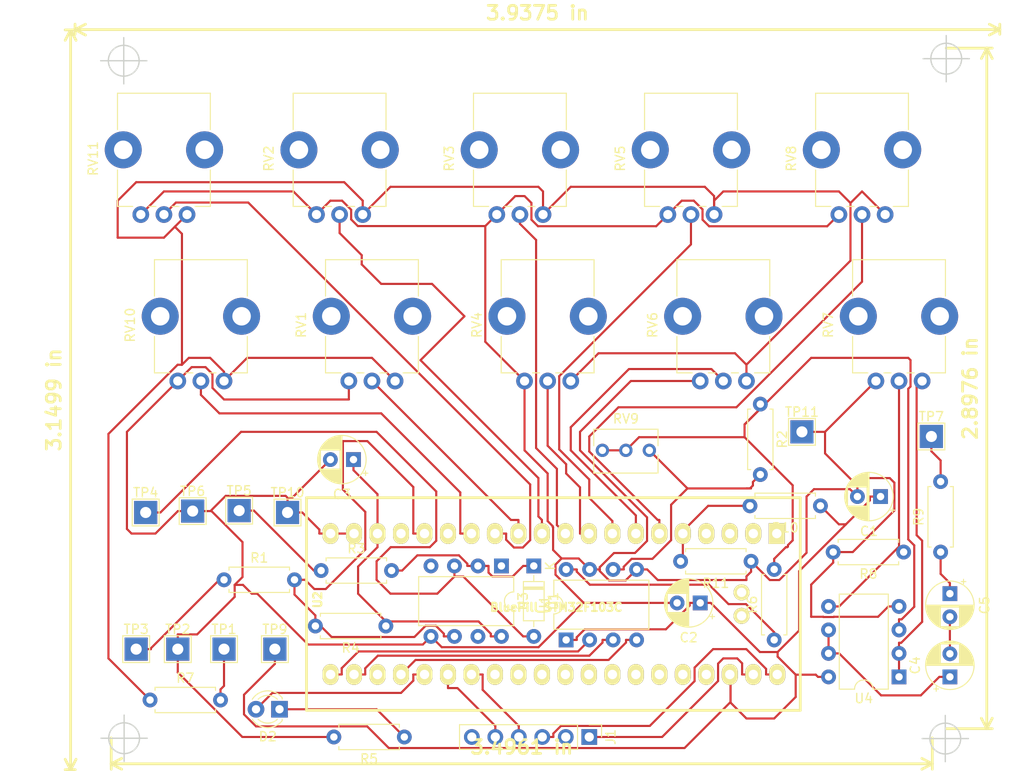
<source format=kicad_pcb>
(kicad_pcb (version 20171130) (host pcbnew 5.0.2+dfsg1-1~bpo9+1)

  (general
    (thickness 1.6)
    (drawings 8)
    (tracks 485)
    (zones 0)
    (modules 44)
    (nets 39)
  )

  (page A4)
  (layers
    (0 F.Cu signal)
    (31 B.Cu signal)
    (32 B.Adhes user)
    (33 F.Adhes user)
    (34 B.Paste user)
    (35 F.Paste user)
    (36 B.SilkS user)
    (37 F.SilkS user)
    (38 B.Mask user)
    (39 F.Mask user)
    (40 Dwgs.User user)
    (41 Cmts.User user)
    (42 Eco1.User user)
    (43 Eco2.User user)
    (44 Edge.Cuts user)
    (45 Margin user)
    (46 B.CrtYd user)
    (47 F.CrtYd user)
    (48 B.Fab user)
    (49 F.Fab user)
  )

  (setup
    (last_trace_width 0.23)
    (trace_clearance 0.23)
    (zone_clearance 0.508)
    (zone_45_only no)
    (trace_min 0.2)
    (segment_width 0.2)
    (edge_width 0.15)
    (via_size 2.3)
    (via_drill 1.2)
    (via_min_size 0.4)
    (via_min_drill 0.3)
    (uvia_size 0.3)
    (uvia_drill 0.1)
    (uvias_allowed no)
    (uvia_min_size 0.2)
    (uvia_min_drill 0.1)
    (pcb_text_width 0.3)
    (pcb_text_size 1.5 1.5)
    (mod_edge_width 0.15)
    (mod_text_size 1 1)
    (mod_text_width 0.15)
    (pad_size 1.524 1.524)
    (pad_drill 0.762)
    (pad_to_mask_clearance 0.051)
    (solder_mask_min_width 0.25)
    (aux_axis_origin 0 0)
    (visible_elements FFFFFF7F)
    (pcbplotparams
      (layerselection 0x010fc_ffffffff)
      (usegerberextensions false)
      (usegerberattributes false)
      (usegerberadvancedattributes false)
      (creategerberjobfile false)
      (excludeedgelayer true)
      (linewidth 0.100000)
      (plotframeref false)
      (viasonmask false)
      (mode 1)
      (useauxorigin false)
      (hpglpennumber 1)
      (hpglpenspeed 20)
      (hpglpendiameter 15.000000)
      (psnegative false)
      (psa4output false)
      (plotreference true)
      (plotvalue true)
      (plotinvisibletext false)
      (padsonsilk false)
      (subtractmaskfromsilk false)
      (outputformat 1)
      (mirror false)
      (drillshape 1)
      (scaleselection 1)
      (outputdirectory ""))
  )

  (net 0 "")
  (net 1 "Net-(D1-Pad1)")
  (net 2 "Net-(D1-Pad2)")
  (net 3 "Net-(RV6-Pad2)")
  (net 4 "Net-(RV5-Pad2)")
  (net 5 "Net-(RV4-Pad2)")
  (net 6 "Net-(RV3-Pad2)")
  (net 7 "Net-(RV2-Pad2)")
  (net 8 "Net-(RV1-Pad2)")
  (net 9 "Net-(R1-Pad2)")
  (net 10 +3V3)
  (net 11 GND)
  (net 12 "Net-(D2-Pad2)")
  (net 13 "Net-(J1-Pad4)")
  (net 14 "Net-(J1-Pad3)")
  (net 15 "Net-(R6-Pad1)")
  (net 16 "Net-(J1-Pad1)")
  (net 17 "Net-(D2-Pad1)")
  (net 18 "Net-(R1-Pad1)")
  (net 19 "Net-(R2-Pad2)")
  (net 20 "Net-(R3-Pad1)")
  (net 21 "Net-(R8-Pad1)")
  (net 22 "Net-(RV8-Pad2)")
  (net 23 "Net-(C3-Pad1)")
  (net 24 "Net-(J1-Pad5)")
  (net 25 "Net-(R2-Pad1)")
  (net 26 DAC_out)
  (net 27 "Net-(R7-Pad2)")
  (net 28 "Net-(RV10-Pad2)")
  (net 29 "Net-(RV11-Pad2)")
  (net 30 "Net-(U1-Pad2)")
  (net 31 "Net-(U1-Pad3)")
  (net 32 "Net-(U1-Pad4)")
  (net 33 "Net-(C1-Pad1)")
  (net 34 "Net-(C4-Pad1)")
  (net 35 "Net-(C4-Pad2)")
  (net 36 "Net-(C5-Pad1)")
  (net 37 "Net-(R9-Pad2)")
  (net 38 "Net-(R10-Pad2)")

  (net_class Default "Ceci est la Netclass par défaut."
    (clearance 0.23)
    (trace_width 0.23)
    (via_dia 2.3)
    (via_drill 1.2)
    (uvia_dia 0.3)
    (uvia_drill 0.1)
    (add_net +3V3)
    (add_net DAC_out)
    (add_net GND)
    (add_net "Net-(C1-Pad1)")
    (add_net "Net-(C3-Pad1)")
    (add_net "Net-(C4-Pad1)")
    (add_net "Net-(C4-Pad2)")
    (add_net "Net-(C5-Pad1)")
    (add_net "Net-(D1-Pad1)")
    (add_net "Net-(D1-Pad2)")
    (add_net "Net-(D2-Pad1)")
    (add_net "Net-(D2-Pad2)")
    (add_net "Net-(J1-Pad1)")
    (add_net "Net-(J1-Pad3)")
    (add_net "Net-(J1-Pad4)")
    (add_net "Net-(J1-Pad5)")
    (add_net "Net-(R1-Pad1)")
    (add_net "Net-(R1-Pad2)")
    (add_net "Net-(R10-Pad2)")
    (add_net "Net-(R2-Pad1)")
    (add_net "Net-(R2-Pad2)")
    (add_net "Net-(R3-Pad1)")
    (add_net "Net-(R6-Pad1)")
    (add_net "Net-(R7-Pad2)")
    (add_net "Net-(R8-Pad1)")
    (add_net "Net-(R9-Pad2)")
    (add_net "Net-(RV1-Pad2)")
    (add_net "Net-(RV10-Pad2)")
    (add_net "Net-(RV11-Pad2)")
    (add_net "Net-(RV2-Pad2)")
    (add_net "Net-(RV3-Pad2)")
    (add_net "Net-(RV4-Pad2)")
    (add_net "Net-(RV5-Pad2)")
    (add_net "Net-(RV6-Pad2)")
    (add_net "Net-(RV8-Pad2)")
    (add_net "Net-(U1-Pad2)")
    (add_net "Net-(U1-Pad3)")
    (add_net "Net-(U1-Pad4)")
  )

  (module BluePill_breakouts:BluePill_STM32F103C (layer F.Cu) (tedit 59B4EF3F) (tstamp 5D118BED)
    (at 119.23 73.5 270)
    (descr "STM32F103C8 BluePill board")
    (path /5D04FCF5)
    (fp_text reference U2 (at 7.1628 49.6062 90) (layer F.SilkS)
      (effects (font (size 0.889 0.889) (thickness 0.3048)))
    )
    (fp_text value BluePill_STM32F103C (at 7.9756 23.7998) (layer F.SilkS)
      (effects (font (size 0.889 0.889) (thickness 0.22225)))
    )
    (fp_line (start 19.12 -2.59) (end 19.12 50.81) (layer F.SilkS) (width 0.3048))
    (fp_line (start 19.12 50.81) (end -3.88 50.81) (layer F.SilkS) (width 0.3048))
    (fp_line (start -3.88 50.81) (end -3.88 -2.59) (layer F.SilkS) (width 0.3048))
    (fp_line (start -3.88 -2.59) (end 19.12 -2.59) (layer F.SilkS) (width 0.3048))
    (pad 1 thru_hole rect (at 0 -0.0508 180) (size 1.7272 2.25) (drill 1.016) (layers *.Cu *.Mask F.SilkS))
    (pad 2 thru_hole oval (at 0 2.4892 180) (size 1.7272 2.25) (drill 1.016) (layers *.Cu *.Mask F.SilkS))
    (pad 3 thru_hole oval (at 0 5.0292 180) (size 1.7272 2.25) (drill 1.016) (layers *.Cu *.Mask F.SilkS))
    (pad 4 thru_hole oval (at 0 7.5692 180) (size 1.7272 2.25) (drill 1.016) (layers *.Cu *.Mask F.SilkS))
    (pad 5 thru_hole oval (at 0 10.1092 180) (size 1.7272 2.25) (drill 1.016) (layers *.Cu *.Mask F.SilkS)
      (net 38 "Net-(R10-Pad2)"))
    (pad 6 thru_hole oval (at 0 12.6492 180) (size 1.7272 2.25) (drill 1.016) (layers *.Cu *.Mask F.SilkS)
      (net 22 "Net-(RV8-Pad2)"))
    (pad 7 thru_hole oval (at 0 15.1892 180) (size 1.7272 2.25) (drill 1.016) (layers *.Cu *.Mask F.SilkS)
      (net 3 "Net-(RV6-Pad2)"))
    (pad 8 thru_hole oval (at 0 17.7292 180) (size 1.7272 2.25) (drill 1.016) (layers *.Cu *.Mask F.SilkS)
      (net 4 "Net-(RV5-Pad2)"))
    (pad 9 thru_hole oval (at 0 20.2692 180) (size 1.7272 2.25) (drill 1.016) (layers *.Cu *.Mask F.SilkS)
      (net 5 "Net-(RV4-Pad2)"))
    (pad 10 thru_hole oval (at 0 22.8092 180) (size 1.7272 2.25) (drill 1.016) (layers *.Cu *.Mask F.SilkS)
      (net 6 "Net-(RV3-Pad2)"))
    (pad 11 thru_hole oval (at 0 25.3492 180) (size 1.7272 2.25) (drill 1.016) (layers *.Cu *.Mask F.SilkS)
      (net 7 "Net-(RV2-Pad2)"))
    (pad 12 thru_hole oval (at 0 27.8892 180) (size 1.7272 2.25) (drill 1.016) (layers *.Cu *.Mask F.SilkS)
      (net 8 "Net-(RV1-Pad2)"))
    (pad 13 thru_hole oval (at 0 30.4292 180) (size 1.7272 2.25) (drill 1.016) (layers *.Cu *.Mask F.SilkS)
      (net 29 "Net-(RV11-Pad2)"))
    (pad 14 thru_hole oval (at 0 32.9692 180) (size 1.7272 2.25) (drill 1.016) (layers *.Cu *.Mask F.SilkS)
      (net 28 "Net-(RV10-Pad2)"))
    (pad 15 thru_hole oval (at 0 35.5092 180) (size 1.7272 2.25) (drill 1.016) (layers *.Cu *.Mask F.SilkS))
    (pad 16 thru_hole oval (at 0 38.0492 180) (size 1.7272 2.25) (drill 1.016) (layers *.Cu *.Mask F.SilkS)
      (net 9 "Net-(R1-Pad2)"))
    (pad 17 thru_hole oval (at 0 40.5892 180) (size 1.7272 2.25) (drill 1.016) (layers *.Cu *.Mask F.SilkS))
    (pad 18 thru_hole oval (at 0 43.1292 180) (size 1.7272 2.25) (drill 1.016) (layers *.Cu *.Mask F.SilkS)
      (net 23 "Net-(C3-Pad1)"))
    (pad 19 thru_hole oval (at 0 45.6692 180) (size 1.7272 2.25) (drill 1.016) (layers *.Cu *.Mask F.SilkS)
      (net 11 GND))
    (pad 20 thru_hole oval (at 0 48.2092 180) (size 1.7272 2.25) (drill 1.016) (layers *.Cu *.Mask F.SilkS)
      (net 11 GND))
    (pad 21 thru_hole oval (at 15.24 48.2092) (size 1.7272 2.25) (drill 1.016) (layers *.Cu *.Mask F.SilkS)
      (net 30 "Net-(U1-Pad2)"))
    (pad 22 thru_hole oval (at 15.24 45.6692) (size 1.7272 2.25) (drill 1.016) (layers *.Cu *.Mask F.SilkS)
      (net 31 "Net-(U1-Pad3)"))
    (pad 23 thru_hole oval (at 15.24 43.1292) (size 1.7272 2.25) (drill 1.016) (layers *.Cu *.Mask F.SilkS))
    (pad 24 thru_hole oval (at 15.24 40.5892) (size 1.7272 2.25) (drill 1.016) (layers *.Cu *.Mask F.SilkS)
      (net 32 "Net-(U1-Pad4)"))
    (pad 25 thru_hole oval (at 15.24 38.0492) (size 1.7272 2.25) (drill 1.016) (layers *.Cu *.Mask F.SilkS)
      (net 12 "Net-(D2-Pad2)"))
    (pad 26 thru_hole oval (at 15.24 35.5092) (size 1.7272 2.25) (drill 1.016) (layers *.Cu *.Mask F.SilkS)
      (net 24 "Net-(J1-Pad5)"))
    (pad 27 thru_hole oval (at 15.24 32.9692) (size 1.7272 2.25) (drill 1.016) (layers *.Cu *.Mask F.SilkS)
      (net 13 "Net-(J1-Pad4)"))
    (pad 28 thru_hole oval (at 15.24 30.4292) (size 1.7272 2.25) (drill 1.016) (layers *.Cu *.Mask F.SilkS))
    (pad 29 thru_hole oval (at 15.24 27.8892) (size 1.7272 2.25) (drill 1.016) (layers *.Cu *.Mask F.SilkS))
    (pad 30 thru_hole oval (at 15.24 25.3492) (size 1.7272 2.25) (drill 1.016) (layers *.Cu *.Mask F.SilkS))
    (pad 31 thru_hole oval (at 15.24 22.8092) (size 1.7272 2.25) (drill 1.016) (layers *.Cu *.Mask F.SilkS))
    (pad 32 thru_hole oval (at 15.24 20.2692) (size 1.7272 2.25) (drill 1.016) (layers *.Cu *.Mask F.SilkS))
    (pad 33 thru_hole oval (at 15.24 17.7292) (size 1.7272 2.25) (drill 1.016) (layers *.Cu *.Mask F.SilkS))
    (pad 34 thru_hole oval (at 15.24 15.1892) (size 1.7272 2.25) (drill 1.016) (layers *.Cu *.Mask F.SilkS))
    (pad 35 thru_hole oval (at 15.24 12.6492) (size 1.7272 2.25) (drill 1.016) (layers *.Cu *.Mask F.SilkS))
    (pad 36 thru_hole oval (at 15.24 10.1092) (size 1.7272 2.25) (drill 1.016) (layers *.Cu *.Mask F.SilkS))
    (pad 37 thru_hole oval (at 15.24 7.5692) (size 1.7272 2.25) (drill 1.016) (layers *.Cu *.Mask F.SilkS))
    (pad 38 thru_hole oval (at 15.24 5.0292) (size 1.7272 2.25) (drill 1.016) (layers *.Cu *.Mask F.SilkS)
      (net 33 "Net-(C1-Pad1)"))
    (pad 39 thru_hole oval (at 15.24 2.4892) (size 1.7272 2.25) (drill 1.016) (layers *.Cu *.Mask F.SilkS)
      (net 16 "Net-(J1-Pad1)"))
    (pad 40 thru_hole oval (at 15.24 -0.1016) (size 1.7272 2.25) (drill 1.016) (layers *.Cu *.Mask F.SilkS)
      (net 14 "Net-(J1-Pad3)"))
    (pad 41 thru_hole oval (at 8.9 3.7592) (size 1.7272 1.7272) (drill 1.016) (layers *.Cu *.Mask F.SilkS))
    (pad 42 thru_hole oval (at 6.36 3.7592) (size 1.7272 1.7272) (drill 1.016) (layers *.Cu *.Mask F.SilkS))
  )

  (module Diode_THT:D_DO-35_SOD27_P7.62mm_Horizontal (layer F.Cu) (tedit 5AE50CD5) (tstamp 5D118983)
    (at 93 77 270)
    (descr "Diode, DO-35_SOD27 series, Axial, Horizontal, pin pitch=7.62mm, , length*diameter=4*2mm^2, , http://www.diodes.com/_files/packages/DO-35.pdf")
    (tags "Diode DO-35_SOD27 series Axial Horizontal pin pitch 7.62mm  length 4mm diameter 2mm")
    (path /5D0624B1)
    (fp_text reference D1 (at 3.81 -2.12 270) (layer F.SilkS)
      (effects (font (size 1 1) (thickness 0.15)))
    )
    (fp_text value 1N914 (at 3.81 2.12 270) (layer F.Fab)
      (effects (font (size 1 1) (thickness 0.15)))
    )
    (fp_line (start 1.81 -1) (end 1.81 1) (layer F.Fab) (width 0.1))
    (fp_line (start 1.81 1) (end 5.81 1) (layer F.Fab) (width 0.1))
    (fp_line (start 5.81 1) (end 5.81 -1) (layer F.Fab) (width 0.1))
    (fp_line (start 5.81 -1) (end 1.81 -1) (layer F.Fab) (width 0.1))
    (fp_line (start 0 0) (end 1.81 0) (layer F.Fab) (width 0.1))
    (fp_line (start 7.62 0) (end 5.81 0) (layer F.Fab) (width 0.1))
    (fp_line (start 2.41 -1) (end 2.41 1) (layer F.Fab) (width 0.1))
    (fp_line (start 2.51 -1) (end 2.51 1) (layer F.Fab) (width 0.1))
    (fp_line (start 2.31 -1) (end 2.31 1) (layer F.Fab) (width 0.1))
    (fp_line (start 1.69 -1.12) (end 1.69 1.12) (layer F.SilkS) (width 0.12))
    (fp_line (start 1.69 1.12) (end 5.93 1.12) (layer F.SilkS) (width 0.12))
    (fp_line (start 5.93 1.12) (end 5.93 -1.12) (layer F.SilkS) (width 0.12))
    (fp_line (start 5.93 -1.12) (end 1.69 -1.12) (layer F.SilkS) (width 0.12))
    (fp_line (start 1.04 0) (end 1.69 0) (layer F.SilkS) (width 0.12))
    (fp_line (start 6.58 0) (end 5.93 0) (layer F.SilkS) (width 0.12))
    (fp_line (start 2.41 -1.12) (end 2.41 1.12) (layer F.SilkS) (width 0.12))
    (fp_line (start 2.53 -1.12) (end 2.53 1.12) (layer F.SilkS) (width 0.12))
    (fp_line (start 2.29 -1.12) (end 2.29 1.12) (layer F.SilkS) (width 0.12))
    (fp_line (start -1.05 -1.25) (end -1.05 1.25) (layer F.CrtYd) (width 0.05))
    (fp_line (start -1.05 1.25) (end 8.67 1.25) (layer F.CrtYd) (width 0.05))
    (fp_line (start 8.67 1.25) (end 8.67 -1.25) (layer F.CrtYd) (width 0.05))
    (fp_line (start 8.67 -1.25) (end -1.05 -1.25) (layer F.CrtYd) (width 0.05))
    (fp_text user %R (at 4.11 0 270) (layer F.Fab)
      (effects (font (size 0.8 0.8) (thickness 0.12)))
    )
    (fp_text user K (at 0 -1.8 270) (layer F.Fab)
      (effects (font (size 1 1) (thickness 0.15)))
    )
    (fp_text user K (at 0 -1.8 270) (layer F.SilkS)
      (effects (font (size 1 1) (thickness 0.15)))
    )
    (pad 1 thru_hole rect (at 0 0 270) (size 1.6 1.6) (drill 0.8) (layers *.Cu *.Mask)
      (net 1 "Net-(D1-Pad1)"))
    (pad 2 thru_hole oval (at 7.62 0 270) (size 1.6 1.6) (drill 0.8) (layers *.Cu *.Mask)
      (net 2 "Net-(D1-Pad2)"))
    (model ${KISYS3DMOD}/Diode_THT.3dshapes/D_DO-35_SOD27_P7.62mm_Horizontal.wrl
      (at (xyz 0 0 0))
      (scale (xyz 1 1 1))
      (rotate (xyz 0 0 0))
    )
  )

  (module LED_THT:LED_D3.0mm (layer F.Cu) (tedit 587A3A7B) (tstamp 5D118996)
    (at 65.5 92.5 180)
    (descr "LED, diameter 3.0mm, 2 pins")
    (tags "LED diameter 3.0mm 2 pins")
    (path /5D0950C7)
    (fp_text reference D2 (at 1.27 -2.96 180) (layer F.SilkS)
      (effects (font (size 1 1) (thickness 0.15)))
    )
    (fp_text value LED (at 1.27 2.96 180) (layer F.Fab)
      (effects (font (size 1 1) (thickness 0.15)))
    )
    (fp_arc (start 1.27 0) (end -0.23 -1.16619) (angle 284.3) (layer F.Fab) (width 0.1))
    (fp_arc (start 1.27 0) (end -0.29 -1.235516) (angle 108.8) (layer F.SilkS) (width 0.12))
    (fp_arc (start 1.27 0) (end -0.29 1.235516) (angle -108.8) (layer F.SilkS) (width 0.12))
    (fp_arc (start 1.27 0) (end 0.229039 -1.08) (angle 87.9) (layer F.SilkS) (width 0.12))
    (fp_arc (start 1.27 0) (end 0.229039 1.08) (angle -87.9) (layer F.SilkS) (width 0.12))
    (fp_circle (center 1.27 0) (end 2.77 0) (layer F.Fab) (width 0.1))
    (fp_line (start -0.23 -1.16619) (end -0.23 1.16619) (layer F.Fab) (width 0.1))
    (fp_line (start -0.29 -1.236) (end -0.29 -1.08) (layer F.SilkS) (width 0.12))
    (fp_line (start -0.29 1.08) (end -0.29 1.236) (layer F.SilkS) (width 0.12))
    (fp_line (start -1.15 -2.25) (end -1.15 2.25) (layer F.CrtYd) (width 0.05))
    (fp_line (start -1.15 2.25) (end 3.7 2.25) (layer F.CrtYd) (width 0.05))
    (fp_line (start 3.7 2.25) (end 3.7 -2.25) (layer F.CrtYd) (width 0.05))
    (fp_line (start 3.7 -2.25) (end -1.15 -2.25) (layer F.CrtYd) (width 0.05))
    (pad 1 thru_hole rect (at 0 0 180) (size 1.8 1.8) (drill 0.9) (layers *.Cu *.Mask)
      (net 17 "Net-(D2-Pad1)"))
    (pad 2 thru_hole circle (at 2.54 0 180) (size 1.8 1.8) (drill 0.9) (layers *.Cu *.Mask)
      (net 12 "Net-(D2-Pad2)"))
    (model ${KISYS3DMOD}/LED_THT.3dshapes/LED_D3.0mm.wrl
      (at (xyz 0 0 0))
      (scale (xyz 1 1 1))
      (rotate (xyz 0 0 0))
    )
  )

  (module Resistor_THT:R_Axial_DIN0207_L6.3mm_D2.5mm_P7.62mm_Horizontal (layer F.Cu) (tedit 5AE5139B) (tstamp 5D1189C5)
    (at 59.5 78.5)
    (descr "Resistor, Axial_DIN0207 series, Axial, Horizontal, pin pitch=7.62mm, 0.25W = 1/4W, length*diameter=6.3*2.5mm^2, http://cdn-reichelt.de/documents/datenblatt/B400/1_4W%23YAG.pdf")
    (tags "Resistor Axial_DIN0207 series Axial Horizontal pin pitch 7.62mm 0.25W = 1/4W length 6.3mm diameter 2.5mm")
    (path /5D089794)
    (fp_text reference R1 (at 3.81 -2.37) (layer F.SilkS)
      (effects (font (size 1 1) (thickness 0.15)))
    )
    (fp_text value 10 (at 3.81 2.37) (layer F.Fab)
      (effects (font (size 1 1) (thickness 0.15)))
    )
    (fp_line (start 0.66 -1.25) (end 0.66 1.25) (layer F.Fab) (width 0.1))
    (fp_line (start 0.66 1.25) (end 6.96 1.25) (layer F.Fab) (width 0.1))
    (fp_line (start 6.96 1.25) (end 6.96 -1.25) (layer F.Fab) (width 0.1))
    (fp_line (start 6.96 -1.25) (end 0.66 -1.25) (layer F.Fab) (width 0.1))
    (fp_line (start 0 0) (end 0.66 0) (layer F.Fab) (width 0.1))
    (fp_line (start 7.62 0) (end 6.96 0) (layer F.Fab) (width 0.1))
    (fp_line (start 0.54 -1.04) (end 0.54 -1.37) (layer F.SilkS) (width 0.12))
    (fp_line (start 0.54 -1.37) (end 7.08 -1.37) (layer F.SilkS) (width 0.12))
    (fp_line (start 7.08 -1.37) (end 7.08 -1.04) (layer F.SilkS) (width 0.12))
    (fp_line (start 0.54 1.04) (end 0.54 1.37) (layer F.SilkS) (width 0.12))
    (fp_line (start 0.54 1.37) (end 7.08 1.37) (layer F.SilkS) (width 0.12))
    (fp_line (start 7.08 1.37) (end 7.08 1.04) (layer F.SilkS) (width 0.12))
    (fp_line (start -1.05 -1.5) (end -1.05 1.5) (layer F.CrtYd) (width 0.05))
    (fp_line (start -1.05 1.5) (end 8.67 1.5) (layer F.CrtYd) (width 0.05))
    (fp_line (start 8.67 1.5) (end 8.67 -1.5) (layer F.CrtYd) (width 0.05))
    (fp_line (start 8.67 -1.5) (end -1.05 -1.5) (layer F.CrtYd) (width 0.05))
    (fp_text user %R (at 3.5 0) (layer F.Fab)
      (effects (font (size 1 1) (thickness 0.15)))
    )
    (pad 1 thru_hole circle (at 0 0) (size 1.6 1.6) (drill 0.8) (layers *.Cu *.Mask)
      (net 18 "Net-(R1-Pad1)"))
    (pad 2 thru_hole oval (at 7.62 0) (size 1.6 1.6) (drill 0.8) (layers *.Cu *.Mask)
      (net 9 "Net-(R1-Pad2)"))
    (model ${KISYS3DMOD}/Resistor_THT.3dshapes/R_Axial_DIN0207_L6.3mm_D2.5mm_P7.62mm_Horizontal.wrl
      (at (xyz 0 0 0))
      (scale (xyz 1 1 1))
      (rotate (xyz 0 0 0))
    )
  )

  (module Resistor_THT:R_Axial_DIN0207_L6.3mm_D2.5mm_P7.62mm_Horizontal (layer F.Cu) (tedit 5AE5139B) (tstamp 5D1189DC)
    (at 117.5 59.5 270)
    (descr "Resistor, Axial_DIN0207 series, Axial, Horizontal, pin pitch=7.62mm, 0.25W = 1/4W, length*diameter=6.3*2.5mm^2, http://cdn-reichelt.de/documents/datenblatt/B400/1_4W%23YAG.pdf")
    (tags "Resistor Axial_DIN0207 series Axial Horizontal pin pitch 7.62mm 0.25W = 1/4W length 6.3mm diameter 2.5mm")
    (path /5F464815)
    (fp_text reference R2 (at 3.81 -2.37 270) (layer F.SilkS)
      (effects (font (size 1 1) (thickness 0.15)))
    )
    (fp_text value 220 (at 3.81 2.37 270) (layer F.Fab)
      (effects (font (size 1 1) (thickness 0.15)))
    )
    (fp_line (start 0.66 -1.25) (end 0.66 1.25) (layer F.Fab) (width 0.1))
    (fp_line (start 0.66 1.25) (end 6.96 1.25) (layer F.Fab) (width 0.1))
    (fp_line (start 6.96 1.25) (end 6.96 -1.25) (layer F.Fab) (width 0.1))
    (fp_line (start 6.96 -1.25) (end 0.66 -1.25) (layer F.Fab) (width 0.1))
    (fp_line (start 0 0) (end 0.66 0) (layer F.Fab) (width 0.1))
    (fp_line (start 7.62 0) (end 6.96 0) (layer F.Fab) (width 0.1))
    (fp_line (start 0.54 -1.04) (end 0.54 -1.37) (layer F.SilkS) (width 0.12))
    (fp_line (start 0.54 -1.37) (end 7.08 -1.37) (layer F.SilkS) (width 0.12))
    (fp_line (start 7.08 -1.37) (end 7.08 -1.04) (layer F.SilkS) (width 0.12))
    (fp_line (start 0.54 1.04) (end 0.54 1.37) (layer F.SilkS) (width 0.12))
    (fp_line (start 0.54 1.37) (end 7.08 1.37) (layer F.SilkS) (width 0.12))
    (fp_line (start 7.08 1.37) (end 7.08 1.04) (layer F.SilkS) (width 0.12))
    (fp_line (start -1.05 -1.5) (end -1.05 1.5) (layer F.CrtYd) (width 0.05))
    (fp_line (start -1.05 1.5) (end 8.67 1.5) (layer F.CrtYd) (width 0.05))
    (fp_line (start 8.67 1.5) (end 8.67 -1.5) (layer F.CrtYd) (width 0.05))
    (fp_line (start 8.67 -1.5) (end -1.05 -1.5) (layer F.CrtYd) (width 0.05))
    (fp_text user %R (at 3.81 0 270) (layer F.Fab)
      (effects (font (size 1 1) (thickness 0.15)))
    )
    (pad 1 thru_hole circle (at 0 0 270) (size 1.6 1.6) (drill 0.8) (layers *.Cu *.Mask)
      (net 25 "Net-(R2-Pad1)"))
    (pad 2 thru_hole oval (at 7.62 0 270) (size 1.6 1.6) (drill 0.8) (layers *.Cu *.Mask)
      (net 19 "Net-(R2-Pad2)"))
    (model ${KISYS3DMOD}/Resistor_THT.3dshapes/R_Axial_DIN0207_L6.3mm_D2.5mm_P7.62mm_Horizontal.wrl
      (at (xyz 0 0 0))
      (scale (xyz 1 1 1))
      (rotate (xyz 0 0 0))
    )
  )

  (module Resistor_THT:R_Axial_DIN0207_L6.3mm_D2.5mm_P7.62mm_Horizontal (layer F.Cu) (tedit 5AE5139B) (tstamp 5D1189F3)
    (at 70 77.5)
    (descr "Resistor, Axial_DIN0207 series, Axial, Horizontal, pin pitch=7.62mm, 0.25W = 1/4W, length*diameter=6.3*2.5mm^2, http://cdn-reichelt.de/documents/datenblatt/B400/1_4W%23YAG.pdf")
    (tags "Resistor Axial_DIN0207 series Axial Horizontal pin pitch 7.62mm 0.25W = 1/4W length 6.3mm diameter 2.5mm")
    (path /5D07F846)
    (fp_text reference R3 (at 3.81 -2.37) (layer F.SilkS)
      (effects (font (size 1 1) (thickness 0.15)))
    )
    (fp_text value 220 (at 3.81 2.37) (layer F.Fab)
      (effects (font (size 1 1) (thickness 0.15)))
    )
    (fp_text user %R (at 3.81 0) (layer F.Fab)
      (effects (font (size 1 1) (thickness 0.15)))
    )
    (fp_line (start 8.67 -1.5) (end -1.05 -1.5) (layer F.CrtYd) (width 0.05))
    (fp_line (start 8.67 1.5) (end 8.67 -1.5) (layer F.CrtYd) (width 0.05))
    (fp_line (start -1.05 1.5) (end 8.67 1.5) (layer F.CrtYd) (width 0.05))
    (fp_line (start -1.05 -1.5) (end -1.05 1.5) (layer F.CrtYd) (width 0.05))
    (fp_line (start 7.08 1.37) (end 7.08 1.04) (layer F.SilkS) (width 0.12))
    (fp_line (start 0.54 1.37) (end 7.08 1.37) (layer F.SilkS) (width 0.12))
    (fp_line (start 0.54 1.04) (end 0.54 1.37) (layer F.SilkS) (width 0.12))
    (fp_line (start 7.08 -1.37) (end 7.08 -1.04) (layer F.SilkS) (width 0.12))
    (fp_line (start 0.54 -1.37) (end 7.08 -1.37) (layer F.SilkS) (width 0.12))
    (fp_line (start 0.54 -1.04) (end 0.54 -1.37) (layer F.SilkS) (width 0.12))
    (fp_line (start 7.62 0) (end 6.96 0) (layer F.Fab) (width 0.1))
    (fp_line (start 0 0) (end 0.66 0) (layer F.Fab) (width 0.1))
    (fp_line (start 6.96 -1.25) (end 0.66 -1.25) (layer F.Fab) (width 0.1))
    (fp_line (start 6.96 1.25) (end 6.96 -1.25) (layer F.Fab) (width 0.1))
    (fp_line (start 0.66 1.25) (end 6.96 1.25) (layer F.Fab) (width 0.1))
    (fp_line (start 0.66 -1.25) (end 0.66 1.25) (layer F.Fab) (width 0.1))
    (pad 2 thru_hole oval (at 7.62 0) (size 1.6 1.6) (drill 0.8) (layers *.Cu *.Mask)
      (net 1 "Net-(D1-Pad1)"))
    (pad 1 thru_hole circle (at 0 0) (size 1.6 1.6) (drill 0.8) (layers *.Cu *.Mask)
      (net 20 "Net-(R3-Pad1)"))
    (model ${KISYS3DMOD}/Resistor_THT.3dshapes/R_Axial_DIN0207_L6.3mm_D2.5mm_P7.62mm_Horizontal.wrl
      (at (xyz 0 0 0))
      (scale (xyz 1 1 1))
      (rotate (xyz 0 0 0))
    )
  )

  (module Resistor_THT:R_Axial_DIN0207_L6.3mm_D2.5mm_P7.62mm_Horizontal (layer F.Cu) (tedit 5AE5139B) (tstamp 5D118A0A)
    (at 77 83.5 180)
    (descr "Resistor, Axial_DIN0207 series, Axial, Horizontal, pin pitch=7.62mm, 0.25W = 1/4W, length*diameter=6.3*2.5mm^2, http://cdn-reichelt.de/documents/datenblatt/B400/1_4W%23YAG.pdf")
    (tags "Resistor Axial_DIN0207 series Axial Horizontal pin pitch 7.62mm 0.25W = 1/4W length 6.3mm diameter 2.5mm")
    (path /5F4B39BE)
    (fp_text reference R4 (at 3.81 -2.37 180) (layer F.SilkS)
      (effects (font (size 1 1) (thickness 0.15)))
    )
    (fp_text value 220 (at 3.81 2.37 180) (layer F.Fab)
      (effects (font (size 1 1) (thickness 0.15)))
    )
    (fp_line (start 0.66 -1.25) (end 0.66 1.25) (layer F.Fab) (width 0.1))
    (fp_line (start 0.66 1.25) (end 6.96 1.25) (layer F.Fab) (width 0.1))
    (fp_line (start 6.96 1.25) (end 6.96 -1.25) (layer F.Fab) (width 0.1))
    (fp_line (start 6.96 -1.25) (end 0.66 -1.25) (layer F.Fab) (width 0.1))
    (fp_line (start 0 0) (end 0.66 0) (layer F.Fab) (width 0.1))
    (fp_line (start 7.62 0) (end 6.96 0) (layer F.Fab) (width 0.1))
    (fp_line (start 0.54 -1.04) (end 0.54 -1.37) (layer F.SilkS) (width 0.12))
    (fp_line (start 0.54 -1.37) (end 7.08 -1.37) (layer F.SilkS) (width 0.12))
    (fp_line (start 7.08 -1.37) (end 7.08 -1.04) (layer F.SilkS) (width 0.12))
    (fp_line (start 0.54 1.04) (end 0.54 1.37) (layer F.SilkS) (width 0.12))
    (fp_line (start 0.54 1.37) (end 7.08 1.37) (layer F.SilkS) (width 0.12))
    (fp_line (start 7.08 1.37) (end 7.08 1.04) (layer F.SilkS) (width 0.12))
    (fp_line (start -1.05 -1.5) (end -1.05 1.5) (layer F.CrtYd) (width 0.05))
    (fp_line (start -1.05 1.5) (end 8.67 1.5) (layer F.CrtYd) (width 0.05))
    (fp_line (start 8.67 1.5) (end 8.67 -1.5) (layer F.CrtYd) (width 0.05))
    (fp_line (start 8.67 -1.5) (end -1.05 -1.5) (layer F.CrtYd) (width 0.05))
    (fp_text user %R (at 3.81 0 180) (layer F.Fab)
      (effects (font (size 1 1) (thickness 0.15)))
    )
    (pad 1 thru_hole circle (at 0 0 180) (size 1.6 1.6) (drill 0.8) (layers *.Cu *.Mask)
      (net 23 "Net-(C3-Pad1)"))
    (pad 2 thru_hole oval (at 7.62 0 180) (size 1.6 1.6) (drill 0.8) (layers *.Cu *.Mask)
      (net 9 "Net-(R1-Pad2)"))
    (model ${KISYS3DMOD}/Resistor_THT.3dshapes/R_Axial_DIN0207_L6.3mm_D2.5mm_P7.62mm_Horizontal.wrl
      (at (xyz 0 0 0))
      (scale (xyz 1 1 1))
      (rotate (xyz 0 0 0))
    )
  )

  (module Resistor_THT:R_Axial_DIN0207_L6.3mm_D2.5mm_P7.62mm_Horizontal (layer F.Cu) (tedit 5D064A9A) (tstamp 5D118A21)
    (at 79 95.5 180)
    (descr "Resistor, Axial_DIN0207 series, Axial, Horizontal, pin pitch=7.62mm, 0.25W = 1/4W, length*diameter=6.3*2.5mm^2, http://cdn-reichelt.de/documents/datenblatt/B400/1_4W%23YAG.pdf")
    (tags "Resistor Axial_DIN0207 series Axial Horizontal pin pitch 7.62mm 0.25W = 1/4W length 6.3mm diameter 2.5mm")
    (path /5D095175)
    (fp_text reference R5 (at 3.81 -2.37 180) (layer F.SilkS)
      (effects (font (size 1 1) (thickness 0.15)))
    )
    (fp_text value 220 (at 3.81 2.37 180) (layer F.Fab)
      (effects (font (size 1 1) (thickness 0.15)))
    )
    (fp_line (start 0.66 -1.25) (end 0.66 1.25) (layer F.Fab) (width 0.1))
    (fp_line (start 0.66 1.25) (end 6.96 1.25) (layer F.Fab) (width 0.1))
    (fp_line (start 6.96 1.25) (end 6.96 -1.25) (layer F.Fab) (width 0.1))
    (fp_line (start 6.96 -1.25) (end 0.66 -1.25) (layer F.Fab) (width 0.1))
    (fp_line (start 0 0) (end 0.66 0) (layer F.Fab) (width 0.1))
    (fp_line (start 7.62 0) (end 6.96 0) (layer F.Fab) (width 0.1))
    (fp_line (start 0.54 -1.04) (end 0.54 -1.37) (layer F.SilkS) (width 0.12))
    (fp_line (start 0.54 -1.37) (end 7.08 -1.37) (layer F.SilkS) (width 0.12))
    (fp_line (start 7.08 -1.37) (end 7.08 -1.04) (layer F.SilkS) (width 0.12))
    (fp_line (start 0.54 1.04) (end 0.54 1.37) (layer F.SilkS) (width 0.12))
    (fp_line (start 0.54 1.37) (end 7.08 1.37) (layer F.SilkS) (width 0.12))
    (fp_line (start 7.08 1.37) (end 7.08 1.04) (layer F.SilkS) (width 0.12))
    (fp_line (start -1.05 -1.5) (end -1.05 1.5) (layer F.CrtYd) (width 0.05))
    (fp_line (start -1.05 1.5) (end 8.67 1.5) (layer F.CrtYd) (width 0.05))
    (fp_line (start 8.67 1.5) (end 8.67 -1.5) (layer F.CrtYd) (width 0.05))
    (fp_line (start 8.67 -1.5) (end -1.05 -1.5) (layer F.CrtYd) (width 0.05))
    (fp_text user %R (at 3.81 0 180) (layer F.Fab)
      (effects (font (size 1 1) (thickness 0.15)))
    )
    (pad 1 thru_hole circle (at 0 0 180) (size 1.6 1.6) (drill 0.8) (layers *.Cu *.Mask)
      (net 17 "Net-(D2-Pad1)"))
    (pad 2 thru_hole oval (at 7.62 0 180) (size 1.6 1.6) (drill 0.8) (layers *.Cu *.Mask)
      (net 11 GND))
    (model ${KISYS3DMOD}/Resistor_THT.3dshapes/R_Axial_DIN0207_L6.3mm_D2.5mm_P7.62mm_Horizontal.wrl
      (at (xyz 0 0 0))
      (scale (xyz 1 1 1))
      (rotate (xyz 0 0 0))
    )
  )

  (module Resistor_THT:R_Axial_DIN0207_L6.3mm_D2.5mm_P7.62mm_Horizontal (layer F.Cu) (tedit 5AE5139B) (tstamp 5D118A38)
    (at 119 85 90)
    (descr "Resistor, Axial_DIN0207 series, Axial, Horizontal, pin pitch=7.62mm, 0.25W = 1/4W, length*diameter=6.3*2.5mm^2, http://cdn-reichelt.de/documents/datenblatt/B400/1_4W%23YAG.pdf")
    (tags "Resistor Axial_DIN0207 series Axial Horizontal pin pitch 7.62mm 0.25W = 1/4W length 6.3mm diameter 2.5mm")
    (path /5F45FFDD)
    (fp_text reference R6 (at 3.81 -2.37 90) (layer F.SilkS)
      (effects (font (size 1 1) (thickness 0.15)))
    )
    (fp_text value 470k (at 3.81 2.37 90) (layer F.Fab)
      (effects (font (size 1 1) (thickness 0.15)))
    )
    (fp_text user %R (at 3.81 0 90) (layer F.Fab)
      (effects (font (size 1 1) (thickness 0.15)))
    )
    (fp_line (start 8.67 -1.5) (end -1.05 -1.5) (layer F.CrtYd) (width 0.05))
    (fp_line (start 8.67 1.5) (end 8.67 -1.5) (layer F.CrtYd) (width 0.05))
    (fp_line (start -1.05 1.5) (end 8.67 1.5) (layer F.CrtYd) (width 0.05))
    (fp_line (start -1.05 -1.5) (end -1.05 1.5) (layer F.CrtYd) (width 0.05))
    (fp_line (start 7.08 1.37) (end 7.08 1.04) (layer F.SilkS) (width 0.12))
    (fp_line (start 0.54 1.37) (end 7.08 1.37) (layer F.SilkS) (width 0.12))
    (fp_line (start 0.54 1.04) (end 0.54 1.37) (layer F.SilkS) (width 0.12))
    (fp_line (start 7.08 -1.37) (end 7.08 -1.04) (layer F.SilkS) (width 0.12))
    (fp_line (start 0.54 -1.37) (end 7.08 -1.37) (layer F.SilkS) (width 0.12))
    (fp_line (start 0.54 -1.04) (end 0.54 -1.37) (layer F.SilkS) (width 0.12))
    (fp_line (start 7.62 0) (end 6.96 0) (layer F.Fab) (width 0.1))
    (fp_line (start 0 0) (end 0.66 0) (layer F.Fab) (width 0.1))
    (fp_line (start 6.96 -1.25) (end 0.66 -1.25) (layer F.Fab) (width 0.1))
    (fp_line (start 6.96 1.25) (end 6.96 -1.25) (layer F.Fab) (width 0.1))
    (fp_line (start 0.66 1.25) (end 6.96 1.25) (layer F.Fab) (width 0.1))
    (fp_line (start 0.66 -1.25) (end 0.66 1.25) (layer F.Fab) (width 0.1))
    (pad 2 thru_hole oval (at 7.62 0 90) (size 1.6 1.6) (drill 0.8) (layers *.Cu *.Mask)
      (net 25 "Net-(R2-Pad1)"))
    (pad 1 thru_hole circle (at 0 0 90) (size 1.6 1.6) (drill 0.8) (layers *.Cu *.Mask)
      (net 15 "Net-(R6-Pad1)"))
    (model ${KISYS3DMOD}/Resistor_THT.3dshapes/R_Axial_DIN0207_L6.3mm_D2.5mm_P7.62mm_Horizontal.wrl
      (at (xyz 0 0 0))
      (scale (xyz 1 1 1))
      (rotate (xyz 0 0 0))
    )
  )

  (module Potentiometer_THT:Potentiometer_Alps_RK09K_Single_Vertical (layer F.Cu) (tedit 5F412246) (tstamp 5D118A6B)
    (at 78 57 90)
    (descr "Potentiometer, vertical, Alps RK09K Single, http://www.alps.com/prod/info/E/HTML/Potentiometer/RotaryPotentiometers/RK09K/RK09K_list.html")
    (tags "Potentiometer vertical Alps RK09K Single")
    (path /5D05075C)
    (fp_text reference RV1 (at 6.05 -10.15 90) (layer F.SilkS)
      (effects (font (size 1 1) (thickness 0.15)))
    )
    (fp_text value 10K (at 6.05 5.15 90) (layer F.Fab)
      (effects (font (size 1 1) (thickness 0.15)))
    )
    (fp_text user PA7%R (at -0.5 -11 180) (layer F.Fab)
      (effects (font (size 1 1) (thickness 0.15)))
    )
    (fp_line (start 13.25 -9.15) (end -1.15 -9.15) (layer F.CrtYd) (width 0.05))
    (fp_line (start 13.25 4.15) (end 13.25 -9.15) (layer F.CrtYd) (width 0.05))
    (fp_line (start -1.15 4.15) (end 13.25 4.15) (layer F.CrtYd) (width 0.05))
    (fp_line (start -1.15 -9.15) (end -1.15 4.15) (layer F.CrtYd) (width 0.05))
    (fp_line (start 13.12 -7.521) (end 13.12 2.52) (layer F.SilkS) (width 0.12))
    (fp_line (start 0.88 0.87) (end 0.88 2.52) (layer F.SilkS) (width 0.12))
    (fp_line (start 0.88 -1.629) (end 0.88 -0.87) (layer F.SilkS) (width 0.12))
    (fp_line (start 0.88 -4.129) (end 0.88 -3.37) (layer F.SilkS) (width 0.12))
    (fp_line (start 0.88 -7.521) (end 0.88 -5.871) (layer F.SilkS) (width 0.12))
    (fp_line (start 9.184 2.52) (end 13.12 2.52) (layer F.SilkS) (width 0.12))
    (fp_line (start 0.88 2.52) (end 4.817 2.52) (layer F.SilkS) (width 0.12))
    (fp_line (start 9.184 -7.521) (end 13.12 -7.521) (layer F.SilkS) (width 0.12))
    (fp_line (start 0.88 -7.521) (end 4.817 -7.521) (layer F.SilkS) (width 0.12))
    (fp_line (start 13 -7.4) (end 1 -7.4) (layer F.Fab) (width 0.1))
    (fp_line (start 13 2.4) (end 13 -7.4) (layer F.Fab) (width 0.1))
    (fp_line (start 1 2.4) (end 13 2.4) (layer F.Fab) (width 0.1))
    (fp_line (start 1 -7.4) (end 1 2.4) (layer F.Fab) (width 0.1))
    (fp_circle (center 7.5 -2.5) (end 10.5 -2.5) (layer F.Fab) (width 0.1))
    (pad "" np_thru_hole circle (at 7 1.9 90) (size 4 4) (drill 2) (layers *.Cu *.Mask))
    (pad "" np_thru_hole circle (at 7 -6.9 90) (size 4 4) (drill 2) (layers *.Cu *.Mask))
    (pad 1 thru_hole circle (at 0 0 90) (size 1.8 1.8) (drill 1) (layers *.Cu *.Mask)
      (net 10 +3V3))
    (pad 2 thru_hole circle (at 0 -2.5 90) (size 1.8 1.8) (drill 1) (layers *.Cu *.Mask)
      (net 8 "Net-(RV1-Pad2)"))
    (pad 3 thru_hole circle (at 0 -5 90) (size 1.8 1.8) (drill 1) (layers *.Cu *.Mask)
      (net 11 GND))
    (model ${KISYS3DMOD}/Potentiometer_THT.3dshapes/Potentiometer_Alps_RK09K_Single_Vertical.wrl
      (at (xyz 0 0 0))
      (scale (xyz 1 1 1))
      (rotate (xyz 0 0 0))
    )
  )

  (module Potentiometer_THT:Potentiometer_Alps_RK09K_Single_Vertical (layer F.Cu) (tedit 5F412253) (tstamp 5D118A87)
    (at 74.5 39 90)
    (descr "Potentiometer, vertical, Alps RK09K Single, http://www.alps.com/prod/info/E/HTML/Potentiometer/RotaryPotentiometers/RK09K/RK09K_list.html")
    (tags "Potentiometer vertical Alps RK09K Single")
    (path /5D050755)
    (fp_text reference RV2 (at 6.05 -10.15 90) (layer F.SilkS)
      (effects (font (size 1 1) (thickness 0.15)))
    )
    (fp_text value 10K (at 6.05 5.15 90) (layer F.Fab)
      (effects (font (size 1 1) (thickness 0.15)))
    )
    (fp_circle (center 7.5 -2.5) (end 10.5 -2.5) (layer F.Fab) (width 0.1))
    (fp_line (start 1 -7.4) (end 1 2.4) (layer F.Fab) (width 0.1))
    (fp_line (start 1 2.4) (end 13 2.4) (layer F.Fab) (width 0.1))
    (fp_line (start 13 2.4) (end 13 -7.4) (layer F.Fab) (width 0.1))
    (fp_line (start 13 -7.4) (end 1 -7.4) (layer F.Fab) (width 0.1))
    (fp_line (start 0.88 -7.521) (end 4.817 -7.521) (layer F.SilkS) (width 0.12))
    (fp_line (start 9.184 -7.521) (end 13.12 -7.521) (layer F.SilkS) (width 0.12))
    (fp_line (start 0.88 2.52) (end 4.817 2.52) (layer F.SilkS) (width 0.12))
    (fp_line (start 9.184 2.52) (end 13.12 2.52) (layer F.SilkS) (width 0.12))
    (fp_line (start 0.88 -7.521) (end 0.88 -5.871) (layer F.SilkS) (width 0.12))
    (fp_line (start 0.88 -4.129) (end 0.88 -3.37) (layer F.SilkS) (width 0.12))
    (fp_line (start 0.88 -1.629) (end 0.88 -0.87) (layer F.SilkS) (width 0.12))
    (fp_line (start 0.88 0.87) (end 0.88 2.52) (layer F.SilkS) (width 0.12))
    (fp_line (start 13.12 -7.521) (end 13.12 2.52) (layer F.SilkS) (width 0.12))
    (fp_line (start -1.15 -9.15) (end -1.15 4.15) (layer F.CrtYd) (width 0.05))
    (fp_line (start -1.15 4.15) (end 13.25 4.15) (layer F.CrtYd) (width 0.05))
    (fp_line (start 13.25 4.15) (end 13.25 -9.15) (layer F.CrtYd) (width 0.05))
    (fp_line (start 13.25 -9.15) (end -1.15 -9.15) (layer F.CrtYd) (width 0.05))
    (fp_text user PA6 (at -2.5 -11 180) (layer F.Fab)
      (effects (font (size 1 1) (thickness 0.15)))
    )
    (pad 3 thru_hole circle (at 0 -5 90) (size 1.8 1.8) (drill 1) (layers *.Cu *.Mask)
      (net 11 GND))
    (pad 2 thru_hole circle (at 0 -2.5 90) (size 1.8 1.8) (drill 1) (layers *.Cu *.Mask)
      (net 7 "Net-(RV2-Pad2)"))
    (pad 1 thru_hole circle (at 0 0 90) (size 1.8 1.8) (drill 1) (layers *.Cu *.Mask)
      (net 10 +3V3))
    (pad "" np_thru_hole circle (at 7 -6.9 90) (size 4 4) (drill 2) (layers *.Cu *.Mask))
    (pad "" np_thru_hole circle (at 7 1.9 90) (size 4 4) (drill 2) (layers *.Cu *.Mask))
    (model ${KISYS3DMOD}/Potentiometer_THT.3dshapes/Potentiometer_Alps_RK09K_Single_Vertical.wrl
      (at (xyz 0 0 0))
      (scale (xyz 1 1 1))
      (rotate (xyz 0 0 0))
    )
  )

  (module Potentiometer_THT:Potentiometer_Alps_RK09K_Single_Vertical (layer F.Cu) (tedit 5F412263) (tstamp 5D118AA3)
    (at 94 39 90)
    (descr "Potentiometer, vertical, Alps RK09K Single, http://www.alps.com/prod/info/E/HTML/Potentiometer/RotaryPotentiometers/RK09K/RK09K_list.html")
    (tags "Potentiometer vertical Alps RK09K Single")
    (path /5D05074E)
    (fp_text reference RV3 (at 6.05 -10.15 90) (layer F.SilkS)
      (effects (font (size 1 1) (thickness 0.15)))
    )
    (fp_text value 10K (at 6.05 5.15 90) (layer F.Fab)
      (effects (font (size 1 1) (thickness 0.15)))
    )
    (fp_circle (center 7.5 -2.5) (end 10.5 -2.5) (layer F.Fab) (width 0.1))
    (fp_line (start 1 -7.4) (end 1 2.4) (layer F.Fab) (width 0.1))
    (fp_line (start 1 2.4) (end 13 2.4) (layer F.Fab) (width 0.1))
    (fp_line (start 13 2.4) (end 13 -7.4) (layer F.Fab) (width 0.1))
    (fp_line (start 13 -7.4) (end 1 -7.4) (layer F.Fab) (width 0.1))
    (fp_line (start 0.88 -7.521) (end 4.817 -7.521) (layer F.SilkS) (width 0.12))
    (fp_line (start 9.184 -7.521) (end 13.12 -7.521) (layer F.SilkS) (width 0.12))
    (fp_line (start 0.88 2.52) (end 4.817 2.52) (layer F.SilkS) (width 0.12))
    (fp_line (start 9.184 2.52) (end 13.12 2.52) (layer F.SilkS) (width 0.12))
    (fp_line (start 0.88 -7.521) (end 0.88 -5.871) (layer F.SilkS) (width 0.12))
    (fp_line (start 0.88 -4.129) (end 0.88 -3.37) (layer F.SilkS) (width 0.12))
    (fp_line (start 0.88 -1.629) (end 0.88 -0.87) (layer F.SilkS) (width 0.12))
    (fp_line (start 0.88 0.87) (end 0.88 2.52) (layer F.SilkS) (width 0.12))
    (fp_line (start 13.12 -7.521) (end 13.12 2.52) (layer F.SilkS) (width 0.12))
    (fp_line (start -1.15 -9.15) (end -1.15 4.15) (layer F.CrtYd) (width 0.05))
    (fp_line (start -1.15 4.15) (end 13.25 4.15) (layer F.CrtYd) (width 0.05))
    (fp_line (start 13.25 4.15) (end 13.25 -9.15) (layer F.CrtYd) (width 0.05))
    (fp_line (start 13.25 -9.15) (end -1.15 -9.15) (layer F.CrtYd) (width 0.05))
    (fp_text user PA5 (at -2.5 -10 180) (layer F.Fab)
      (effects (font (size 1 1) (thickness 0.15)))
    )
    (pad 3 thru_hole circle (at 0 -5 90) (size 1.8 1.8) (drill 1) (layers *.Cu *.Mask)
      (net 11 GND))
    (pad 2 thru_hole circle (at 0 -2.5 90) (size 1.8 1.8) (drill 1) (layers *.Cu *.Mask)
      (net 6 "Net-(RV3-Pad2)"))
    (pad 1 thru_hole circle (at 0 0 90) (size 1.8 1.8) (drill 1) (layers *.Cu *.Mask)
      (net 10 +3V3))
    (pad "" np_thru_hole circle (at 7 -6.9 90) (size 4 4) (drill 2) (layers *.Cu *.Mask))
    (pad "" np_thru_hole circle (at 7 1.9 90) (size 4 4) (drill 2) (layers *.Cu *.Mask))
    (model ${KISYS3DMOD}/Potentiometer_THT.3dshapes/Potentiometer_Alps_RK09K_Single_Vertical.wrl
      (at (xyz 0 0 0))
      (scale (xyz 1 1 1))
      (rotate (xyz 0 0 0))
    )
  )

  (module Potentiometer_THT:Potentiometer_Alps_RK09K_Single_Vertical (layer F.Cu) (tedit 5F412272) (tstamp 5D118ABF)
    (at 97 57 90)
    (descr "Potentiometer, vertical, Alps RK09K Single, http://www.alps.com/prod/info/E/HTML/Potentiometer/RotaryPotentiometers/RK09K/RK09K_list.html")
    (tags "Potentiometer vertical Alps RK09K Single")
    (path /5D050747)
    (fp_text reference RV4 (at 6.05 -10.15 90) (layer F.SilkS)
      (effects (font (size 1 1) (thickness 0.15)))
    )
    (fp_text value 10K (at 6.05 5.15 90) (layer F.Fab)
      (effects (font (size 1 1) (thickness 0.15)))
    )
    (fp_text user PA4 (at -3 -8 180) (layer F.Fab)
      (effects (font (size 1 1) (thickness 0.15)))
    )
    (fp_line (start 13.25 -9.15) (end -1.15 -9.15) (layer F.CrtYd) (width 0.05))
    (fp_line (start 13.25 4.15) (end 13.25 -9.15) (layer F.CrtYd) (width 0.05))
    (fp_line (start -1.15 4.15) (end 13.25 4.15) (layer F.CrtYd) (width 0.05))
    (fp_line (start -1.15 -9.15) (end -1.15 4.15) (layer F.CrtYd) (width 0.05))
    (fp_line (start 13.12 -7.521) (end 13.12 2.52) (layer F.SilkS) (width 0.12))
    (fp_line (start 0.88 0.87) (end 0.88 2.52) (layer F.SilkS) (width 0.12))
    (fp_line (start 0.88 -1.629) (end 0.88 -0.87) (layer F.SilkS) (width 0.12))
    (fp_line (start 0.88 -4.129) (end 0.88 -3.37) (layer F.SilkS) (width 0.12))
    (fp_line (start 0.88 -7.521) (end 0.88 -5.871) (layer F.SilkS) (width 0.12))
    (fp_line (start 9.184 2.52) (end 13.12 2.52) (layer F.SilkS) (width 0.12))
    (fp_line (start 0.88 2.52) (end 4.817 2.52) (layer F.SilkS) (width 0.12))
    (fp_line (start 9.184 -7.521) (end 13.12 -7.521) (layer F.SilkS) (width 0.12))
    (fp_line (start 0.88 -7.521) (end 4.817 -7.521) (layer F.SilkS) (width 0.12))
    (fp_line (start 13 -7.4) (end 1 -7.4) (layer F.Fab) (width 0.1))
    (fp_line (start 13 2.4) (end 13 -7.4) (layer F.Fab) (width 0.1))
    (fp_line (start 1 2.4) (end 13 2.4) (layer F.Fab) (width 0.1))
    (fp_line (start 1 -7.4) (end 1 2.4) (layer F.Fab) (width 0.1))
    (fp_circle (center 7.5 -2.5) (end 10.5 -2.5) (layer F.Fab) (width 0.1))
    (pad "" np_thru_hole circle (at 7 1.9 90) (size 4 4) (drill 2) (layers *.Cu *.Mask))
    (pad "" np_thru_hole circle (at 7 -6.9 90) (size 4 4) (drill 2) (layers *.Cu *.Mask))
    (pad 1 thru_hole circle (at 0 0 90) (size 1.8 1.8) (drill 1) (layers *.Cu *.Mask)
      (net 10 +3V3))
    (pad 2 thru_hole circle (at 0 -2.5 90) (size 1.8 1.8) (drill 1) (layers *.Cu *.Mask)
      (net 5 "Net-(RV4-Pad2)"))
    (pad 3 thru_hole circle (at 0 -5 90) (size 1.8 1.8) (drill 1) (layers *.Cu *.Mask)
      (net 11 GND))
    (model ${KISYS3DMOD}/Potentiometer_THT.3dshapes/Potentiometer_Alps_RK09K_Single_Vertical.wrl
      (at (xyz 0 0 0))
      (scale (xyz 1 1 1))
      (rotate (xyz 0 0 0))
    )
  )

  (module Potentiometer_THT:Potentiometer_Alps_RK09K_Single_Vertical (layer F.Cu) (tedit 5F412280) (tstamp 5D118ADB)
    (at 112.5 39 90)
    (descr "Potentiometer, vertical, Alps RK09K Single, http://www.alps.com/prod/info/E/HTML/Potentiometer/RotaryPotentiometers/RK09K/RK09K_list.html")
    (tags "Potentiometer vertical Alps RK09K Single")
    (path /5D050634)
    (fp_text reference RV5 (at 6.05 -10.15 90) (layer F.SilkS)
      (effects (font (size 1 1) (thickness 0.15)))
    )
    (fp_text value 10K (at 6.05 5.15 90) (layer F.Fab)
      (effects (font (size 1 1) (thickness 0.15)))
    )
    (fp_circle (center 7.5 -2.5) (end 10.5 -2.5) (layer F.Fab) (width 0.1))
    (fp_line (start 1 -7.4) (end 1 2.4) (layer F.Fab) (width 0.1))
    (fp_line (start 1 2.4) (end 13 2.4) (layer F.Fab) (width 0.1))
    (fp_line (start 13 2.4) (end 13 -7.4) (layer F.Fab) (width 0.1))
    (fp_line (start 13 -7.4) (end 1 -7.4) (layer F.Fab) (width 0.1))
    (fp_line (start 0.88 -7.521) (end 4.817 -7.521) (layer F.SilkS) (width 0.12))
    (fp_line (start 9.184 -7.521) (end 13.12 -7.521) (layer F.SilkS) (width 0.12))
    (fp_line (start 0.88 2.52) (end 4.817 2.52) (layer F.SilkS) (width 0.12))
    (fp_line (start 9.184 2.52) (end 13.12 2.52) (layer F.SilkS) (width 0.12))
    (fp_line (start 0.88 -7.521) (end 0.88 -5.871) (layer F.SilkS) (width 0.12))
    (fp_line (start 0.88 -4.129) (end 0.88 -3.37) (layer F.SilkS) (width 0.12))
    (fp_line (start 0.88 -1.629) (end 0.88 -0.87) (layer F.SilkS) (width 0.12))
    (fp_line (start 0.88 0.87) (end 0.88 2.52) (layer F.SilkS) (width 0.12))
    (fp_line (start 13.12 -7.521) (end 13.12 2.52) (layer F.SilkS) (width 0.12))
    (fp_line (start -1.15 -9.15) (end -1.15 4.15) (layer F.CrtYd) (width 0.05))
    (fp_line (start -1.15 4.15) (end 13.25 4.15) (layer F.CrtYd) (width 0.05))
    (fp_line (start 13.25 4.15) (end 13.25 -9.15) (layer F.CrtYd) (width 0.05))
    (fp_line (start 13.25 -9.15) (end -1.15 -9.15) (layer F.CrtYd) (width 0.05))
    (fp_text user PA3 (at -2.5 -9.5 180) (layer F.Fab)
      (effects (font (size 1 1) (thickness 0.15)))
    )
    (pad 3 thru_hole circle (at 0 -5 90) (size 1.8 1.8) (drill 1) (layers *.Cu *.Mask)
      (net 11 GND))
    (pad 2 thru_hole circle (at 0 -2.5 90) (size 1.8 1.8) (drill 1) (layers *.Cu *.Mask)
      (net 4 "Net-(RV5-Pad2)"))
    (pad 1 thru_hole circle (at 0 0 90) (size 1.8 1.8) (drill 1) (layers *.Cu *.Mask)
      (net 10 +3V3))
    (pad "" np_thru_hole circle (at 7 -6.9 90) (size 4 4) (drill 2) (layers *.Cu *.Mask))
    (pad "" np_thru_hole circle (at 7 1.9 90) (size 4 4) (drill 2) (layers *.Cu *.Mask))
    (model ${KISYS3DMOD}/Potentiometer_THT.3dshapes/Potentiometer_Alps_RK09K_Single_Vertical.wrl
      (at (xyz 0 0 0))
      (scale (xyz 1 1 1))
      (rotate (xyz 0 0 0))
    )
  )

  (module Potentiometer_THT:Potentiometer_Alps_RK09K_Single_Vertical (layer F.Cu) (tedit 5F4122A6) (tstamp 5D118AF7)
    (at 116 57 90)
    (descr "Potentiometer, vertical, Alps RK09K Single, http://www.alps.com/prod/info/E/HTML/Potentiometer/RotaryPotentiometers/RK09K/RK09K_list.html")
    (tags "Potentiometer vertical Alps RK09K Single")
    (path /5D05062D)
    (fp_text reference RV6 (at 6.05 -10.15 90) (layer F.SilkS)
      (effects (font (size 1 1) (thickness 0.15)))
    )
    (fp_text value 10K (at 6.05 5.15 90) (layer F.Fab)
      (effects (font (size 1 1) (thickness 0.15)))
    )
    (fp_text user PA2 (at -2 -10.5 180) (layer F.Fab)
      (effects (font (size 1 1) (thickness 0.15)))
    )
    (fp_line (start 13.25 -9.15) (end -1.15 -9.15) (layer F.CrtYd) (width 0.05))
    (fp_line (start 13.25 4.15) (end 13.25 -9.15) (layer F.CrtYd) (width 0.05))
    (fp_line (start -1.15 4.15) (end 13.25 4.15) (layer F.CrtYd) (width 0.05))
    (fp_line (start -1.15 -9.15) (end -1.15 4.15) (layer F.CrtYd) (width 0.05))
    (fp_line (start 13.12 -7.521) (end 13.12 2.52) (layer F.SilkS) (width 0.12))
    (fp_line (start 0.88 0.87) (end 0.88 2.52) (layer F.SilkS) (width 0.12))
    (fp_line (start 0.88 -1.629) (end 0.88 -0.87) (layer F.SilkS) (width 0.12))
    (fp_line (start 0.88 -4.129) (end 0.88 -3.37) (layer F.SilkS) (width 0.12))
    (fp_line (start 0.88 -7.521) (end 0.88 -5.871) (layer F.SilkS) (width 0.12))
    (fp_line (start 9.184 2.52) (end 13.12 2.52) (layer F.SilkS) (width 0.12))
    (fp_line (start 0.88 2.52) (end 4.817 2.52) (layer F.SilkS) (width 0.12))
    (fp_line (start 9.184 -7.521) (end 13.12 -7.521) (layer F.SilkS) (width 0.12))
    (fp_line (start 0.88 -7.521) (end 4.817 -7.521) (layer F.SilkS) (width 0.12))
    (fp_line (start 13 -7.4) (end 1 -7.4) (layer F.Fab) (width 0.1))
    (fp_line (start 13 2.4) (end 13 -7.4) (layer F.Fab) (width 0.1))
    (fp_line (start 1 2.4) (end 13 2.4) (layer F.Fab) (width 0.1))
    (fp_line (start 1 -7.4) (end 1 2.4) (layer F.Fab) (width 0.1))
    (fp_circle (center 7.5 -2.5) (end 10.5 -2.5) (layer F.Fab) (width 0.1))
    (pad "" np_thru_hole circle (at 7 1.9 90) (size 4 4) (drill 2) (layers *.Cu *.Mask))
    (pad "" np_thru_hole circle (at 7 -6.9 90) (size 4 4) (drill 2) (layers *.Cu *.Mask))
    (pad 1 thru_hole circle (at 0 0 90) (size 1.8 1.8) (drill 1) (layers *.Cu *.Mask)
      (net 10 +3V3))
    (pad 2 thru_hole circle (at 0 -2.5 90) (size 1.8 1.8) (drill 1) (layers *.Cu *.Mask)
      (net 3 "Net-(RV6-Pad2)"))
    (pad 3 thru_hole circle (at 0 -5 90) (size 1.8 1.8) (drill 1) (layers *.Cu *.Mask)
      (net 11 GND))
    (model ${KISYS3DMOD}/Potentiometer_THT.3dshapes/Potentiometer_Alps_RK09K_Single_Vertical.wrl
      (at (xyz 0 0 0))
      (scale (xyz 1 1 1))
      (rotate (xyz 0 0 0))
    )
  )

  (module Potentiometer_THT:Potentiometer_Alps_RK09K_Single_Vertical (layer F.Cu) (tedit 5F4122D3) (tstamp 5D118B13)
    (at 135 57 90)
    (descr "Potentiometer, vertical, Alps RK09K Single, http://www.alps.com/prod/info/E/HTML/Potentiometer/RotaryPotentiometers/RK09K/RK09K_list.html")
    (tags "Potentiometer vertical Alps RK09K Single")
    (path /5D050582)
    (fp_text reference RV7 (at 6.05 -10.15 90) (layer F.SilkS)
      (effects (font (size 1 1) (thickness 0.15)))
    )
    (fp_text value 10K (at 6.05 5.15 90) (layer F.Fab)
      (effects (font (size 1 1) (thickness 0.15)))
    )
    (fp_circle (center 7.5 -2.5) (end 10.5 -2.5) (layer F.Fab) (width 0.1))
    (fp_line (start 1 -7.4) (end 1 2.4) (layer F.Fab) (width 0.1))
    (fp_line (start 1 2.4) (end 13 2.4) (layer F.Fab) (width 0.1))
    (fp_line (start 13 2.4) (end 13 -7.4) (layer F.Fab) (width 0.1))
    (fp_line (start 13 -7.4) (end 1 -7.4) (layer F.Fab) (width 0.1))
    (fp_line (start 0.88 -7.521) (end 4.817 -7.521) (layer F.SilkS) (width 0.12))
    (fp_line (start 9.184 -7.521) (end 13.12 -7.521) (layer F.SilkS) (width 0.12))
    (fp_line (start 0.88 2.52) (end 4.817 2.52) (layer F.SilkS) (width 0.12))
    (fp_line (start 9.184 2.52) (end 13.12 2.52) (layer F.SilkS) (width 0.12))
    (fp_line (start 0.88 -7.521) (end 0.88 -5.871) (layer F.SilkS) (width 0.12))
    (fp_line (start 0.88 -4.129) (end 0.88 -3.37) (layer F.SilkS) (width 0.12))
    (fp_line (start 0.88 -1.629) (end 0.88 -0.87) (layer F.SilkS) (width 0.12))
    (fp_line (start 0.88 0.87) (end 0.88 2.52) (layer F.SilkS) (width 0.12))
    (fp_line (start 13.12 -7.521) (end 13.12 2.52) (layer F.SilkS) (width 0.12))
    (fp_line (start -1.15 -9.15) (end -1.15 4.15) (layer F.CrtYd) (width 0.05))
    (fp_line (start -1.15 4.15) (end 13.25 4.15) (layer F.CrtYd) (width 0.05))
    (fp_line (start 13.25 4.15) (end 13.25 -9.15) (layer F.CrtYd) (width 0.05))
    (fp_line (start 13.25 -9.15) (end -1.15 -9.15) (layer F.CrtYd) (width 0.05))
    (fp_text user PA1 (at 15.5 1 180) (layer F.Fab)
      (effects (font (size 1 1) (thickness 0.15)))
    )
    (pad 3 thru_hole circle (at 0 -5 90) (size 1.8 1.8) (drill 1) (layers *.Cu *.Mask)
      (net 11 GND))
    (pad 2 thru_hole circle (at 0 -2.5 90) (size 1.8 1.8) (drill 1) (layers *.Cu *.Mask)
      (net 21 "Net-(R8-Pad1)"))
    (pad 1 thru_hole circle (at 0 0 90) (size 1.8 1.8) (drill 1) (layers *.Cu *.Mask)
      (net 26 DAC_out))
    (pad "" np_thru_hole circle (at 7 -6.9 90) (size 4 4) (drill 2) (layers *.Cu *.Mask))
    (pad "" np_thru_hole circle (at 7 1.9 90) (size 4 4) (drill 2) (layers *.Cu *.Mask))
    (model ${KISYS3DMOD}/Potentiometer_THT.3dshapes/Potentiometer_Alps_RK09K_Single_Vertical.wrl
      (at (xyz 0 0 0))
      (scale (xyz 1 1 1))
      (rotate (xyz 0 0 0))
    )
  )

  (module Potentiometer_THT:Potentiometer_Alps_RK09K_Single_Vertical (layer F.Cu) (tedit 5D0679F1) (tstamp 5D118B2F)
    (at 131 39 90)
    (descr "Potentiometer, vertical, Alps RK09K Single, http://www.alps.com/prod/info/E/HTML/Potentiometer/RotaryPotentiometers/RK09K/RK09K_list.html")
    (tags "Potentiometer vertical Alps RK09K Single")
    (path /5D05046E)
    (fp_text reference RV8 (at 6.05 -10.15 90) (layer F.SilkS)
      (effects (font (size 1 1) (thickness 0.15)))
    )
    (fp_text value 10K (at 6.05 5.15 90) (layer F.Fab)
      (effects (font (size 1 1) (thickness 0.15)))
    )
    (fp_text user Vol (at -15.5 2 180) (layer F.Fab)
      (effects (font (size 1 1) (thickness 0.15)))
    )
    (fp_line (start 13.25 -9.15) (end -1.15 -9.15) (layer F.CrtYd) (width 0.05))
    (fp_line (start 13.25 4.15) (end 13.25 -9.15) (layer F.CrtYd) (width 0.05))
    (fp_line (start -1.15 4.15) (end 13.25 4.15) (layer F.CrtYd) (width 0.05))
    (fp_line (start -1.15 -9.15) (end -1.15 4.15) (layer F.CrtYd) (width 0.05))
    (fp_line (start 13.12 -7.521) (end 13.12 2.52) (layer F.SilkS) (width 0.12))
    (fp_line (start 0.88 0.87) (end 0.88 2.52) (layer F.SilkS) (width 0.12))
    (fp_line (start 0.88 -1.629) (end 0.88 -0.87) (layer F.SilkS) (width 0.12))
    (fp_line (start 0.88 -4.129) (end 0.88 -3.37) (layer F.SilkS) (width 0.12))
    (fp_line (start 0.88 -7.521) (end 0.88 -5.871) (layer F.SilkS) (width 0.12))
    (fp_line (start 9.184 2.52) (end 13.12 2.52) (layer F.SilkS) (width 0.12))
    (fp_line (start 0.88 2.52) (end 4.817 2.52) (layer F.SilkS) (width 0.12))
    (fp_line (start 9.184 -7.521) (end 13.12 -7.521) (layer F.SilkS) (width 0.12))
    (fp_line (start 0.88 -7.521) (end 4.817 -7.521) (layer F.SilkS) (width 0.12))
    (fp_line (start 13 -7.4) (end 1 -7.4) (layer F.Fab) (width 0.1))
    (fp_line (start 13 2.4) (end 13 -7.4) (layer F.Fab) (width 0.1))
    (fp_line (start 1 2.4) (end 13 2.4) (layer F.Fab) (width 0.1))
    (fp_line (start 1 -7.4) (end 1 2.4) (layer F.Fab) (width 0.1))
    (fp_circle (center 7.5 -2.5) (end 10.5 -2.5) (layer F.Fab) (width 0.1))
    (pad "" np_thru_hole circle (at 7 1.9 90) (size 4 4) (drill 2) (layers *.Cu *.Mask))
    (pad "" np_thru_hole circle (at 7 -6.9 90) (size 4 4) (drill 2) (layers *.Cu *.Mask))
    (pad 1 thru_hole circle (at 0 0 90) (size 1.8 1.8) (drill 1) (layers *.Cu *.Mask)
      (net 10 +3V3))
    (pad 2 thru_hole circle (at 0 -2.5 90) (size 1.8 1.8) (drill 1) (layers *.Cu *.Mask)
      (net 22 "Net-(RV8-Pad2)"))
    (pad 3 thru_hole circle (at 0 -5 90) (size 1.8 1.8) (drill 1) (layers *.Cu *.Mask)
      (net 11 GND))
    (model ${KISYS3DMOD}/Potentiometer_THT.3dshapes/Potentiometer_Alps_RK09K_Single_Vertical.wrl
      (at (xyz 0 0 0))
      (scale (xyz 1 1 1))
      (rotate (xyz 0 0 0))
    )
  )

  (module TestPoint:TestPoint_THTPad_2.5x2.5mm_Drill1.2mm (layer F.Cu) (tedit 5A0F774F) (tstamp 5D118B3D)
    (at 59.5 86)
    (descr "THT rectangular pad as test Point, square 2.5mm side length, hole diameter 1.2mm")
    (tags "test point THT pad rectangle square")
    (path /5D082A8E)
    (attr virtual)
    (fp_text reference TP1 (at 0 -2.148) (layer F.SilkS)
      (effects (font (size 1 1) (thickness 0.15)))
    )
    (fp_text value T4 (at 0 2.25) (layer F.Fab)
      (effects (font (size 1 1) (thickness 0.15)))
    )
    (fp_line (start 1.75 1.75) (end -1.75 1.75) (layer F.CrtYd) (width 0.05))
    (fp_line (start 1.75 1.75) (end 1.75 -1.75) (layer F.CrtYd) (width 0.05))
    (fp_line (start -1.75 -1.75) (end -1.75 1.75) (layer F.CrtYd) (width 0.05))
    (fp_line (start -1.75 -1.75) (end 1.75 -1.75) (layer F.CrtYd) (width 0.05))
    (fp_line (start -1.45 1.45) (end -1.45 -1.45) (layer F.SilkS) (width 0.12))
    (fp_line (start 1.45 1.45) (end -1.45 1.45) (layer F.SilkS) (width 0.12))
    (fp_line (start 1.45 -1.45) (end 1.45 1.45) (layer F.SilkS) (width 0.12))
    (fp_line (start -1.45 -1.45) (end 1.45 -1.45) (layer F.SilkS) (width 0.12))
    (fp_text user %R (at 0 -2.15) (layer F.Fab)
      (effects (font (size 1 1) (thickness 0.15)))
    )
    (pad 1 thru_hole rect (at 0 0) (size 2.5 2.5) (drill 1.2) (layers *.Cu *.Mask)
      (net 27 "Net-(R7-Pad2)"))
  )

  (module TestPoint:TestPoint_THTPad_2.5x2.5mm_Drill1.2mm (layer F.Cu) (tedit 5A0F774F) (tstamp 5D118B4B)
    (at 54.5 86)
    (descr "THT rectangular pad as test Point, square 2.5mm side length, hole diameter 1.2mm")
    (tags "test point THT pad rectangle square")
    (path /5D082B9F)
    (attr virtual)
    (fp_text reference TP2 (at 0 -2.148) (layer F.SilkS)
      (effects (font (size 1 1) (thickness 0.15)))
    )
    (fp_text value T2 (at 0 2.25) (layer F.Fab)
      (effects (font (size 1 1) (thickness 0.15)))
    )
    (fp_text user %R (at 0 -2.15) (layer F.Fab)
      (effects (font (size 1 1) (thickness 0.15)))
    )
    (fp_line (start -1.45 -1.45) (end 1.45 -1.45) (layer F.SilkS) (width 0.12))
    (fp_line (start 1.45 -1.45) (end 1.45 1.45) (layer F.SilkS) (width 0.12))
    (fp_line (start 1.45 1.45) (end -1.45 1.45) (layer F.SilkS) (width 0.12))
    (fp_line (start -1.45 1.45) (end -1.45 -1.45) (layer F.SilkS) (width 0.12))
    (fp_line (start -1.75 -1.75) (end 1.75 -1.75) (layer F.CrtYd) (width 0.05))
    (fp_line (start -1.75 -1.75) (end -1.75 1.75) (layer F.CrtYd) (width 0.05))
    (fp_line (start 1.75 1.75) (end 1.75 -1.75) (layer F.CrtYd) (width 0.05))
    (fp_line (start 1.75 1.75) (end -1.75 1.75) (layer F.CrtYd) (width 0.05))
    (pad 1 thru_hole rect (at 0 0) (size 2.5 2.5) (drill 1.2) (layers *.Cu *.Mask)
      (net 11 GND))
  )

  (module TestPoint:TestPoint_THTPad_2.5x2.5mm_Drill1.2mm (layer F.Cu) (tedit 5A0F774F) (tstamp 5D118B59)
    (at 50 86)
    (descr "THT rectangular pad as test Point, square 2.5mm side length, hole diameter 1.2mm")
    (tags "test point THT pad rectangle square")
    (path /5D082C66)
    (attr virtual)
    (fp_text reference TP3 (at 0 -2.148) (layer F.SilkS)
      (effects (font (size 1 1) (thickness 0.15)))
    )
    (fp_text value T5 (at 0 2.25) (layer F.Fab)
      (effects (font (size 1 1) (thickness 0.15)))
    )
    (fp_line (start 1.75 1.75) (end -1.75 1.75) (layer F.CrtYd) (width 0.05))
    (fp_line (start 1.75 1.75) (end 1.75 -1.75) (layer F.CrtYd) (width 0.05))
    (fp_line (start -1.75 -1.75) (end -1.75 1.75) (layer F.CrtYd) (width 0.05))
    (fp_line (start -1.75 -1.75) (end 1.75 -1.75) (layer F.CrtYd) (width 0.05))
    (fp_line (start -1.45 1.45) (end -1.45 -1.45) (layer F.SilkS) (width 0.12))
    (fp_line (start 1.45 1.45) (end -1.45 1.45) (layer F.SilkS) (width 0.12))
    (fp_line (start 1.45 -1.45) (end 1.45 1.45) (layer F.SilkS) (width 0.12))
    (fp_line (start -1.45 -1.45) (end 1.45 -1.45) (layer F.SilkS) (width 0.12))
    (fp_text user %R (at 0 -2.15) (layer F.Fab)
      (effects (font (size 1 1) (thickness 0.15)))
    )
    (pad 1 thru_hole rect (at 0 0) (size 2.5 2.5) (drill 1.2) (layers *.Cu *.Mask)
      (net 18 "Net-(R1-Pad1)"))
  )

  (module TestPoint:TestPoint_THTPad_2.5x2.5mm_Drill1.2mm (layer F.Cu) (tedit 5A0F774F) (tstamp 5D118B67)
    (at 51.0272 71.2216)
    (descr "THT rectangular pad as test Point, square 2.5mm side length, hole diameter 1.2mm")
    (tags "test point THT pad rectangle square")
    (path /5D074CBF)
    (attr virtual)
    (fp_text reference TP4 (at 0 -2.148) (layer F.SilkS)
      (effects (font (size 1 1) (thickness 0.15)))
    )
    (fp_text value IN5 (at 0 2.25) (layer F.Fab)
      (effects (font (size 1 1) (thickness 0.15)))
    )
    (fp_text user %R (at 0 -2.15) (layer F.Fab)
      (effects (font (size 1 1) (thickness 0.15)))
    )
    (fp_line (start -1.45 -1.45) (end 1.45 -1.45) (layer F.SilkS) (width 0.12))
    (fp_line (start 1.45 -1.45) (end 1.45 1.45) (layer F.SilkS) (width 0.12))
    (fp_line (start 1.45 1.45) (end -1.45 1.45) (layer F.SilkS) (width 0.12))
    (fp_line (start -1.45 1.45) (end -1.45 -1.45) (layer F.SilkS) (width 0.12))
    (fp_line (start -1.75 -1.75) (end 1.75 -1.75) (layer F.CrtYd) (width 0.05))
    (fp_line (start -1.75 -1.75) (end -1.75 1.75) (layer F.CrtYd) (width 0.05))
    (fp_line (start 1.75 1.75) (end 1.75 -1.75) (layer F.CrtYd) (width 0.05))
    (fp_line (start 1.75 1.75) (end -1.75 1.75) (layer F.CrtYd) (width 0.05))
    (pad 1 thru_hole rect (at 0 0) (size 2.5 2.5) (drill 1.2) (layers *.Cu *.Mask)
      (net 2 "Net-(D1-Pad2)"))
  )

  (module TestPoint:TestPoint_THTPad_2.5x2.5mm_Drill1.2mm (layer F.Cu) (tedit 5A0F774F) (tstamp 5D118B75)
    (at 61.1364 71.0184)
    (descr "THT rectangular pad as test Point, square 2.5mm side length, hole diameter 1.2mm")
    (tags "test point THT pad rectangle square")
    (path /5D074C58)
    (attr virtual)
    (fp_text reference TP5 (at 0 -2.148) (layer F.SilkS)
      (effects (font (size 1 1) (thickness 0.15)))
    )
    (fp_text value IN4 (at 0 2.25) (layer F.Fab)
      (effects (font (size 1 1) (thickness 0.15)))
    )
    (fp_text user %R (at 0 -2.15) (layer F.Fab)
      (effects (font (size 1 1) (thickness 0.15)))
    )
    (fp_line (start -1.45 -1.45) (end 1.45 -1.45) (layer F.SilkS) (width 0.12))
    (fp_line (start 1.45 -1.45) (end 1.45 1.45) (layer F.SilkS) (width 0.12))
    (fp_line (start 1.45 1.45) (end -1.45 1.45) (layer F.SilkS) (width 0.12))
    (fp_line (start -1.45 1.45) (end -1.45 -1.45) (layer F.SilkS) (width 0.12))
    (fp_line (start -1.75 -1.75) (end 1.75 -1.75) (layer F.CrtYd) (width 0.05))
    (fp_line (start -1.75 -1.75) (end -1.75 1.75) (layer F.CrtYd) (width 0.05))
    (fp_line (start 1.75 1.75) (end 1.75 -1.75) (layer F.CrtYd) (width 0.05))
    (fp_line (start 1.75 1.75) (end -1.75 1.75) (layer F.CrtYd) (width 0.05))
    (pad 1 thru_hole rect (at 0 0) (size 2.5 2.5) (drill 1.2) (layers *.Cu *.Mask)
      (net 20 "Net-(R3-Pad1)"))
  )

  (module TestPoint:TestPoint_THTPad_2.5x2.5mm_Drill1.2mm (layer F.Cu) (tedit 5A0F774F) (tstamp 5D118B83)
    (at 56.1072 71.0692)
    (descr "THT rectangular pad as test Point, square 2.5mm side length, hole diameter 1.2mm")
    (tags "test point THT pad rectangle square")
    (path /5D074B90)
    (attr virtual)
    (fp_text reference TP6 (at 0 -2.148) (layer F.SilkS)
      (effects (font (size 1 1) (thickness 0.15)))
    )
    (fp_text value IN2 (at 0 2.25) (layer F.Fab)
      (effects (font (size 1 1) (thickness 0.15)))
    )
    (fp_line (start 1.75 1.75) (end -1.75 1.75) (layer F.CrtYd) (width 0.05))
    (fp_line (start 1.75 1.75) (end 1.75 -1.75) (layer F.CrtYd) (width 0.05))
    (fp_line (start -1.75 -1.75) (end -1.75 1.75) (layer F.CrtYd) (width 0.05))
    (fp_line (start -1.75 -1.75) (end 1.75 -1.75) (layer F.CrtYd) (width 0.05))
    (fp_line (start -1.45 1.45) (end -1.45 -1.45) (layer F.SilkS) (width 0.12))
    (fp_line (start 1.45 1.45) (end -1.45 1.45) (layer F.SilkS) (width 0.12))
    (fp_line (start 1.45 -1.45) (end 1.45 1.45) (layer F.SilkS) (width 0.12))
    (fp_line (start -1.45 -1.45) (end 1.45 -1.45) (layer F.SilkS) (width 0.12))
    (fp_text user %R (at 0 -2.15) (layer F.Fab)
      (effects (font (size 1 1) (thickness 0.15)))
    )
    (pad 1 thru_hole rect (at 0 0) (size 2.5 2.5) (drill 1.2) (layers *.Cu *.Mask)
      (net 11 GND))
  )

  (module TestPoint:TestPoint_THTPad_2.5x2.5mm_Drill1.2mm (layer F.Cu) (tedit 5A0F774F) (tstamp 5D118B91)
    (at 136 63)
    (descr "THT rectangular pad as test Point, square 2.5mm side length, hole diameter 1.2mm")
    (tags "test point THT pad rectangle square")
    (path /5D05C5F5)
    (attr virtual)
    (fp_text reference TP7 (at 0 -2.148) (layer F.SilkS)
      (effects (font (size 1 1) (thickness 0.15)))
    )
    (fp_text value out1 (at 0 2.25) (layer F.Fab)
      (effects (font (size 1 1) (thickness 0.15)))
    )
    (fp_line (start 1.75 1.75) (end -1.75 1.75) (layer F.CrtYd) (width 0.05))
    (fp_line (start 1.75 1.75) (end 1.75 -1.75) (layer F.CrtYd) (width 0.05))
    (fp_line (start -1.75 -1.75) (end -1.75 1.75) (layer F.CrtYd) (width 0.05))
    (fp_line (start -1.75 -1.75) (end 1.75 -1.75) (layer F.CrtYd) (width 0.05))
    (fp_line (start -1.45 1.45) (end -1.45 -1.45) (layer F.SilkS) (width 0.12))
    (fp_line (start 1.45 1.45) (end -1.45 1.45) (layer F.SilkS) (width 0.12))
    (fp_line (start 1.45 -1.45) (end 1.45 1.45) (layer F.SilkS) (width 0.12))
    (fp_line (start -1.45 -1.45) (end 1.45 -1.45) (layer F.SilkS) (width 0.12))
    (fp_text user %R (at 0 -2.15) (layer F.Fab)
      (effects (font (size 1 1) (thickness 0.15)))
    )
    (pad 1 thru_hole rect (at 0 0) (size 2.5 2.5) (drill 1.2) (layers *.Cu *.Mask)
      (net 37 "Net-(R9-Pad2)"))
  )

  (module TestPoint:TestPoint_THTPad_2.5x2.5mm_Drill1.2mm (layer F.Cu) (tedit 5A0F774F) (tstamp 5D118BAD)
    (at 65 86)
    (descr "THT rectangular pad as test Point, square 2.5mm side length, hole diameter 1.2mm")
    (tags "test point THT pad rectangle square")
    (path /5D0FBCB8)
    (attr virtual)
    (fp_text reference TP9 (at 0 -2.148) (layer F.SilkS)
      (effects (font (size 1 1) (thickness 0.15)))
    )
    (fp_text value Batt+ (at 0 2.25) (layer F.Fab)
      (effects (font (size 1 1) (thickness 0.15)))
    )
    (fp_text user %R (at 0 -2.15) (layer F.Fab)
      (effects (font (size 1 1) (thickness 0.15)))
    )
    (fp_line (start -1.45 -1.45) (end 1.45 -1.45) (layer F.SilkS) (width 0.12))
    (fp_line (start 1.45 -1.45) (end 1.45 1.45) (layer F.SilkS) (width 0.12))
    (fp_line (start 1.45 1.45) (end -1.45 1.45) (layer F.SilkS) (width 0.12))
    (fp_line (start -1.45 1.45) (end -1.45 -1.45) (layer F.SilkS) (width 0.12))
    (fp_line (start -1.75 -1.75) (end 1.75 -1.75) (layer F.CrtYd) (width 0.05))
    (fp_line (start -1.75 -1.75) (end -1.75 1.75) (layer F.CrtYd) (width 0.05))
    (fp_line (start 1.75 1.75) (end 1.75 -1.75) (layer F.CrtYd) (width 0.05))
    (fp_line (start 1.75 1.75) (end -1.75 1.75) (layer F.CrtYd) (width 0.05))
    (pad 1 thru_hole rect (at 0 0) (size 2.5 2.5) (drill 1.2) (layers *.Cu *.Mask)
      (net 33 "Net-(C1-Pad1)"))
  )

  (module TestPoint:TestPoint_THTPad_2.5x2.5mm_Drill1.2mm (layer F.Cu) (tedit 5A0F774F) (tstamp 5D118BBB)
    (at 66.3688 71.2216)
    (descr "THT rectangular pad as test Point, square 2.5mm side length, hole diameter 1.2mm")
    (tags "test point THT pad rectangle square")
    (path /5D0FFE2B)
    (attr virtual)
    (fp_text reference TP10 (at 0 -2.148) (layer F.SilkS)
      (effects (font (size 1 1) (thickness 0.15)))
    )
    (fp_text value Batt- (at 0 2.25) (layer F.Fab)
      (effects (font (size 1 1) (thickness 0.15)))
    )
    (fp_line (start 1.75 1.75) (end -1.75 1.75) (layer F.CrtYd) (width 0.05))
    (fp_line (start 1.75 1.75) (end 1.75 -1.75) (layer F.CrtYd) (width 0.05))
    (fp_line (start -1.75 -1.75) (end -1.75 1.75) (layer F.CrtYd) (width 0.05))
    (fp_line (start -1.75 -1.75) (end 1.75 -1.75) (layer F.CrtYd) (width 0.05))
    (fp_line (start -1.45 1.45) (end -1.45 -1.45) (layer F.SilkS) (width 0.12))
    (fp_line (start 1.45 1.45) (end -1.45 1.45) (layer F.SilkS) (width 0.12))
    (fp_line (start 1.45 -1.45) (end 1.45 1.45) (layer F.SilkS) (width 0.12))
    (fp_line (start -1.45 -1.45) (end 1.45 -1.45) (layer F.SilkS) (width 0.12))
    (fp_text user %R (at 0 -2.15) (layer F.Fab)
      (effects (font (size 1 1) (thickness 0.15)))
    )
    (pad 1 thru_hole rect (at 0 0) (size 2.5 2.5) (drill 1.2) (layers *.Cu *.Mask)
      (net 11 GND))
  )

  (module TestPoint:TestPoint_THTPad_2.5x2.5mm_Drill1.2mm (layer F.Cu) (tedit 5A0F774F) (tstamp 5D11AFAE)
    (at 122 62.5)
    (descr "THT rectangular pad as test Point, square 2.5mm side length, hole diameter 1.2mm")
    (tags "test point THT pad rectangle square")
    (path /5D101022)
    (attr virtual)
    (fp_text reference TP11 (at 0 -2.148) (layer F.SilkS)
      (effects (font (size 1 1) (thickness 0.15)))
    )
    (fp_text value GND (at 0 2.25) (layer F.Fab)
      (effects (font (size 1 1) (thickness 0.15)))
    )
    (fp_text user %R (at 0 -2.15) (layer F.Fab)
      (effects (font (size 1 1) (thickness 0.15)))
    )
    (fp_line (start -1.45 -1.45) (end 1.45 -1.45) (layer F.SilkS) (width 0.12))
    (fp_line (start 1.45 -1.45) (end 1.45 1.45) (layer F.SilkS) (width 0.12))
    (fp_line (start 1.45 1.45) (end -1.45 1.45) (layer F.SilkS) (width 0.12))
    (fp_line (start -1.45 1.45) (end -1.45 -1.45) (layer F.SilkS) (width 0.12))
    (fp_line (start -1.75 -1.75) (end 1.75 -1.75) (layer F.CrtYd) (width 0.05))
    (fp_line (start -1.75 -1.75) (end -1.75 1.75) (layer F.CrtYd) (width 0.05))
    (fp_line (start 1.75 1.75) (end 1.75 -1.75) (layer F.CrtYd) (width 0.05))
    (fp_line (start 1.75 1.75) (end -1.75 1.75) (layer F.CrtYd) (width 0.05))
    (pad 1 thru_hole rect (at 0 0) (size 2.5 2.5) (drill 1.2) (layers *.Cu *.Mask)
      (net 11 GND))
  )

  (module Resistor_THT:R_Axial_DIN0207_L6.3mm_D2.5mm_P7.62mm_Horizontal (layer F.Cu) (tedit 5AE5139B) (tstamp 5D12A78B)
    (at 133 75.5 180)
    (descr "Resistor, Axial_DIN0207 series, Axial, Horizontal, pin pitch=7.62mm, 0.25W = 1/4W, length*diameter=6.3*2.5mm^2, http://cdn-reichelt.de/documents/datenblatt/B400/1_4W%23YAG.pdf")
    (tags "Resistor Axial_DIN0207 series Axial Horizontal pin pitch 7.62mm 0.25W = 1/4W length 6.3mm diameter 2.5mm")
    (path /5D0A7FC4)
    (fp_text reference R8 (at 3.81 -2.37 180) (layer F.SilkS)
      (effects (font (size 1 1) (thickness 0.15)))
    )
    (fp_text value 1k (at 3.81 2.37 180) (layer F.Fab)
      (effects (font (size 1 1) (thickness 0.15)))
    )
    (fp_text user %R (at 3.81 0 180) (layer F.Fab)
      (effects (font (size 1 1) (thickness 0.15)))
    )
    (fp_line (start 8.67 -1.5) (end -1.05 -1.5) (layer F.CrtYd) (width 0.05))
    (fp_line (start 8.67 1.5) (end 8.67 -1.5) (layer F.CrtYd) (width 0.05))
    (fp_line (start -1.05 1.5) (end 8.67 1.5) (layer F.CrtYd) (width 0.05))
    (fp_line (start -1.05 -1.5) (end -1.05 1.5) (layer F.CrtYd) (width 0.05))
    (fp_line (start 7.08 1.37) (end 7.08 1.04) (layer F.SilkS) (width 0.12))
    (fp_line (start 0.54 1.37) (end 7.08 1.37) (layer F.SilkS) (width 0.12))
    (fp_line (start 0.54 1.04) (end 0.54 1.37) (layer F.SilkS) (width 0.12))
    (fp_line (start 7.08 -1.37) (end 7.08 -1.04) (layer F.SilkS) (width 0.12))
    (fp_line (start 0.54 -1.37) (end 7.08 -1.37) (layer F.SilkS) (width 0.12))
    (fp_line (start 0.54 -1.04) (end 0.54 -1.37) (layer F.SilkS) (width 0.12))
    (fp_line (start 7.62 0) (end 6.96 0) (layer F.Fab) (width 0.1))
    (fp_line (start 0 0) (end 0.66 0) (layer F.Fab) (width 0.1))
    (fp_line (start 6.96 -1.25) (end 0.66 -1.25) (layer F.Fab) (width 0.1))
    (fp_line (start 6.96 1.25) (end 6.96 -1.25) (layer F.Fab) (width 0.1))
    (fp_line (start 0.66 1.25) (end 6.96 1.25) (layer F.Fab) (width 0.1))
    (fp_line (start 0.66 -1.25) (end 0.66 1.25) (layer F.Fab) (width 0.1))
    (pad 2 thru_hole oval (at 7.62 0 180) (size 1.6 1.6) (drill 0.8) (layers *.Cu *.Mask)
      (net 11 GND))
    (pad 1 thru_hole circle (at 0 0 180) (size 1.6 1.6) (drill 0.8) (layers *.Cu *.Mask)
      (net 21 "Net-(R8-Pad1)"))
    (model ${KISYS3DMOD}/Resistor_THT.3dshapes/R_Axial_DIN0207_L6.3mm_D2.5mm_P7.62mm_Horizontal.wrl
      (at (xyz 0 0 0))
      (scale (xyz 1 1 1))
      (rotate (xyz 0 0 0))
    )
  )

  (module Capacitor_THT:CP_Radial_D5.0mm_P2.50mm (layer F.Cu) (tedit 5AE50EF0) (tstamp 5F4B88FE)
    (at 111 81 180)
    (descr "CP, Radial series, Radial, pin pitch=2.50mm, , diameter=5mm, Electrolytic Capacitor")
    (tags "CP Radial series Radial pin pitch 2.50mm  diameter 5mm Electrolytic Capacitor")
    (path /5F481DCA)
    (fp_text reference C2 (at 1.25 -3.75 180) (layer F.SilkS)
      (effects (font (size 1 1) (thickness 0.15)))
    )
    (fp_text value 0.1micro_tantale (at 1.25 3.75 180) (layer F.Fab)
      (effects (font (size 1 1) (thickness 0.15)))
    )
    (fp_circle (center 1.25 0) (end 3.75 0) (layer F.Fab) (width 0.1))
    (fp_circle (center 1.25 0) (end 3.87 0) (layer F.SilkS) (width 0.12))
    (fp_circle (center 1.25 0) (end 4 0) (layer F.CrtYd) (width 0.05))
    (fp_line (start -0.883605 -1.0875) (end -0.383605 -1.0875) (layer F.Fab) (width 0.1))
    (fp_line (start -0.633605 -1.3375) (end -0.633605 -0.8375) (layer F.Fab) (width 0.1))
    (fp_line (start 1.25 -2.58) (end 1.25 2.58) (layer F.SilkS) (width 0.12))
    (fp_line (start 1.29 -2.58) (end 1.29 2.58) (layer F.SilkS) (width 0.12))
    (fp_line (start 1.33 -2.579) (end 1.33 2.579) (layer F.SilkS) (width 0.12))
    (fp_line (start 1.37 -2.578) (end 1.37 2.578) (layer F.SilkS) (width 0.12))
    (fp_line (start 1.41 -2.576) (end 1.41 2.576) (layer F.SilkS) (width 0.12))
    (fp_line (start 1.45 -2.573) (end 1.45 2.573) (layer F.SilkS) (width 0.12))
    (fp_line (start 1.49 -2.569) (end 1.49 -1.04) (layer F.SilkS) (width 0.12))
    (fp_line (start 1.49 1.04) (end 1.49 2.569) (layer F.SilkS) (width 0.12))
    (fp_line (start 1.53 -2.565) (end 1.53 -1.04) (layer F.SilkS) (width 0.12))
    (fp_line (start 1.53 1.04) (end 1.53 2.565) (layer F.SilkS) (width 0.12))
    (fp_line (start 1.57 -2.561) (end 1.57 -1.04) (layer F.SilkS) (width 0.12))
    (fp_line (start 1.57 1.04) (end 1.57 2.561) (layer F.SilkS) (width 0.12))
    (fp_line (start 1.61 -2.556) (end 1.61 -1.04) (layer F.SilkS) (width 0.12))
    (fp_line (start 1.61 1.04) (end 1.61 2.556) (layer F.SilkS) (width 0.12))
    (fp_line (start 1.65 -2.55) (end 1.65 -1.04) (layer F.SilkS) (width 0.12))
    (fp_line (start 1.65 1.04) (end 1.65 2.55) (layer F.SilkS) (width 0.12))
    (fp_line (start 1.69 -2.543) (end 1.69 -1.04) (layer F.SilkS) (width 0.12))
    (fp_line (start 1.69 1.04) (end 1.69 2.543) (layer F.SilkS) (width 0.12))
    (fp_line (start 1.73 -2.536) (end 1.73 -1.04) (layer F.SilkS) (width 0.12))
    (fp_line (start 1.73 1.04) (end 1.73 2.536) (layer F.SilkS) (width 0.12))
    (fp_line (start 1.77 -2.528) (end 1.77 -1.04) (layer F.SilkS) (width 0.12))
    (fp_line (start 1.77 1.04) (end 1.77 2.528) (layer F.SilkS) (width 0.12))
    (fp_line (start 1.81 -2.52) (end 1.81 -1.04) (layer F.SilkS) (width 0.12))
    (fp_line (start 1.81 1.04) (end 1.81 2.52) (layer F.SilkS) (width 0.12))
    (fp_line (start 1.85 -2.511) (end 1.85 -1.04) (layer F.SilkS) (width 0.12))
    (fp_line (start 1.85 1.04) (end 1.85 2.511) (layer F.SilkS) (width 0.12))
    (fp_line (start 1.89 -2.501) (end 1.89 -1.04) (layer F.SilkS) (width 0.12))
    (fp_line (start 1.89 1.04) (end 1.89 2.501) (layer F.SilkS) (width 0.12))
    (fp_line (start 1.93 -2.491) (end 1.93 -1.04) (layer F.SilkS) (width 0.12))
    (fp_line (start 1.93 1.04) (end 1.93 2.491) (layer F.SilkS) (width 0.12))
    (fp_line (start 1.971 -2.48) (end 1.971 -1.04) (layer F.SilkS) (width 0.12))
    (fp_line (start 1.971 1.04) (end 1.971 2.48) (layer F.SilkS) (width 0.12))
    (fp_line (start 2.011 -2.468) (end 2.011 -1.04) (layer F.SilkS) (width 0.12))
    (fp_line (start 2.011 1.04) (end 2.011 2.468) (layer F.SilkS) (width 0.12))
    (fp_line (start 2.051 -2.455) (end 2.051 -1.04) (layer F.SilkS) (width 0.12))
    (fp_line (start 2.051 1.04) (end 2.051 2.455) (layer F.SilkS) (width 0.12))
    (fp_line (start 2.091 -2.442) (end 2.091 -1.04) (layer F.SilkS) (width 0.12))
    (fp_line (start 2.091 1.04) (end 2.091 2.442) (layer F.SilkS) (width 0.12))
    (fp_line (start 2.131 -2.428) (end 2.131 -1.04) (layer F.SilkS) (width 0.12))
    (fp_line (start 2.131 1.04) (end 2.131 2.428) (layer F.SilkS) (width 0.12))
    (fp_line (start 2.171 -2.414) (end 2.171 -1.04) (layer F.SilkS) (width 0.12))
    (fp_line (start 2.171 1.04) (end 2.171 2.414) (layer F.SilkS) (width 0.12))
    (fp_line (start 2.211 -2.398) (end 2.211 -1.04) (layer F.SilkS) (width 0.12))
    (fp_line (start 2.211 1.04) (end 2.211 2.398) (layer F.SilkS) (width 0.12))
    (fp_line (start 2.251 -2.382) (end 2.251 -1.04) (layer F.SilkS) (width 0.12))
    (fp_line (start 2.251 1.04) (end 2.251 2.382) (layer F.SilkS) (width 0.12))
    (fp_line (start 2.291 -2.365) (end 2.291 -1.04) (layer F.SilkS) (width 0.12))
    (fp_line (start 2.291 1.04) (end 2.291 2.365) (layer F.SilkS) (width 0.12))
    (fp_line (start 2.331 -2.348) (end 2.331 -1.04) (layer F.SilkS) (width 0.12))
    (fp_line (start 2.331 1.04) (end 2.331 2.348) (layer F.SilkS) (width 0.12))
    (fp_line (start 2.371 -2.329) (end 2.371 -1.04) (layer F.SilkS) (width 0.12))
    (fp_line (start 2.371 1.04) (end 2.371 2.329) (layer F.SilkS) (width 0.12))
    (fp_line (start 2.411 -2.31) (end 2.411 -1.04) (layer F.SilkS) (width 0.12))
    (fp_line (start 2.411 1.04) (end 2.411 2.31) (layer F.SilkS) (width 0.12))
    (fp_line (start 2.451 -2.29) (end 2.451 -1.04) (layer F.SilkS) (width 0.12))
    (fp_line (start 2.451 1.04) (end 2.451 2.29) (layer F.SilkS) (width 0.12))
    (fp_line (start 2.491 -2.268) (end 2.491 -1.04) (layer F.SilkS) (width 0.12))
    (fp_line (start 2.491 1.04) (end 2.491 2.268) (layer F.SilkS) (width 0.12))
    (fp_line (start 2.531 -2.247) (end 2.531 -1.04) (layer F.SilkS) (width 0.12))
    (fp_line (start 2.531 1.04) (end 2.531 2.247) (layer F.SilkS) (width 0.12))
    (fp_line (start 2.571 -2.224) (end 2.571 -1.04) (layer F.SilkS) (width 0.12))
    (fp_line (start 2.571 1.04) (end 2.571 2.224) (layer F.SilkS) (width 0.12))
    (fp_line (start 2.611 -2.2) (end 2.611 -1.04) (layer F.SilkS) (width 0.12))
    (fp_line (start 2.611 1.04) (end 2.611 2.2) (layer F.SilkS) (width 0.12))
    (fp_line (start 2.651 -2.175) (end 2.651 -1.04) (layer F.SilkS) (width 0.12))
    (fp_line (start 2.651 1.04) (end 2.651 2.175) (layer F.SilkS) (width 0.12))
    (fp_line (start 2.691 -2.149) (end 2.691 -1.04) (layer F.SilkS) (width 0.12))
    (fp_line (start 2.691 1.04) (end 2.691 2.149) (layer F.SilkS) (width 0.12))
    (fp_line (start 2.731 -2.122) (end 2.731 -1.04) (layer F.SilkS) (width 0.12))
    (fp_line (start 2.731 1.04) (end 2.731 2.122) (layer F.SilkS) (width 0.12))
    (fp_line (start 2.771 -2.095) (end 2.771 -1.04) (layer F.SilkS) (width 0.12))
    (fp_line (start 2.771 1.04) (end 2.771 2.095) (layer F.SilkS) (width 0.12))
    (fp_line (start 2.811 -2.065) (end 2.811 -1.04) (layer F.SilkS) (width 0.12))
    (fp_line (start 2.811 1.04) (end 2.811 2.065) (layer F.SilkS) (width 0.12))
    (fp_line (start 2.851 -2.035) (end 2.851 -1.04) (layer F.SilkS) (width 0.12))
    (fp_line (start 2.851 1.04) (end 2.851 2.035) (layer F.SilkS) (width 0.12))
    (fp_line (start 2.891 -2.004) (end 2.891 -1.04) (layer F.SilkS) (width 0.12))
    (fp_line (start 2.891 1.04) (end 2.891 2.004) (layer F.SilkS) (width 0.12))
    (fp_line (start 2.931 -1.971) (end 2.931 -1.04) (layer F.SilkS) (width 0.12))
    (fp_line (start 2.931 1.04) (end 2.931 1.971) (layer F.SilkS) (width 0.12))
    (fp_line (start 2.971 -1.937) (end 2.971 -1.04) (layer F.SilkS) (width 0.12))
    (fp_line (start 2.971 1.04) (end 2.971 1.937) (layer F.SilkS) (width 0.12))
    (fp_line (start 3.011 -1.901) (end 3.011 -1.04) (layer F.SilkS) (width 0.12))
    (fp_line (start 3.011 1.04) (end 3.011 1.901) (layer F.SilkS) (width 0.12))
    (fp_line (start 3.051 -1.864) (end 3.051 -1.04) (layer F.SilkS) (width 0.12))
    (fp_line (start 3.051 1.04) (end 3.051 1.864) (layer F.SilkS) (width 0.12))
    (fp_line (start 3.091 -1.826) (end 3.091 -1.04) (layer F.SilkS) (width 0.12))
    (fp_line (start 3.091 1.04) (end 3.091 1.826) (layer F.SilkS) (width 0.12))
    (fp_line (start 3.131 -1.785) (end 3.131 -1.04) (layer F.SilkS) (width 0.12))
    (fp_line (start 3.131 1.04) (end 3.131 1.785) (layer F.SilkS) (width 0.12))
    (fp_line (start 3.171 -1.743) (end 3.171 -1.04) (layer F.SilkS) (width 0.12))
    (fp_line (start 3.171 1.04) (end 3.171 1.743) (layer F.SilkS) (width 0.12))
    (fp_line (start 3.211 -1.699) (end 3.211 -1.04) (layer F.SilkS) (width 0.12))
    (fp_line (start 3.211 1.04) (end 3.211 1.699) (layer F.SilkS) (width 0.12))
    (fp_line (start 3.251 -1.653) (end 3.251 -1.04) (layer F.SilkS) (width 0.12))
    (fp_line (start 3.251 1.04) (end 3.251 1.653) (layer F.SilkS) (width 0.12))
    (fp_line (start 3.291 -1.605) (end 3.291 -1.04) (layer F.SilkS) (width 0.12))
    (fp_line (start 3.291 1.04) (end 3.291 1.605) (layer F.SilkS) (width 0.12))
    (fp_line (start 3.331 -1.554) (end 3.331 -1.04) (layer F.SilkS) (width 0.12))
    (fp_line (start 3.331 1.04) (end 3.331 1.554) (layer F.SilkS) (width 0.12))
    (fp_line (start 3.371 -1.5) (end 3.371 -1.04) (layer F.SilkS) (width 0.12))
    (fp_line (start 3.371 1.04) (end 3.371 1.5) (layer F.SilkS) (width 0.12))
    (fp_line (start 3.411 -1.443) (end 3.411 -1.04) (layer F.SilkS) (width 0.12))
    (fp_line (start 3.411 1.04) (end 3.411 1.443) (layer F.SilkS) (width 0.12))
    (fp_line (start 3.451 -1.383) (end 3.451 -1.04) (layer F.SilkS) (width 0.12))
    (fp_line (start 3.451 1.04) (end 3.451 1.383) (layer F.SilkS) (width 0.12))
    (fp_line (start 3.491 -1.319) (end 3.491 -1.04) (layer F.SilkS) (width 0.12))
    (fp_line (start 3.491 1.04) (end 3.491 1.319) (layer F.SilkS) (width 0.12))
    (fp_line (start 3.531 -1.251) (end 3.531 -1.04) (layer F.SilkS) (width 0.12))
    (fp_line (start 3.531 1.04) (end 3.531 1.251) (layer F.SilkS) (width 0.12))
    (fp_line (start 3.571 -1.178) (end 3.571 1.178) (layer F.SilkS) (width 0.12))
    (fp_line (start 3.611 -1.098) (end 3.611 1.098) (layer F.SilkS) (width 0.12))
    (fp_line (start 3.651 -1.011) (end 3.651 1.011) (layer F.SilkS) (width 0.12))
    (fp_line (start 3.691 -0.915) (end 3.691 0.915) (layer F.SilkS) (width 0.12))
    (fp_line (start 3.731 -0.805) (end 3.731 0.805) (layer F.SilkS) (width 0.12))
    (fp_line (start 3.771 -0.677) (end 3.771 0.677) (layer F.SilkS) (width 0.12))
    (fp_line (start 3.811 -0.518) (end 3.811 0.518) (layer F.SilkS) (width 0.12))
    (fp_line (start 3.851 -0.284) (end 3.851 0.284) (layer F.SilkS) (width 0.12))
    (fp_line (start -1.554775 -1.475) (end -1.054775 -1.475) (layer F.SilkS) (width 0.12))
    (fp_line (start -1.304775 -1.725) (end -1.304775 -1.225) (layer F.SilkS) (width 0.12))
    (fp_text user %R (at 1.25 0 180) (layer F.Fab)
      (effects (font (size 1 1) (thickness 0.15)))
    )
    (pad 1 thru_hole rect (at 0 0 180) (size 1.6 1.6) (drill 0.8) (layers *.Cu *.Mask)
      (net 33 "Net-(C1-Pad1)"))
    (pad 2 thru_hole circle (at 2.5 0 180) (size 1.6 1.6) (drill 0.8) (layers *.Cu *.Mask)
      (net 11 GND))
    (model ${KISYS3DMOD}/Capacitor_THT.3dshapes/CP_Radial_D5.0mm_P2.50mm.wrl
      (at (xyz 0 0 0))
      (scale (xyz 1 1 1))
      (rotate (xyz 0 0 0))
    )
  )

  (module Connector_PinHeader_2.54mm:PinHeader_1x06_P2.54mm_Vertical (layer F.Cu) (tedit 5F423140) (tstamp 5F4B8909)
    (at 99 95.5 270)
    (descr "Through hole straight pin header, 1x06, 2.54mm pitch, single row")
    (tags "Through hole pin header THT 1x06 2.54mm single row")
    (path /5F4CDA37)
    (fp_text reference J1 (at 0 -2.33 270) (layer F.SilkS)
      (effects (font (size 1 1) (thickness 0.15)))
    )
    (fp_text value "3.3    GND" (at 2.5 2.5) (layer F.Fab)
      (effects (font (size 1 1) (thickness 0.15)))
    )
    (fp_line (start -0.635 -1.27) (end 1.27 -1.27) (layer F.Fab) (width 0.1))
    (fp_line (start 1.27 -1.27) (end 1.27 13.97) (layer F.Fab) (width 0.1))
    (fp_line (start 1.27 13.97) (end -1.27 13.97) (layer F.Fab) (width 0.1))
    (fp_line (start -1.27 13.97) (end -1.27 -0.635) (layer F.Fab) (width 0.1))
    (fp_line (start -1.27 -0.635) (end -0.635 -1.27) (layer F.Fab) (width 0.1))
    (fp_line (start -1.33 14.03) (end 1.33 14.03) (layer F.SilkS) (width 0.12))
    (fp_line (start -1.33 1.27) (end -1.33 14.03) (layer F.SilkS) (width 0.12))
    (fp_line (start 1.33 1.27) (end 1.33 14.03) (layer F.SilkS) (width 0.12))
    (fp_line (start -1.33 1.27) (end 1.33 1.27) (layer F.SilkS) (width 0.12))
    (fp_line (start -1.33 0) (end -1.33 -1.33) (layer F.SilkS) (width 0.12))
    (fp_line (start -1.33 -1.33) (end 0 -1.33) (layer F.SilkS) (width 0.12))
    (fp_line (start -1.8 -1.8) (end -1.8 14.5) (layer F.CrtYd) (width 0.05))
    (fp_line (start -1.8 14.5) (end 1.8 14.5) (layer F.CrtYd) (width 0.05))
    (fp_line (start 1.8 14.5) (end 1.8 -1.8) (layer F.CrtYd) (width 0.05))
    (fp_line (start 1.8 -1.8) (end -1.8 -1.8) (layer F.CrtYd) (width 0.05))
    (fp_text user %R (at 0 6.35) (layer F.Fab)
      (effects (font (size 1 1) (thickness 0.15)))
    )
    (pad 1 thru_hole rect (at 0 0 270) (size 1.7 1.7) (drill 1) (layers *.Cu *.Mask)
      (net 16 "Net-(J1-Pad1)"))
    (pad 2 thru_hole oval (at 0 2.54 270) (size 1.7 1.7) (drill 1) (layers *.Cu *.Mask))
    (pad 3 thru_hole oval (at 0 5.08 270) (size 1.7 1.7) (drill 1) (layers *.Cu *.Mask)
      (net 14 "Net-(J1-Pad3)"))
    (pad 4 thru_hole oval (at 0 7.62 270) (size 1.7 1.7) (drill 1) (layers *.Cu *.Mask)
      (net 13 "Net-(J1-Pad4)"))
    (pad 5 thru_hole oval (at 0 10.16 270) (size 1.7 1.7) (drill 1) (layers *.Cu *.Mask)
      (net 24 "Net-(J1-Pad5)"))
    (pad 6 thru_hole oval (at 0 12.7 270) (size 1.7 1.7) (drill 1) (layers *.Cu *.Mask))
    (model ${KISYS3DMOD}/Connector_PinHeader_2.54mm.3dshapes/PinHeader_1x06_P2.54mm_Vertical.wrl
      (at (xyz 0 0 0))
      (scale (xyz 1 1 1))
      (rotate (xyz 0 0 0))
    )
  )

  (module Resistor_THT:R_Axial_DIN0207_L6.3mm_D2.5mm_P7.62mm_Horizontal (layer F.Cu) (tedit 5AE5139B) (tstamp 5F4B8938)
    (at 51.5 91.5)
    (descr "Resistor, Axial_DIN0207 series, Axial, Horizontal, pin pitch=7.62mm, 0.25W = 1/4W, length*diameter=6.3*2.5mm^2, http://cdn-reichelt.de/documents/datenblatt/B400/1_4W%23YAG.pdf")
    (tags "Resistor Axial_DIN0207 series Axial Horizontal pin pitch 7.62mm 0.25W = 1/4W length 6.3mm diameter 2.5mm")
    (path /5F4FA085)
    (fp_text reference R7 (at 3.81 -2.37) (layer F.SilkS)
      (effects (font (size 1 1) (thickness 0.15)))
    )
    (fp_text value 33 (at 3.81 2.37) (layer F.Fab)
      (effects (font (size 1 1) (thickness 0.15)))
    )
    (fp_line (start 0.66 -1.25) (end 0.66 1.25) (layer F.Fab) (width 0.1))
    (fp_line (start 0.66 1.25) (end 6.96 1.25) (layer F.Fab) (width 0.1))
    (fp_line (start 6.96 1.25) (end 6.96 -1.25) (layer F.Fab) (width 0.1))
    (fp_line (start 6.96 -1.25) (end 0.66 -1.25) (layer F.Fab) (width 0.1))
    (fp_line (start 0 0) (end 0.66 0) (layer F.Fab) (width 0.1))
    (fp_line (start 7.62 0) (end 6.96 0) (layer F.Fab) (width 0.1))
    (fp_line (start 0.54 -1.04) (end 0.54 -1.37) (layer F.SilkS) (width 0.12))
    (fp_line (start 0.54 -1.37) (end 7.08 -1.37) (layer F.SilkS) (width 0.12))
    (fp_line (start 7.08 -1.37) (end 7.08 -1.04) (layer F.SilkS) (width 0.12))
    (fp_line (start 0.54 1.04) (end 0.54 1.37) (layer F.SilkS) (width 0.12))
    (fp_line (start 0.54 1.37) (end 7.08 1.37) (layer F.SilkS) (width 0.12))
    (fp_line (start 7.08 1.37) (end 7.08 1.04) (layer F.SilkS) (width 0.12))
    (fp_line (start -1.05 -1.5) (end -1.05 1.5) (layer F.CrtYd) (width 0.05))
    (fp_line (start -1.05 1.5) (end 8.67 1.5) (layer F.CrtYd) (width 0.05))
    (fp_line (start 8.67 1.5) (end 8.67 -1.5) (layer F.CrtYd) (width 0.05))
    (fp_line (start 8.67 -1.5) (end -1.05 -1.5) (layer F.CrtYd) (width 0.05))
    (fp_text user %R (at 3.81 0) (layer F.Fab)
      (effects (font (size 1 1) (thickness 0.15)))
    )
    (pad 1 thru_hole circle (at 0 0) (size 1.6 1.6) (drill 0.8) (layers *.Cu *.Mask)
      (net 10 +3V3))
    (pad 2 thru_hole oval (at 7.62 0) (size 1.6 1.6) (drill 0.8) (layers *.Cu *.Mask)
      (net 27 "Net-(R7-Pad2)"))
    (model ${KISYS3DMOD}/Resistor_THT.3dshapes/R_Axial_DIN0207_L6.3mm_D2.5mm_P7.62mm_Horizontal.wrl
      (at (xyz 0 0 0))
      (scale (xyz 1 1 1))
      (rotate (xyz 0 0 0))
    )
  )

  (module Potentiometer_THT:Potentiometer_Bourns_3266Y_Vertical (layer F.Cu) (tedit 5A3D4994) (tstamp 5F4B8951)
    (at 105.5 64.5)
    (descr "Potentiometer, vertical, Bourns 3266Y, https://www.bourns.com/docs/Product-Datasheets/3266.pdf")
    (tags "Potentiometer vertical Bourns 3266Y")
    (path /5F464A40)
    (fp_text reference RV9 (at -2.54 -3.41) (layer F.SilkS)
      (effects (font (size 1 1) (thickness 0.15)))
    )
    (fp_text value 1k_Trim (at -2.54 3.59) (layer F.Fab)
      (effects (font (size 1 1) (thickness 0.15)))
    )
    (fp_circle (center -0.405 1.07) (end 0.485 1.07) (layer F.Fab) (width 0.1))
    (fp_line (start -5.895 -2.16) (end -5.895 2.34) (layer F.Fab) (width 0.1))
    (fp_line (start -5.895 2.34) (end 0.815 2.34) (layer F.Fab) (width 0.1))
    (fp_line (start 0.815 2.34) (end 0.815 -2.16) (layer F.Fab) (width 0.1))
    (fp_line (start 0.815 -2.16) (end -5.895 -2.16) (layer F.Fab) (width 0.1))
    (fp_line (start -0.405 1.952) (end -0.404 0.189) (layer F.Fab) (width 0.1))
    (fp_line (start -0.405 1.952) (end -0.404 0.189) (layer F.Fab) (width 0.1))
    (fp_line (start -6.015 -2.28) (end 0.935 -2.28) (layer F.SilkS) (width 0.12))
    (fp_line (start -6.015 2.46) (end 0.935 2.46) (layer F.SilkS) (width 0.12))
    (fp_line (start -6.015 -2.28) (end -6.015 -0.494) (layer F.SilkS) (width 0.12))
    (fp_line (start -6.015 0.496) (end -6.015 2.46) (layer F.SilkS) (width 0.12))
    (fp_line (start 0.935 -2.28) (end 0.935 -0.494) (layer F.SilkS) (width 0.12))
    (fp_line (start 0.935 0.496) (end 0.935 2.46) (layer F.SilkS) (width 0.12))
    (fp_line (start -6.15 -2.45) (end -6.15 2.6) (layer F.CrtYd) (width 0.05))
    (fp_line (start -6.15 2.6) (end 1.1 2.6) (layer F.CrtYd) (width 0.05))
    (fp_line (start 1.1 2.6) (end 1.1 -2.45) (layer F.CrtYd) (width 0.05))
    (fp_line (start 1.1 -2.45) (end -6.15 -2.45) (layer F.CrtYd) (width 0.05))
    (fp_text user %R (at -3.15 0.09) (layer F.Fab)
      (effects (font (size 0.92 0.92) (thickness 0.15)))
    )
    (pad 1 thru_hole circle (at 0 0) (size 1.44 1.44) (drill 0.8) (layers *.Cu *.Mask)
      (net 19 "Net-(R2-Pad2)"))
    (pad 2 thru_hole circle (at -2.54 0) (size 1.44 1.44) (drill 0.8) (layers *.Cu *.Mask)
      (net 25 "Net-(R2-Pad1)"))
    (pad 3 thru_hole circle (at -5.08 0) (size 1.44 1.44) (drill 0.8) (layers *.Cu *.Mask)
      (net 25 "Net-(R2-Pad1)"))
    (model ${KISYS3DMOD}/Potentiometer_THT.3dshapes/Potentiometer_Bourns_3266Y_Vertical.wrl
      (at (xyz 0 0 0))
      (scale (xyz 1 1 1))
      (rotate (xyz 0 0 0))
    )
  )

  (module Potentiometer_THT:Potentiometer_Alps_RK09K_Single_Vertical (layer F.Cu) (tedit 5F412216) (tstamp 5F4B896D)
    (at 59.5 57 90)
    (descr "Potentiometer, vertical, Alps RK09K Single, http://www.alps.com/prod/info/E/HTML/Potentiometer/RotaryPotentiometers/RK09K/RK09K_list.html")
    (tags "Potentiometer vertical Alps RK09K Single")
    (path /5F401265)
    (fp_text reference RV10 (at 6.05 -10.15 90) (layer F.SilkS)
      (effects (font (size 1 1) (thickness 0.15)))
    )
    (fp_text value 10K (at 6.05 5.15 90) (layer F.Fab)
      (effects (font (size 1 1) (thickness 0.15)))
    )
    (fp_text user PB1 (at 0 -12 180) (layer F.Fab)
      (effects (font (size 1 1) (thickness 0.15)))
    )
    (fp_line (start 13.25 -9.15) (end -1.15 -9.15) (layer F.CrtYd) (width 0.05))
    (fp_line (start 13.25 4.15) (end 13.25 -9.15) (layer F.CrtYd) (width 0.05))
    (fp_line (start -1.15 4.15) (end 13.25 4.15) (layer F.CrtYd) (width 0.05))
    (fp_line (start -1.15 -9.15) (end -1.15 4.15) (layer F.CrtYd) (width 0.05))
    (fp_line (start 13.12 -7.521) (end 13.12 2.52) (layer F.SilkS) (width 0.12))
    (fp_line (start 0.88 0.87) (end 0.88 2.52) (layer F.SilkS) (width 0.12))
    (fp_line (start 0.88 -1.629) (end 0.88 -0.87) (layer F.SilkS) (width 0.12))
    (fp_line (start 0.88 -4.129) (end 0.88 -3.37) (layer F.SilkS) (width 0.12))
    (fp_line (start 0.88 -7.521) (end 0.88 -5.871) (layer F.SilkS) (width 0.12))
    (fp_line (start 9.184 2.52) (end 13.12 2.52) (layer F.SilkS) (width 0.12))
    (fp_line (start 0.88 2.52) (end 4.817 2.52) (layer F.SilkS) (width 0.12))
    (fp_line (start 9.184 -7.521) (end 13.12 -7.521) (layer F.SilkS) (width 0.12))
    (fp_line (start 0.88 -7.521) (end 4.817 -7.521) (layer F.SilkS) (width 0.12))
    (fp_line (start 13 -7.4) (end 1 -7.4) (layer F.Fab) (width 0.1))
    (fp_line (start 13 2.4) (end 13 -7.4) (layer F.Fab) (width 0.1))
    (fp_line (start 1 2.4) (end 13 2.4) (layer F.Fab) (width 0.1))
    (fp_line (start 1 -7.4) (end 1 2.4) (layer F.Fab) (width 0.1))
    (fp_circle (center 7.5 -2.5) (end 10.5 -2.5) (layer F.Fab) (width 0.1))
    (pad "" np_thru_hole circle (at 7 1.9 90) (size 4 4) (drill 2) (layers *.Cu *.Mask))
    (pad "" np_thru_hole circle (at 7 -6.9 90) (size 4 4) (drill 2) (layers *.Cu *.Mask))
    (pad 1 thru_hole circle (at 0 0 90) (size 1.8 1.8) (drill 1) (layers *.Cu *.Mask)
      (net 10 +3V3))
    (pad 2 thru_hole circle (at 0 -2.5 90) (size 1.8 1.8) (drill 1) (layers *.Cu *.Mask)
      (net 28 "Net-(RV10-Pad2)"))
    (pad 3 thru_hole circle (at 0 -5 90) (size 1.8 1.8) (drill 1) (layers *.Cu *.Mask)
      (net 11 GND))
    (model ${KISYS3DMOD}/Potentiometer_THT.3dshapes/Potentiometer_Alps_RK09K_Single_Vertical.wrl
      (at (xyz 0 0 0))
      (scale (xyz 1 1 1))
      (rotate (xyz 0 0 0))
    )
  )

  (module Potentiometer_THT:Potentiometer_Alps_RK09K_Single_Vertical (layer F.Cu) (tedit 5F412224) (tstamp 5F4B8989)
    (at 55.5 39 90)
    (descr "Potentiometer, vertical, Alps RK09K Single, http://www.alps.com/prod/info/E/HTML/Potentiometer/RotaryPotentiometers/RK09K/RK09K_list.html")
    (tags "Potentiometer vertical Alps RK09K Single")
    (path /5F40125E)
    (fp_text reference RV11 (at 6.05 -10.15 90) (layer F.SilkS)
      (effects (font (size 1 1) (thickness 0.15)))
    )
    (fp_text value 10K (at 6.05 5.15 90) (layer F.Fab)
      (effects (font (size 1 1) (thickness 0.15)))
    )
    (fp_circle (center 7.5 -2.5) (end 10.5 -2.5) (layer F.Fab) (width 0.1))
    (fp_line (start 1 -7.4) (end 1 2.4) (layer F.Fab) (width 0.1))
    (fp_line (start 1 2.4) (end 13 2.4) (layer F.Fab) (width 0.1))
    (fp_line (start 13 2.4) (end 13 -7.4) (layer F.Fab) (width 0.1))
    (fp_line (start 13 -7.4) (end 1 -7.4) (layer F.Fab) (width 0.1))
    (fp_line (start 0.88 -7.521) (end 4.817 -7.521) (layer F.SilkS) (width 0.12))
    (fp_line (start 9.184 -7.521) (end 13.12 -7.521) (layer F.SilkS) (width 0.12))
    (fp_line (start 0.88 2.52) (end 4.817 2.52) (layer F.SilkS) (width 0.12))
    (fp_line (start 9.184 2.52) (end 13.12 2.52) (layer F.SilkS) (width 0.12))
    (fp_line (start 0.88 -7.521) (end 0.88 -5.871) (layer F.SilkS) (width 0.12))
    (fp_line (start 0.88 -4.129) (end 0.88 -3.37) (layer F.SilkS) (width 0.12))
    (fp_line (start 0.88 -1.629) (end 0.88 -0.87) (layer F.SilkS) (width 0.12))
    (fp_line (start 0.88 0.87) (end 0.88 2.52) (layer F.SilkS) (width 0.12))
    (fp_line (start 13.12 -7.521) (end 13.12 2.52) (layer F.SilkS) (width 0.12))
    (fp_line (start -1.15 -9.15) (end -1.15 4.15) (layer F.CrtYd) (width 0.05))
    (fp_line (start -1.15 4.15) (end 13.25 4.15) (layer F.CrtYd) (width 0.05))
    (fp_line (start 13.25 4.15) (end 13.25 -9.15) (layer F.CrtYd) (width 0.05))
    (fp_line (start 13.25 -9.15) (end -1.15 -9.15) (layer F.CrtYd) (width 0.05))
    (fp_text user PB0 (at -3 -9.5 180) (layer F.Fab)
      (effects (font (size 1 1) (thickness 0.15)))
    )
    (pad 3 thru_hole circle (at 0 -5 90) (size 1.8 1.8) (drill 1) (layers *.Cu *.Mask)
      (net 11 GND))
    (pad 2 thru_hole circle (at 0 -2.5 90) (size 1.8 1.8) (drill 1) (layers *.Cu *.Mask)
      (net 29 "Net-(RV11-Pad2)"))
    (pad 1 thru_hole circle (at 0 0 90) (size 1.8 1.8) (drill 1) (layers *.Cu *.Mask)
      (net 10 +3V3))
    (pad "" np_thru_hole circle (at 7 -6.9 90) (size 4 4) (drill 2) (layers *.Cu *.Mask))
    (pad "" np_thru_hole circle (at 7 1.9 90) (size 4 4) (drill 2) (layers *.Cu *.Mask))
    (model ${KISYS3DMOD}/Potentiometer_THT.3dshapes/Potentiometer_Alps_RK09K_Single_Vertical.wrl
      (at (xyz 0 0 0))
      (scale (xyz 1 1 1))
      (rotate (xyz 0 0 0))
    )
  )

  (module Package_DIP:DIP-8_W7.62mm (layer F.Cu) (tedit 5A02E8C5) (tstamp 5F4B898A)
    (at 96.5 85 90)
    (descr "8-lead though-hole mounted DIP package, row spacing 7.62 mm (300 mils)")
    (tags "THT DIP DIL PDIP 2.54mm 7.62mm 300mil")
    (path /5F435FFF)
    (fp_text reference U1 (at 3.81 -2.33 90) (layer F.SilkS)
      (effects (font (size 1 1) (thickness 0.15)))
    )
    (fp_text value MCP4822 (at 3.81 9.95 90) (layer F.Fab)
      (effects (font (size 1 1) (thickness 0.15)))
    )
    (fp_arc (start 3.81 -1.33) (end 2.81 -1.33) (angle -180) (layer F.SilkS) (width 0.12))
    (fp_line (start 1.635 -1.27) (end 6.985 -1.27) (layer F.Fab) (width 0.1))
    (fp_line (start 6.985 -1.27) (end 6.985 8.89) (layer F.Fab) (width 0.1))
    (fp_line (start 6.985 8.89) (end 0.635 8.89) (layer F.Fab) (width 0.1))
    (fp_line (start 0.635 8.89) (end 0.635 -0.27) (layer F.Fab) (width 0.1))
    (fp_line (start 0.635 -0.27) (end 1.635 -1.27) (layer F.Fab) (width 0.1))
    (fp_line (start 2.81 -1.33) (end 1.16 -1.33) (layer F.SilkS) (width 0.12))
    (fp_line (start 1.16 -1.33) (end 1.16 8.95) (layer F.SilkS) (width 0.12))
    (fp_line (start 1.16 8.95) (end 6.46 8.95) (layer F.SilkS) (width 0.12))
    (fp_line (start 6.46 8.95) (end 6.46 -1.33) (layer F.SilkS) (width 0.12))
    (fp_line (start 6.46 -1.33) (end 4.81 -1.33) (layer F.SilkS) (width 0.12))
    (fp_line (start -1.1 -1.55) (end -1.1 9.15) (layer F.CrtYd) (width 0.05))
    (fp_line (start -1.1 9.15) (end 8.7 9.15) (layer F.CrtYd) (width 0.05))
    (fp_line (start 8.7 9.15) (end 8.7 -1.55) (layer F.CrtYd) (width 0.05))
    (fp_line (start 8.7 -1.55) (end -1.1 -1.55) (layer F.CrtYd) (width 0.05))
    (fp_text user %R (at 3.81 3.81 90) (layer F.Fab)
      (effects (font (size 1 1) (thickness 0.15)))
    )
    (pad 1 thru_hole rect (at 0 0 90) (size 1.6 1.6) (drill 0.8) (layers *.Cu *.Mask)
      (net 33 "Net-(C1-Pad1)"))
    (pad 5 thru_hole oval (at 7.62 7.62 90) (size 1.6 1.6) (drill 0.8) (layers *.Cu *.Mask)
      (net 11 GND))
    (pad 2 thru_hole oval (at 0 2.54 90) (size 1.6 1.6) (drill 0.8) (layers *.Cu *.Mask)
      (net 30 "Net-(U1-Pad2)"))
    (pad 6 thru_hole oval (at 7.62 5.08 90) (size 1.6 1.6) (drill 0.8) (layers *.Cu *.Mask)
      (net 19 "Net-(R2-Pad2)"))
    (pad 3 thru_hole oval (at 0 5.08 90) (size 1.6 1.6) (drill 0.8) (layers *.Cu *.Mask)
      (net 31 "Net-(U1-Pad3)"))
    (pad 7 thru_hole oval (at 7.62 2.54 90) (size 1.6 1.6) (drill 0.8) (layers *.Cu *.Mask)
      (net 11 GND))
    (pad 4 thru_hole oval (at 0 7.62 90) (size 1.6 1.6) (drill 0.8) (layers *.Cu *.Mask)
      (net 32 "Net-(U1-Pad4)"))
    (pad 8 thru_hole oval (at 7.62 0 90) (size 1.6 1.6) (drill 0.8) (layers *.Cu *.Mask)
      (net 15 "Net-(R6-Pad1)"))
    (model ${KISYS3DMOD}/Package_DIP.3dshapes/DIP-8_W7.62mm.wrl
      (at (xyz 0 0 0))
      (scale (xyz 1 1 1))
      (rotate (xyz 0 0 0))
    )
  )

  (module Package_DIP:DIP-8_W7.62mm (layer F.Cu) (tedit 5A02E8C5) (tstamp 5F4B89C0)
    (at 89.5 77 270)
    (descr "8-lead though-hole mounted DIP package, row spacing 7.62 mm (300 mils)")
    (tags "THT DIP DIL PDIP 2.54mm 7.62mm 300mil")
    (path /5F491E25)
    (fp_text reference U3 (at 3.81 -2.33 270) (layer F.SilkS)
      (effects (font (size 1 1) (thickness 0.15)))
    )
    (fp_text value 6N138 (at 3.81 9.95 270) (layer F.Fab)
      (effects (font (size 1 1) (thickness 0.15)))
    )
    (fp_text user %R (at 3.81 3.81 270) (layer F.Fab)
      (effects (font (size 1 1) (thickness 0.15)))
    )
    (fp_line (start 8.7 -1.55) (end -1.1 -1.55) (layer F.CrtYd) (width 0.05))
    (fp_line (start 8.7 9.15) (end 8.7 -1.55) (layer F.CrtYd) (width 0.05))
    (fp_line (start -1.1 9.15) (end 8.7 9.15) (layer F.CrtYd) (width 0.05))
    (fp_line (start -1.1 -1.55) (end -1.1 9.15) (layer F.CrtYd) (width 0.05))
    (fp_line (start 6.46 -1.33) (end 4.81 -1.33) (layer F.SilkS) (width 0.12))
    (fp_line (start 6.46 8.95) (end 6.46 -1.33) (layer F.SilkS) (width 0.12))
    (fp_line (start 1.16 8.95) (end 6.46 8.95) (layer F.SilkS) (width 0.12))
    (fp_line (start 1.16 -1.33) (end 1.16 8.95) (layer F.SilkS) (width 0.12))
    (fp_line (start 2.81 -1.33) (end 1.16 -1.33) (layer F.SilkS) (width 0.12))
    (fp_line (start 0.635 -0.27) (end 1.635 -1.27) (layer F.Fab) (width 0.1))
    (fp_line (start 0.635 8.89) (end 0.635 -0.27) (layer F.Fab) (width 0.1))
    (fp_line (start 6.985 8.89) (end 0.635 8.89) (layer F.Fab) (width 0.1))
    (fp_line (start 6.985 -1.27) (end 6.985 8.89) (layer F.Fab) (width 0.1))
    (fp_line (start 1.635 -1.27) (end 6.985 -1.27) (layer F.Fab) (width 0.1))
    (fp_arc (start 3.81 -1.33) (end 2.81 -1.33) (angle -180) (layer F.SilkS) (width 0.12))
    (pad 8 thru_hole oval (at 7.62 0 270) (size 1.6 1.6) (drill 0.8) (layers *.Cu *.Mask)
      (net 23 "Net-(C3-Pad1)"))
    (pad 4 thru_hole oval (at 0 7.62 270) (size 1.6 1.6) (drill 0.8) (layers *.Cu *.Mask))
    (pad 7 thru_hole oval (at 7.62 2.54 270) (size 1.6 1.6) (drill 0.8) (layers *.Cu *.Mask))
    (pad 3 thru_hole oval (at 0 5.08 270) (size 1.6 1.6) (drill 0.8) (layers *.Cu *.Mask)
      (net 2 "Net-(D1-Pad2)"))
    (pad 6 thru_hole oval (at 7.62 5.08 270) (size 1.6 1.6) (drill 0.8) (layers *.Cu *.Mask)
      (net 9 "Net-(R1-Pad2)"))
    (pad 2 thru_hole oval (at 0 2.54 270) (size 1.6 1.6) (drill 0.8) (layers *.Cu *.Mask)
      (net 1 "Net-(D1-Pad1)"))
    (pad 5 thru_hole oval (at 7.62 7.62 270) (size 1.6 1.6) (drill 0.8) (layers *.Cu *.Mask)
      (net 11 GND))
    (pad 1 thru_hole rect (at 0 0 270) (size 1.6 1.6) (drill 0.8) (layers *.Cu *.Mask))
    (model ${KISYS3DMOD}/Package_DIP.3dshapes/DIP-8_W7.62mm.wrl
      (at (xyz 0 0 0))
      (scale (xyz 1 1 1))
      (rotate (xyz 0 0 0))
    )
  )

  (module Capacitor_THT:CP_Radial_D5.0mm_P2.50mm (layer F.Cu) (tedit 5AE50EF0) (tstamp 5F4DA98C)
    (at 130.5 69.5 180)
    (descr "CP, Radial series, Radial, pin pitch=2.50mm, , diameter=5mm, Electrolytic Capacitor")
    (tags "CP Radial series Radial pin pitch 2.50mm  diameter 5mm Electrolytic Capacitor")
    (path /5F521F06)
    (fp_text reference C1 (at 1.25 -3.75 180) (layer F.SilkS)
      (effects (font (size 1 1) (thickness 0.15)))
    )
    (fp_text value 10m_chem (at 1.25 3.75 180) (layer F.Fab)
      (effects (font (size 1 1) (thickness 0.15)))
    )
    (fp_circle (center 1.25 0) (end 3.75 0) (layer F.Fab) (width 0.1))
    (fp_circle (center 1.25 0) (end 3.87 0) (layer F.SilkS) (width 0.12))
    (fp_circle (center 1.25 0) (end 4 0) (layer F.CrtYd) (width 0.05))
    (fp_line (start -0.883605 -1.0875) (end -0.383605 -1.0875) (layer F.Fab) (width 0.1))
    (fp_line (start -0.633605 -1.3375) (end -0.633605 -0.8375) (layer F.Fab) (width 0.1))
    (fp_line (start 1.25 -2.58) (end 1.25 2.58) (layer F.SilkS) (width 0.12))
    (fp_line (start 1.29 -2.58) (end 1.29 2.58) (layer F.SilkS) (width 0.12))
    (fp_line (start 1.33 -2.579) (end 1.33 2.579) (layer F.SilkS) (width 0.12))
    (fp_line (start 1.37 -2.578) (end 1.37 2.578) (layer F.SilkS) (width 0.12))
    (fp_line (start 1.41 -2.576) (end 1.41 2.576) (layer F.SilkS) (width 0.12))
    (fp_line (start 1.45 -2.573) (end 1.45 2.573) (layer F.SilkS) (width 0.12))
    (fp_line (start 1.49 -2.569) (end 1.49 -1.04) (layer F.SilkS) (width 0.12))
    (fp_line (start 1.49 1.04) (end 1.49 2.569) (layer F.SilkS) (width 0.12))
    (fp_line (start 1.53 -2.565) (end 1.53 -1.04) (layer F.SilkS) (width 0.12))
    (fp_line (start 1.53 1.04) (end 1.53 2.565) (layer F.SilkS) (width 0.12))
    (fp_line (start 1.57 -2.561) (end 1.57 -1.04) (layer F.SilkS) (width 0.12))
    (fp_line (start 1.57 1.04) (end 1.57 2.561) (layer F.SilkS) (width 0.12))
    (fp_line (start 1.61 -2.556) (end 1.61 -1.04) (layer F.SilkS) (width 0.12))
    (fp_line (start 1.61 1.04) (end 1.61 2.556) (layer F.SilkS) (width 0.12))
    (fp_line (start 1.65 -2.55) (end 1.65 -1.04) (layer F.SilkS) (width 0.12))
    (fp_line (start 1.65 1.04) (end 1.65 2.55) (layer F.SilkS) (width 0.12))
    (fp_line (start 1.69 -2.543) (end 1.69 -1.04) (layer F.SilkS) (width 0.12))
    (fp_line (start 1.69 1.04) (end 1.69 2.543) (layer F.SilkS) (width 0.12))
    (fp_line (start 1.73 -2.536) (end 1.73 -1.04) (layer F.SilkS) (width 0.12))
    (fp_line (start 1.73 1.04) (end 1.73 2.536) (layer F.SilkS) (width 0.12))
    (fp_line (start 1.77 -2.528) (end 1.77 -1.04) (layer F.SilkS) (width 0.12))
    (fp_line (start 1.77 1.04) (end 1.77 2.528) (layer F.SilkS) (width 0.12))
    (fp_line (start 1.81 -2.52) (end 1.81 -1.04) (layer F.SilkS) (width 0.12))
    (fp_line (start 1.81 1.04) (end 1.81 2.52) (layer F.SilkS) (width 0.12))
    (fp_line (start 1.85 -2.511) (end 1.85 -1.04) (layer F.SilkS) (width 0.12))
    (fp_line (start 1.85 1.04) (end 1.85 2.511) (layer F.SilkS) (width 0.12))
    (fp_line (start 1.89 -2.501) (end 1.89 -1.04) (layer F.SilkS) (width 0.12))
    (fp_line (start 1.89 1.04) (end 1.89 2.501) (layer F.SilkS) (width 0.12))
    (fp_line (start 1.93 -2.491) (end 1.93 -1.04) (layer F.SilkS) (width 0.12))
    (fp_line (start 1.93 1.04) (end 1.93 2.491) (layer F.SilkS) (width 0.12))
    (fp_line (start 1.971 -2.48) (end 1.971 -1.04) (layer F.SilkS) (width 0.12))
    (fp_line (start 1.971 1.04) (end 1.971 2.48) (layer F.SilkS) (width 0.12))
    (fp_line (start 2.011 -2.468) (end 2.011 -1.04) (layer F.SilkS) (width 0.12))
    (fp_line (start 2.011 1.04) (end 2.011 2.468) (layer F.SilkS) (width 0.12))
    (fp_line (start 2.051 -2.455) (end 2.051 -1.04) (layer F.SilkS) (width 0.12))
    (fp_line (start 2.051 1.04) (end 2.051 2.455) (layer F.SilkS) (width 0.12))
    (fp_line (start 2.091 -2.442) (end 2.091 -1.04) (layer F.SilkS) (width 0.12))
    (fp_line (start 2.091 1.04) (end 2.091 2.442) (layer F.SilkS) (width 0.12))
    (fp_line (start 2.131 -2.428) (end 2.131 -1.04) (layer F.SilkS) (width 0.12))
    (fp_line (start 2.131 1.04) (end 2.131 2.428) (layer F.SilkS) (width 0.12))
    (fp_line (start 2.171 -2.414) (end 2.171 -1.04) (layer F.SilkS) (width 0.12))
    (fp_line (start 2.171 1.04) (end 2.171 2.414) (layer F.SilkS) (width 0.12))
    (fp_line (start 2.211 -2.398) (end 2.211 -1.04) (layer F.SilkS) (width 0.12))
    (fp_line (start 2.211 1.04) (end 2.211 2.398) (layer F.SilkS) (width 0.12))
    (fp_line (start 2.251 -2.382) (end 2.251 -1.04) (layer F.SilkS) (width 0.12))
    (fp_line (start 2.251 1.04) (end 2.251 2.382) (layer F.SilkS) (width 0.12))
    (fp_line (start 2.291 -2.365) (end 2.291 -1.04) (layer F.SilkS) (width 0.12))
    (fp_line (start 2.291 1.04) (end 2.291 2.365) (layer F.SilkS) (width 0.12))
    (fp_line (start 2.331 -2.348) (end 2.331 -1.04) (layer F.SilkS) (width 0.12))
    (fp_line (start 2.331 1.04) (end 2.331 2.348) (layer F.SilkS) (width 0.12))
    (fp_line (start 2.371 -2.329) (end 2.371 -1.04) (layer F.SilkS) (width 0.12))
    (fp_line (start 2.371 1.04) (end 2.371 2.329) (layer F.SilkS) (width 0.12))
    (fp_line (start 2.411 -2.31) (end 2.411 -1.04) (layer F.SilkS) (width 0.12))
    (fp_line (start 2.411 1.04) (end 2.411 2.31) (layer F.SilkS) (width 0.12))
    (fp_line (start 2.451 -2.29) (end 2.451 -1.04) (layer F.SilkS) (width 0.12))
    (fp_line (start 2.451 1.04) (end 2.451 2.29) (layer F.SilkS) (width 0.12))
    (fp_line (start 2.491 -2.268) (end 2.491 -1.04) (layer F.SilkS) (width 0.12))
    (fp_line (start 2.491 1.04) (end 2.491 2.268) (layer F.SilkS) (width 0.12))
    (fp_line (start 2.531 -2.247) (end 2.531 -1.04) (layer F.SilkS) (width 0.12))
    (fp_line (start 2.531 1.04) (end 2.531 2.247) (layer F.SilkS) (width 0.12))
    (fp_line (start 2.571 -2.224) (end 2.571 -1.04) (layer F.SilkS) (width 0.12))
    (fp_line (start 2.571 1.04) (end 2.571 2.224) (layer F.SilkS) (width 0.12))
    (fp_line (start 2.611 -2.2) (end 2.611 -1.04) (layer F.SilkS) (width 0.12))
    (fp_line (start 2.611 1.04) (end 2.611 2.2) (layer F.SilkS) (width 0.12))
    (fp_line (start 2.651 -2.175) (end 2.651 -1.04) (layer F.SilkS) (width 0.12))
    (fp_line (start 2.651 1.04) (end 2.651 2.175) (layer F.SilkS) (width 0.12))
    (fp_line (start 2.691 -2.149) (end 2.691 -1.04) (layer F.SilkS) (width 0.12))
    (fp_line (start 2.691 1.04) (end 2.691 2.149) (layer F.SilkS) (width 0.12))
    (fp_line (start 2.731 -2.122) (end 2.731 -1.04) (layer F.SilkS) (width 0.12))
    (fp_line (start 2.731 1.04) (end 2.731 2.122) (layer F.SilkS) (width 0.12))
    (fp_line (start 2.771 -2.095) (end 2.771 -1.04) (layer F.SilkS) (width 0.12))
    (fp_line (start 2.771 1.04) (end 2.771 2.095) (layer F.SilkS) (width 0.12))
    (fp_line (start 2.811 -2.065) (end 2.811 -1.04) (layer F.SilkS) (width 0.12))
    (fp_line (start 2.811 1.04) (end 2.811 2.065) (layer F.SilkS) (width 0.12))
    (fp_line (start 2.851 -2.035) (end 2.851 -1.04) (layer F.SilkS) (width 0.12))
    (fp_line (start 2.851 1.04) (end 2.851 2.035) (layer F.SilkS) (width 0.12))
    (fp_line (start 2.891 -2.004) (end 2.891 -1.04) (layer F.SilkS) (width 0.12))
    (fp_line (start 2.891 1.04) (end 2.891 2.004) (layer F.SilkS) (width 0.12))
    (fp_line (start 2.931 -1.971) (end 2.931 -1.04) (layer F.SilkS) (width 0.12))
    (fp_line (start 2.931 1.04) (end 2.931 1.971) (layer F.SilkS) (width 0.12))
    (fp_line (start 2.971 -1.937) (end 2.971 -1.04) (layer F.SilkS) (width 0.12))
    (fp_line (start 2.971 1.04) (end 2.971 1.937) (layer F.SilkS) (width 0.12))
    (fp_line (start 3.011 -1.901) (end 3.011 -1.04) (layer F.SilkS) (width 0.12))
    (fp_line (start 3.011 1.04) (end 3.011 1.901) (layer F.SilkS) (width 0.12))
    (fp_line (start 3.051 -1.864) (end 3.051 -1.04) (layer F.SilkS) (width 0.12))
    (fp_line (start 3.051 1.04) (end 3.051 1.864) (layer F.SilkS) (width 0.12))
    (fp_line (start 3.091 -1.826) (end 3.091 -1.04) (layer F.SilkS) (width 0.12))
    (fp_line (start 3.091 1.04) (end 3.091 1.826) (layer F.SilkS) (width 0.12))
    (fp_line (start 3.131 -1.785) (end 3.131 -1.04) (layer F.SilkS) (width 0.12))
    (fp_line (start 3.131 1.04) (end 3.131 1.785) (layer F.SilkS) (width 0.12))
    (fp_line (start 3.171 -1.743) (end 3.171 -1.04) (layer F.SilkS) (width 0.12))
    (fp_line (start 3.171 1.04) (end 3.171 1.743) (layer F.SilkS) (width 0.12))
    (fp_line (start 3.211 -1.699) (end 3.211 -1.04) (layer F.SilkS) (width 0.12))
    (fp_line (start 3.211 1.04) (end 3.211 1.699) (layer F.SilkS) (width 0.12))
    (fp_line (start 3.251 -1.653) (end 3.251 -1.04) (layer F.SilkS) (width 0.12))
    (fp_line (start 3.251 1.04) (end 3.251 1.653) (layer F.SilkS) (width 0.12))
    (fp_line (start 3.291 -1.605) (end 3.291 -1.04) (layer F.SilkS) (width 0.12))
    (fp_line (start 3.291 1.04) (end 3.291 1.605) (layer F.SilkS) (width 0.12))
    (fp_line (start 3.331 -1.554) (end 3.331 -1.04) (layer F.SilkS) (width 0.12))
    (fp_line (start 3.331 1.04) (end 3.331 1.554) (layer F.SilkS) (width 0.12))
    (fp_line (start 3.371 -1.5) (end 3.371 -1.04) (layer F.SilkS) (width 0.12))
    (fp_line (start 3.371 1.04) (end 3.371 1.5) (layer F.SilkS) (width 0.12))
    (fp_line (start 3.411 -1.443) (end 3.411 -1.04) (layer F.SilkS) (width 0.12))
    (fp_line (start 3.411 1.04) (end 3.411 1.443) (layer F.SilkS) (width 0.12))
    (fp_line (start 3.451 -1.383) (end 3.451 -1.04) (layer F.SilkS) (width 0.12))
    (fp_line (start 3.451 1.04) (end 3.451 1.383) (layer F.SilkS) (width 0.12))
    (fp_line (start 3.491 -1.319) (end 3.491 -1.04) (layer F.SilkS) (width 0.12))
    (fp_line (start 3.491 1.04) (end 3.491 1.319) (layer F.SilkS) (width 0.12))
    (fp_line (start 3.531 -1.251) (end 3.531 -1.04) (layer F.SilkS) (width 0.12))
    (fp_line (start 3.531 1.04) (end 3.531 1.251) (layer F.SilkS) (width 0.12))
    (fp_line (start 3.571 -1.178) (end 3.571 1.178) (layer F.SilkS) (width 0.12))
    (fp_line (start 3.611 -1.098) (end 3.611 1.098) (layer F.SilkS) (width 0.12))
    (fp_line (start 3.651 -1.011) (end 3.651 1.011) (layer F.SilkS) (width 0.12))
    (fp_line (start 3.691 -0.915) (end 3.691 0.915) (layer F.SilkS) (width 0.12))
    (fp_line (start 3.731 -0.805) (end 3.731 0.805) (layer F.SilkS) (width 0.12))
    (fp_line (start 3.771 -0.677) (end 3.771 0.677) (layer F.SilkS) (width 0.12))
    (fp_line (start 3.811 -0.518) (end 3.811 0.518) (layer F.SilkS) (width 0.12))
    (fp_line (start 3.851 -0.284) (end 3.851 0.284) (layer F.SilkS) (width 0.12))
    (fp_line (start -1.554775 -1.475) (end -1.054775 -1.475) (layer F.SilkS) (width 0.12))
    (fp_line (start -1.304775 -1.725) (end -1.304775 -1.225) (layer F.SilkS) (width 0.12))
    (fp_text user %R (at 1.25 0 180) (layer F.Fab)
      (effects (font (size 1 1) (thickness 0.15)))
    )
    (pad 1 thru_hole rect (at 0 0 180) (size 1.6 1.6) (drill 0.8) (layers *.Cu *.Mask)
      (net 33 "Net-(C1-Pad1)"))
    (pad 2 thru_hole circle (at 2.5 0 180) (size 1.6 1.6) (drill 0.8) (layers *.Cu *.Mask)
      (net 11 GND))
    (model ${KISYS3DMOD}/Capacitor_THT.3dshapes/CP_Radial_D5.0mm_P2.50mm.wrl
      (at (xyz 0 0 0))
      (scale (xyz 1 1 1))
      (rotate (xyz 0 0 0))
    )
  )

  (module Capacitor_THT:CP_Radial_D5.0mm_P2.50mm (layer F.Cu) (tedit 5AE50EF0) (tstamp 5F4DAA0F)
    (at 73.5 65.5 180)
    (descr "CP, Radial series, Radial, pin pitch=2.50mm, , diameter=5mm, Electrolytic Capacitor")
    (tags "CP Radial series Radial pin pitch 2.50mm  diameter 5mm Electrolytic Capacitor")
    (path /5F52256D)
    (fp_text reference C3 (at 1.25 -3.75 180) (layer F.SilkS)
      (effects (font (size 1 1) (thickness 0.15)))
    )
    (fp_text value 100n_tant (at 1.25 3.75 180) (layer F.Fab)
      (effects (font (size 1 1) (thickness 0.15)))
    )
    (fp_text user %R (at 1.25 0 180) (layer F.Fab)
      (effects (font (size 1 1) (thickness 0.15)))
    )
    (fp_line (start -1.304775 -1.725) (end -1.304775 -1.225) (layer F.SilkS) (width 0.12))
    (fp_line (start -1.554775 -1.475) (end -1.054775 -1.475) (layer F.SilkS) (width 0.12))
    (fp_line (start 3.851 -0.284) (end 3.851 0.284) (layer F.SilkS) (width 0.12))
    (fp_line (start 3.811 -0.518) (end 3.811 0.518) (layer F.SilkS) (width 0.12))
    (fp_line (start 3.771 -0.677) (end 3.771 0.677) (layer F.SilkS) (width 0.12))
    (fp_line (start 3.731 -0.805) (end 3.731 0.805) (layer F.SilkS) (width 0.12))
    (fp_line (start 3.691 -0.915) (end 3.691 0.915) (layer F.SilkS) (width 0.12))
    (fp_line (start 3.651 -1.011) (end 3.651 1.011) (layer F.SilkS) (width 0.12))
    (fp_line (start 3.611 -1.098) (end 3.611 1.098) (layer F.SilkS) (width 0.12))
    (fp_line (start 3.571 -1.178) (end 3.571 1.178) (layer F.SilkS) (width 0.12))
    (fp_line (start 3.531 1.04) (end 3.531 1.251) (layer F.SilkS) (width 0.12))
    (fp_line (start 3.531 -1.251) (end 3.531 -1.04) (layer F.SilkS) (width 0.12))
    (fp_line (start 3.491 1.04) (end 3.491 1.319) (layer F.SilkS) (width 0.12))
    (fp_line (start 3.491 -1.319) (end 3.491 -1.04) (layer F.SilkS) (width 0.12))
    (fp_line (start 3.451 1.04) (end 3.451 1.383) (layer F.SilkS) (width 0.12))
    (fp_line (start 3.451 -1.383) (end 3.451 -1.04) (layer F.SilkS) (width 0.12))
    (fp_line (start 3.411 1.04) (end 3.411 1.443) (layer F.SilkS) (width 0.12))
    (fp_line (start 3.411 -1.443) (end 3.411 -1.04) (layer F.SilkS) (width 0.12))
    (fp_line (start 3.371 1.04) (end 3.371 1.5) (layer F.SilkS) (width 0.12))
    (fp_line (start 3.371 -1.5) (end 3.371 -1.04) (layer F.SilkS) (width 0.12))
    (fp_line (start 3.331 1.04) (end 3.331 1.554) (layer F.SilkS) (width 0.12))
    (fp_line (start 3.331 -1.554) (end 3.331 -1.04) (layer F.SilkS) (width 0.12))
    (fp_line (start 3.291 1.04) (end 3.291 1.605) (layer F.SilkS) (width 0.12))
    (fp_line (start 3.291 -1.605) (end 3.291 -1.04) (layer F.SilkS) (width 0.12))
    (fp_line (start 3.251 1.04) (end 3.251 1.653) (layer F.SilkS) (width 0.12))
    (fp_line (start 3.251 -1.653) (end 3.251 -1.04) (layer F.SilkS) (width 0.12))
    (fp_line (start 3.211 1.04) (end 3.211 1.699) (layer F.SilkS) (width 0.12))
    (fp_line (start 3.211 -1.699) (end 3.211 -1.04) (layer F.SilkS) (width 0.12))
    (fp_line (start 3.171 1.04) (end 3.171 1.743) (layer F.SilkS) (width 0.12))
    (fp_line (start 3.171 -1.743) (end 3.171 -1.04) (layer F.SilkS) (width 0.12))
    (fp_line (start 3.131 1.04) (end 3.131 1.785) (layer F.SilkS) (width 0.12))
    (fp_line (start 3.131 -1.785) (end 3.131 -1.04) (layer F.SilkS) (width 0.12))
    (fp_line (start 3.091 1.04) (end 3.091 1.826) (layer F.SilkS) (width 0.12))
    (fp_line (start 3.091 -1.826) (end 3.091 -1.04) (layer F.SilkS) (width 0.12))
    (fp_line (start 3.051 1.04) (end 3.051 1.864) (layer F.SilkS) (width 0.12))
    (fp_line (start 3.051 -1.864) (end 3.051 -1.04) (layer F.SilkS) (width 0.12))
    (fp_line (start 3.011 1.04) (end 3.011 1.901) (layer F.SilkS) (width 0.12))
    (fp_line (start 3.011 -1.901) (end 3.011 -1.04) (layer F.SilkS) (width 0.12))
    (fp_line (start 2.971 1.04) (end 2.971 1.937) (layer F.SilkS) (width 0.12))
    (fp_line (start 2.971 -1.937) (end 2.971 -1.04) (layer F.SilkS) (width 0.12))
    (fp_line (start 2.931 1.04) (end 2.931 1.971) (layer F.SilkS) (width 0.12))
    (fp_line (start 2.931 -1.971) (end 2.931 -1.04) (layer F.SilkS) (width 0.12))
    (fp_line (start 2.891 1.04) (end 2.891 2.004) (layer F.SilkS) (width 0.12))
    (fp_line (start 2.891 -2.004) (end 2.891 -1.04) (layer F.SilkS) (width 0.12))
    (fp_line (start 2.851 1.04) (end 2.851 2.035) (layer F.SilkS) (width 0.12))
    (fp_line (start 2.851 -2.035) (end 2.851 -1.04) (layer F.SilkS) (width 0.12))
    (fp_line (start 2.811 1.04) (end 2.811 2.065) (layer F.SilkS) (width 0.12))
    (fp_line (start 2.811 -2.065) (end 2.811 -1.04) (layer F.SilkS) (width 0.12))
    (fp_line (start 2.771 1.04) (end 2.771 2.095) (layer F.SilkS) (width 0.12))
    (fp_line (start 2.771 -2.095) (end 2.771 -1.04) (layer F.SilkS) (width 0.12))
    (fp_line (start 2.731 1.04) (end 2.731 2.122) (layer F.SilkS) (width 0.12))
    (fp_line (start 2.731 -2.122) (end 2.731 -1.04) (layer F.SilkS) (width 0.12))
    (fp_line (start 2.691 1.04) (end 2.691 2.149) (layer F.SilkS) (width 0.12))
    (fp_line (start 2.691 -2.149) (end 2.691 -1.04) (layer F.SilkS) (width 0.12))
    (fp_line (start 2.651 1.04) (end 2.651 2.175) (layer F.SilkS) (width 0.12))
    (fp_line (start 2.651 -2.175) (end 2.651 -1.04) (layer F.SilkS) (width 0.12))
    (fp_line (start 2.611 1.04) (end 2.611 2.2) (layer F.SilkS) (width 0.12))
    (fp_line (start 2.611 -2.2) (end 2.611 -1.04) (layer F.SilkS) (width 0.12))
    (fp_line (start 2.571 1.04) (end 2.571 2.224) (layer F.SilkS) (width 0.12))
    (fp_line (start 2.571 -2.224) (end 2.571 -1.04) (layer F.SilkS) (width 0.12))
    (fp_line (start 2.531 1.04) (end 2.531 2.247) (layer F.SilkS) (width 0.12))
    (fp_line (start 2.531 -2.247) (end 2.531 -1.04) (layer F.SilkS) (width 0.12))
    (fp_line (start 2.491 1.04) (end 2.491 2.268) (layer F.SilkS) (width 0.12))
    (fp_line (start 2.491 -2.268) (end 2.491 -1.04) (layer F.SilkS) (width 0.12))
    (fp_line (start 2.451 1.04) (end 2.451 2.29) (layer F.SilkS) (width 0.12))
    (fp_line (start 2.451 -2.29) (end 2.451 -1.04) (layer F.SilkS) (width 0.12))
    (fp_line (start 2.411 1.04) (end 2.411 2.31) (layer F.SilkS) (width 0.12))
    (fp_line (start 2.411 -2.31) (end 2.411 -1.04) (layer F.SilkS) (width 0.12))
    (fp_line (start 2.371 1.04) (end 2.371 2.329) (layer F.SilkS) (width 0.12))
    (fp_line (start 2.371 -2.329) (end 2.371 -1.04) (layer F.SilkS) (width 0.12))
    (fp_line (start 2.331 1.04) (end 2.331 2.348) (layer F.SilkS) (width 0.12))
    (fp_line (start 2.331 -2.348) (end 2.331 -1.04) (layer F.SilkS) (width 0.12))
    (fp_line (start 2.291 1.04) (end 2.291 2.365) (layer F.SilkS) (width 0.12))
    (fp_line (start 2.291 -2.365) (end 2.291 -1.04) (layer F.SilkS) (width 0.12))
    (fp_line (start 2.251 1.04) (end 2.251 2.382) (layer F.SilkS) (width 0.12))
    (fp_line (start 2.251 -2.382) (end 2.251 -1.04) (layer F.SilkS) (width 0.12))
    (fp_line (start 2.211 1.04) (end 2.211 2.398) (layer F.SilkS) (width 0.12))
    (fp_line (start 2.211 -2.398) (end 2.211 -1.04) (layer F.SilkS) (width 0.12))
    (fp_line (start 2.171 1.04) (end 2.171 2.414) (layer F.SilkS) (width 0.12))
    (fp_line (start 2.171 -2.414) (end 2.171 -1.04) (layer F.SilkS) (width 0.12))
    (fp_line (start 2.131 1.04) (end 2.131 2.428) (layer F.SilkS) (width 0.12))
    (fp_line (start 2.131 -2.428) (end 2.131 -1.04) (layer F.SilkS) (width 0.12))
    (fp_line (start 2.091 1.04) (end 2.091 2.442) (layer F.SilkS) (width 0.12))
    (fp_line (start 2.091 -2.442) (end 2.091 -1.04) (layer F.SilkS) (width 0.12))
    (fp_line (start 2.051 1.04) (end 2.051 2.455) (layer F.SilkS) (width 0.12))
    (fp_line (start 2.051 -2.455) (end 2.051 -1.04) (layer F.SilkS) (width 0.12))
    (fp_line (start 2.011 1.04) (end 2.011 2.468) (layer F.SilkS) (width 0.12))
    (fp_line (start 2.011 -2.468) (end 2.011 -1.04) (layer F.SilkS) (width 0.12))
    (fp_line (start 1.971 1.04) (end 1.971 2.48) (layer F.SilkS) (width 0.12))
    (fp_line (start 1.971 -2.48) (end 1.971 -1.04) (layer F.SilkS) (width 0.12))
    (fp_line (start 1.93 1.04) (end 1.93 2.491) (layer F.SilkS) (width 0.12))
    (fp_line (start 1.93 -2.491) (end 1.93 -1.04) (layer F.SilkS) (width 0.12))
    (fp_line (start 1.89 1.04) (end 1.89 2.501) (layer F.SilkS) (width 0.12))
    (fp_line (start 1.89 -2.501) (end 1.89 -1.04) (layer F.SilkS) (width 0.12))
    (fp_line (start 1.85 1.04) (end 1.85 2.511) (layer F.SilkS) (width 0.12))
    (fp_line (start 1.85 -2.511) (end 1.85 -1.04) (layer F.SilkS) (width 0.12))
    (fp_line (start 1.81 1.04) (end 1.81 2.52) (layer F.SilkS) (width 0.12))
    (fp_line (start 1.81 -2.52) (end 1.81 -1.04) (layer F.SilkS) (width 0.12))
    (fp_line (start 1.77 1.04) (end 1.77 2.528) (layer F.SilkS) (width 0.12))
    (fp_line (start 1.77 -2.528) (end 1.77 -1.04) (layer F.SilkS) (width 0.12))
    (fp_line (start 1.73 1.04) (end 1.73 2.536) (layer F.SilkS) (width 0.12))
    (fp_line (start 1.73 -2.536) (end 1.73 -1.04) (layer F.SilkS) (width 0.12))
    (fp_line (start 1.69 1.04) (end 1.69 2.543) (layer F.SilkS) (width 0.12))
    (fp_line (start 1.69 -2.543) (end 1.69 -1.04) (layer F.SilkS) (width 0.12))
    (fp_line (start 1.65 1.04) (end 1.65 2.55) (layer F.SilkS) (width 0.12))
    (fp_line (start 1.65 -2.55) (end 1.65 -1.04) (layer F.SilkS) (width 0.12))
    (fp_line (start 1.61 1.04) (end 1.61 2.556) (layer F.SilkS) (width 0.12))
    (fp_line (start 1.61 -2.556) (end 1.61 -1.04) (layer F.SilkS) (width 0.12))
    (fp_line (start 1.57 1.04) (end 1.57 2.561) (layer F.SilkS) (width 0.12))
    (fp_line (start 1.57 -2.561) (end 1.57 -1.04) (layer F.SilkS) (width 0.12))
    (fp_line (start 1.53 1.04) (end 1.53 2.565) (layer F.SilkS) (width 0.12))
    (fp_line (start 1.53 -2.565) (end 1.53 -1.04) (layer F.SilkS) (width 0.12))
    (fp_line (start 1.49 1.04) (end 1.49 2.569) (layer F.SilkS) (width 0.12))
    (fp_line (start 1.49 -2.569) (end 1.49 -1.04) (layer F.SilkS) (width 0.12))
    (fp_line (start 1.45 -2.573) (end 1.45 2.573) (layer F.SilkS) (width 0.12))
    (fp_line (start 1.41 -2.576) (end 1.41 2.576) (layer F.SilkS) (width 0.12))
    (fp_line (start 1.37 -2.578) (end 1.37 2.578) (layer F.SilkS) (width 0.12))
    (fp_line (start 1.33 -2.579) (end 1.33 2.579) (layer F.SilkS) (width 0.12))
    (fp_line (start 1.29 -2.58) (end 1.29 2.58) (layer F.SilkS) (width 0.12))
    (fp_line (start 1.25 -2.58) (end 1.25 2.58) (layer F.SilkS) (width 0.12))
    (fp_line (start -0.633605 -1.3375) (end -0.633605 -0.8375) (layer F.Fab) (width 0.1))
    (fp_line (start -0.883605 -1.0875) (end -0.383605 -1.0875) (layer F.Fab) (width 0.1))
    (fp_circle (center 1.25 0) (end 4 0) (layer F.CrtYd) (width 0.05))
    (fp_circle (center 1.25 0) (end 3.87 0) (layer F.SilkS) (width 0.12))
    (fp_circle (center 1.25 0) (end 3.75 0) (layer F.Fab) (width 0.1))
    (pad 2 thru_hole circle (at 2.5 0 180) (size 1.6 1.6) (drill 0.8) (layers *.Cu *.Mask)
      (net 11 GND))
    (pad 1 thru_hole rect (at 0 0 180) (size 1.6 1.6) (drill 0.8) (layers *.Cu *.Mask)
      (net 23 "Net-(C3-Pad1)"))
    (model ${KISYS3DMOD}/Capacitor_THT.3dshapes/CP_Radial_D5.0mm_P2.50mm.wrl
      (at (xyz 0 0 0))
      (scale (xyz 1 1 1))
      (rotate (xyz 0 0 0))
    )
  )

  (module Capacitor_THT:CP_Radial_D5.0mm_P2.50mm (layer F.Cu) (tedit 5AE50EF0) (tstamp 5F4DAB15)
    (at 138 89 90)
    (descr "CP, Radial series, Radial, pin pitch=2.50mm, , diameter=5mm, Electrolytic Capacitor")
    (tags "CP Radial series Radial pin pitch 2.50mm  diameter 5mm Electrolytic Capacitor")
    (path /5F4FA1AF)
    (fp_text reference C4 (at 1.25 -3.75 90) (layer F.SilkS)
      (effects (font (size 1 1) (thickness 0.15)))
    )
    (fp_text value 10m (at 1.25 3.75 90) (layer F.Fab)
      (effects (font (size 1 1) (thickness 0.15)))
    )
    (fp_circle (center 1.25 0) (end 3.75 0) (layer F.Fab) (width 0.1))
    (fp_circle (center 1.25 0) (end 3.87 0) (layer F.SilkS) (width 0.12))
    (fp_circle (center 1.25 0) (end 4 0) (layer F.CrtYd) (width 0.05))
    (fp_line (start -0.883605 -1.0875) (end -0.383605 -1.0875) (layer F.Fab) (width 0.1))
    (fp_line (start -0.633605 -1.3375) (end -0.633605 -0.8375) (layer F.Fab) (width 0.1))
    (fp_line (start 1.25 -2.58) (end 1.25 2.58) (layer F.SilkS) (width 0.12))
    (fp_line (start 1.29 -2.58) (end 1.29 2.58) (layer F.SilkS) (width 0.12))
    (fp_line (start 1.33 -2.579) (end 1.33 2.579) (layer F.SilkS) (width 0.12))
    (fp_line (start 1.37 -2.578) (end 1.37 2.578) (layer F.SilkS) (width 0.12))
    (fp_line (start 1.41 -2.576) (end 1.41 2.576) (layer F.SilkS) (width 0.12))
    (fp_line (start 1.45 -2.573) (end 1.45 2.573) (layer F.SilkS) (width 0.12))
    (fp_line (start 1.49 -2.569) (end 1.49 -1.04) (layer F.SilkS) (width 0.12))
    (fp_line (start 1.49 1.04) (end 1.49 2.569) (layer F.SilkS) (width 0.12))
    (fp_line (start 1.53 -2.565) (end 1.53 -1.04) (layer F.SilkS) (width 0.12))
    (fp_line (start 1.53 1.04) (end 1.53 2.565) (layer F.SilkS) (width 0.12))
    (fp_line (start 1.57 -2.561) (end 1.57 -1.04) (layer F.SilkS) (width 0.12))
    (fp_line (start 1.57 1.04) (end 1.57 2.561) (layer F.SilkS) (width 0.12))
    (fp_line (start 1.61 -2.556) (end 1.61 -1.04) (layer F.SilkS) (width 0.12))
    (fp_line (start 1.61 1.04) (end 1.61 2.556) (layer F.SilkS) (width 0.12))
    (fp_line (start 1.65 -2.55) (end 1.65 -1.04) (layer F.SilkS) (width 0.12))
    (fp_line (start 1.65 1.04) (end 1.65 2.55) (layer F.SilkS) (width 0.12))
    (fp_line (start 1.69 -2.543) (end 1.69 -1.04) (layer F.SilkS) (width 0.12))
    (fp_line (start 1.69 1.04) (end 1.69 2.543) (layer F.SilkS) (width 0.12))
    (fp_line (start 1.73 -2.536) (end 1.73 -1.04) (layer F.SilkS) (width 0.12))
    (fp_line (start 1.73 1.04) (end 1.73 2.536) (layer F.SilkS) (width 0.12))
    (fp_line (start 1.77 -2.528) (end 1.77 -1.04) (layer F.SilkS) (width 0.12))
    (fp_line (start 1.77 1.04) (end 1.77 2.528) (layer F.SilkS) (width 0.12))
    (fp_line (start 1.81 -2.52) (end 1.81 -1.04) (layer F.SilkS) (width 0.12))
    (fp_line (start 1.81 1.04) (end 1.81 2.52) (layer F.SilkS) (width 0.12))
    (fp_line (start 1.85 -2.511) (end 1.85 -1.04) (layer F.SilkS) (width 0.12))
    (fp_line (start 1.85 1.04) (end 1.85 2.511) (layer F.SilkS) (width 0.12))
    (fp_line (start 1.89 -2.501) (end 1.89 -1.04) (layer F.SilkS) (width 0.12))
    (fp_line (start 1.89 1.04) (end 1.89 2.501) (layer F.SilkS) (width 0.12))
    (fp_line (start 1.93 -2.491) (end 1.93 -1.04) (layer F.SilkS) (width 0.12))
    (fp_line (start 1.93 1.04) (end 1.93 2.491) (layer F.SilkS) (width 0.12))
    (fp_line (start 1.971 -2.48) (end 1.971 -1.04) (layer F.SilkS) (width 0.12))
    (fp_line (start 1.971 1.04) (end 1.971 2.48) (layer F.SilkS) (width 0.12))
    (fp_line (start 2.011 -2.468) (end 2.011 -1.04) (layer F.SilkS) (width 0.12))
    (fp_line (start 2.011 1.04) (end 2.011 2.468) (layer F.SilkS) (width 0.12))
    (fp_line (start 2.051 -2.455) (end 2.051 -1.04) (layer F.SilkS) (width 0.12))
    (fp_line (start 2.051 1.04) (end 2.051 2.455) (layer F.SilkS) (width 0.12))
    (fp_line (start 2.091 -2.442) (end 2.091 -1.04) (layer F.SilkS) (width 0.12))
    (fp_line (start 2.091 1.04) (end 2.091 2.442) (layer F.SilkS) (width 0.12))
    (fp_line (start 2.131 -2.428) (end 2.131 -1.04) (layer F.SilkS) (width 0.12))
    (fp_line (start 2.131 1.04) (end 2.131 2.428) (layer F.SilkS) (width 0.12))
    (fp_line (start 2.171 -2.414) (end 2.171 -1.04) (layer F.SilkS) (width 0.12))
    (fp_line (start 2.171 1.04) (end 2.171 2.414) (layer F.SilkS) (width 0.12))
    (fp_line (start 2.211 -2.398) (end 2.211 -1.04) (layer F.SilkS) (width 0.12))
    (fp_line (start 2.211 1.04) (end 2.211 2.398) (layer F.SilkS) (width 0.12))
    (fp_line (start 2.251 -2.382) (end 2.251 -1.04) (layer F.SilkS) (width 0.12))
    (fp_line (start 2.251 1.04) (end 2.251 2.382) (layer F.SilkS) (width 0.12))
    (fp_line (start 2.291 -2.365) (end 2.291 -1.04) (layer F.SilkS) (width 0.12))
    (fp_line (start 2.291 1.04) (end 2.291 2.365) (layer F.SilkS) (width 0.12))
    (fp_line (start 2.331 -2.348) (end 2.331 -1.04) (layer F.SilkS) (width 0.12))
    (fp_line (start 2.331 1.04) (end 2.331 2.348) (layer F.SilkS) (width 0.12))
    (fp_line (start 2.371 -2.329) (end 2.371 -1.04) (layer F.SilkS) (width 0.12))
    (fp_line (start 2.371 1.04) (end 2.371 2.329) (layer F.SilkS) (width 0.12))
    (fp_line (start 2.411 -2.31) (end 2.411 -1.04) (layer F.SilkS) (width 0.12))
    (fp_line (start 2.411 1.04) (end 2.411 2.31) (layer F.SilkS) (width 0.12))
    (fp_line (start 2.451 -2.29) (end 2.451 -1.04) (layer F.SilkS) (width 0.12))
    (fp_line (start 2.451 1.04) (end 2.451 2.29) (layer F.SilkS) (width 0.12))
    (fp_line (start 2.491 -2.268) (end 2.491 -1.04) (layer F.SilkS) (width 0.12))
    (fp_line (start 2.491 1.04) (end 2.491 2.268) (layer F.SilkS) (width 0.12))
    (fp_line (start 2.531 -2.247) (end 2.531 -1.04) (layer F.SilkS) (width 0.12))
    (fp_line (start 2.531 1.04) (end 2.531 2.247) (layer F.SilkS) (width 0.12))
    (fp_line (start 2.571 -2.224) (end 2.571 -1.04) (layer F.SilkS) (width 0.12))
    (fp_line (start 2.571 1.04) (end 2.571 2.224) (layer F.SilkS) (width 0.12))
    (fp_line (start 2.611 -2.2) (end 2.611 -1.04) (layer F.SilkS) (width 0.12))
    (fp_line (start 2.611 1.04) (end 2.611 2.2) (layer F.SilkS) (width 0.12))
    (fp_line (start 2.651 -2.175) (end 2.651 -1.04) (layer F.SilkS) (width 0.12))
    (fp_line (start 2.651 1.04) (end 2.651 2.175) (layer F.SilkS) (width 0.12))
    (fp_line (start 2.691 -2.149) (end 2.691 -1.04) (layer F.SilkS) (width 0.12))
    (fp_line (start 2.691 1.04) (end 2.691 2.149) (layer F.SilkS) (width 0.12))
    (fp_line (start 2.731 -2.122) (end 2.731 -1.04) (layer F.SilkS) (width 0.12))
    (fp_line (start 2.731 1.04) (end 2.731 2.122) (layer F.SilkS) (width 0.12))
    (fp_line (start 2.771 -2.095) (end 2.771 -1.04) (layer F.SilkS) (width 0.12))
    (fp_line (start 2.771 1.04) (end 2.771 2.095) (layer F.SilkS) (width 0.12))
    (fp_line (start 2.811 -2.065) (end 2.811 -1.04) (layer F.SilkS) (width 0.12))
    (fp_line (start 2.811 1.04) (end 2.811 2.065) (layer F.SilkS) (width 0.12))
    (fp_line (start 2.851 -2.035) (end 2.851 -1.04) (layer F.SilkS) (width 0.12))
    (fp_line (start 2.851 1.04) (end 2.851 2.035) (layer F.SilkS) (width 0.12))
    (fp_line (start 2.891 -2.004) (end 2.891 -1.04) (layer F.SilkS) (width 0.12))
    (fp_line (start 2.891 1.04) (end 2.891 2.004) (layer F.SilkS) (width 0.12))
    (fp_line (start 2.931 -1.971) (end 2.931 -1.04) (layer F.SilkS) (width 0.12))
    (fp_line (start 2.931 1.04) (end 2.931 1.971) (layer F.SilkS) (width 0.12))
    (fp_line (start 2.971 -1.937) (end 2.971 -1.04) (layer F.SilkS) (width 0.12))
    (fp_line (start 2.971 1.04) (end 2.971 1.937) (layer F.SilkS) (width 0.12))
    (fp_line (start 3.011 -1.901) (end 3.011 -1.04) (layer F.SilkS) (width 0.12))
    (fp_line (start 3.011 1.04) (end 3.011 1.901) (layer F.SilkS) (width 0.12))
    (fp_line (start 3.051 -1.864) (end 3.051 -1.04) (layer F.SilkS) (width 0.12))
    (fp_line (start 3.051 1.04) (end 3.051 1.864) (layer F.SilkS) (width 0.12))
    (fp_line (start 3.091 -1.826) (end 3.091 -1.04) (layer F.SilkS) (width 0.12))
    (fp_line (start 3.091 1.04) (end 3.091 1.826) (layer F.SilkS) (width 0.12))
    (fp_line (start 3.131 -1.785) (end 3.131 -1.04) (layer F.SilkS) (width 0.12))
    (fp_line (start 3.131 1.04) (end 3.131 1.785) (layer F.SilkS) (width 0.12))
    (fp_line (start 3.171 -1.743) (end 3.171 -1.04) (layer F.SilkS) (width 0.12))
    (fp_line (start 3.171 1.04) (end 3.171 1.743) (layer F.SilkS) (width 0.12))
    (fp_line (start 3.211 -1.699) (end 3.211 -1.04) (layer F.SilkS) (width 0.12))
    (fp_line (start 3.211 1.04) (end 3.211 1.699) (layer F.SilkS) (width 0.12))
    (fp_line (start 3.251 -1.653) (end 3.251 -1.04) (layer F.SilkS) (width 0.12))
    (fp_line (start 3.251 1.04) (end 3.251 1.653) (layer F.SilkS) (width 0.12))
    (fp_line (start 3.291 -1.605) (end 3.291 -1.04) (layer F.SilkS) (width 0.12))
    (fp_line (start 3.291 1.04) (end 3.291 1.605) (layer F.SilkS) (width 0.12))
    (fp_line (start 3.331 -1.554) (end 3.331 -1.04) (layer F.SilkS) (width 0.12))
    (fp_line (start 3.331 1.04) (end 3.331 1.554) (layer F.SilkS) (width 0.12))
    (fp_line (start 3.371 -1.5) (end 3.371 -1.04) (layer F.SilkS) (width 0.12))
    (fp_line (start 3.371 1.04) (end 3.371 1.5) (layer F.SilkS) (width 0.12))
    (fp_line (start 3.411 -1.443) (end 3.411 -1.04) (layer F.SilkS) (width 0.12))
    (fp_line (start 3.411 1.04) (end 3.411 1.443) (layer F.SilkS) (width 0.12))
    (fp_line (start 3.451 -1.383) (end 3.451 -1.04) (layer F.SilkS) (width 0.12))
    (fp_line (start 3.451 1.04) (end 3.451 1.383) (layer F.SilkS) (width 0.12))
    (fp_line (start 3.491 -1.319) (end 3.491 -1.04) (layer F.SilkS) (width 0.12))
    (fp_line (start 3.491 1.04) (end 3.491 1.319) (layer F.SilkS) (width 0.12))
    (fp_line (start 3.531 -1.251) (end 3.531 -1.04) (layer F.SilkS) (width 0.12))
    (fp_line (start 3.531 1.04) (end 3.531 1.251) (layer F.SilkS) (width 0.12))
    (fp_line (start 3.571 -1.178) (end 3.571 1.178) (layer F.SilkS) (width 0.12))
    (fp_line (start 3.611 -1.098) (end 3.611 1.098) (layer F.SilkS) (width 0.12))
    (fp_line (start 3.651 -1.011) (end 3.651 1.011) (layer F.SilkS) (width 0.12))
    (fp_line (start 3.691 -0.915) (end 3.691 0.915) (layer F.SilkS) (width 0.12))
    (fp_line (start 3.731 -0.805) (end 3.731 0.805) (layer F.SilkS) (width 0.12))
    (fp_line (start 3.771 -0.677) (end 3.771 0.677) (layer F.SilkS) (width 0.12))
    (fp_line (start 3.811 -0.518) (end 3.811 0.518) (layer F.SilkS) (width 0.12))
    (fp_line (start 3.851 -0.284) (end 3.851 0.284) (layer F.SilkS) (width 0.12))
    (fp_line (start -1.554775 -1.475) (end -1.054775 -1.475) (layer F.SilkS) (width 0.12))
    (fp_line (start -1.304775 -1.725) (end -1.304775 -1.225) (layer F.SilkS) (width 0.12))
    (fp_text user %R (at 1.25 0 90) (layer F.Fab)
      (effects (font (size 1 1) (thickness 0.15)))
    )
    (pad 1 thru_hole rect (at 0 0 90) (size 1.6 1.6) (drill 0.8) (layers *.Cu *.Mask)
      (net 34 "Net-(C4-Pad1)"))
    (pad 2 thru_hole circle (at 2.5 0 90) (size 1.6 1.6) (drill 0.8) (layers *.Cu *.Mask)
      (net 35 "Net-(C4-Pad2)"))
    (model ${KISYS3DMOD}/Capacitor_THT.3dshapes/CP_Radial_D5.0mm_P2.50mm.wrl
      (at (xyz 0 0 0))
      (scale (xyz 1 1 1))
      (rotate (xyz 0 0 0))
    )
  )

  (module Capacitor_THT:CP_Radial_D5.0mm_P2.50mm (layer F.Cu) (tedit 5AE50EF0) (tstamp 5F4DAB99)
    (at 138 80 270)
    (descr "CP, Radial series, Radial, pin pitch=2.50mm, , diameter=5mm, Electrolytic Capacitor")
    (tags "CP Radial series Radial pin pitch 2.50mm  diameter 5mm Electrolytic Capacitor")
    (path /5F4FA2CD)
    (fp_text reference C5 (at 1.25 -3.75 270) (layer F.SilkS)
      (effects (font (size 1 1) (thickness 0.15)))
    )
    (fp_text value 10m (at 1.25 3.75 270) (layer F.Fab)
      (effects (font (size 1 1) (thickness 0.15)))
    )
    (fp_text user %R (at 1.25 0 270) (layer F.Fab)
      (effects (font (size 1 1) (thickness 0.15)))
    )
    (fp_line (start -1.304775 -1.725) (end -1.304775 -1.225) (layer F.SilkS) (width 0.12))
    (fp_line (start -1.554775 -1.475) (end -1.054775 -1.475) (layer F.SilkS) (width 0.12))
    (fp_line (start 3.851 -0.284) (end 3.851 0.284) (layer F.SilkS) (width 0.12))
    (fp_line (start 3.811 -0.518) (end 3.811 0.518) (layer F.SilkS) (width 0.12))
    (fp_line (start 3.771 -0.677) (end 3.771 0.677) (layer F.SilkS) (width 0.12))
    (fp_line (start 3.731 -0.805) (end 3.731 0.805) (layer F.SilkS) (width 0.12))
    (fp_line (start 3.691 -0.915) (end 3.691 0.915) (layer F.SilkS) (width 0.12))
    (fp_line (start 3.651 -1.011) (end 3.651 1.011) (layer F.SilkS) (width 0.12))
    (fp_line (start 3.611 -1.098) (end 3.611 1.098) (layer F.SilkS) (width 0.12))
    (fp_line (start 3.571 -1.178) (end 3.571 1.178) (layer F.SilkS) (width 0.12))
    (fp_line (start 3.531 1.04) (end 3.531 1.251) (layer F.SilkS) (width 0.12))
    (fp_line (start 3.531 -1.251) (end 3.531 -1.04) (layer F.SilkS) (width 0.12))
    (fp_line (start 3.491 1.04) (end 3.491 1.319) (layer F.SilkS) (width 0.12))
    (fp_line (start 3.491 -1.319) (end 3.491 -1.04) (layer F.SilkS) (width 0.12))
    (fp_line (start 3.451 1.04) (end 3.451 1.383) (layer F.SilkS) (width 0.12))
    (fp_line (start 3.451 -1.383) (end 3.451 -1.04) (layer F.SilkS) (width 0.12))
    (fp_line (start 3.411 1.04) (end 3.411 1.443) (layer F.SilkS) (width 0.12))
    (fp_line (start 3.411 -1.443) (end 3.411 -1.04) (layer F.SilkS) (width 0.12))
    (fp_line (start 3.371 1.04) (end 3.371 1.5) (layer F.SilkS) (width 0.12))
    (fp_line (start 3.371 -1.5) (end 3.371 -1.04) (layer F.SilkS) (width 0.12))
    (fp_line (start 3.331 1.04) (end 3.331 1.554) (layer F.SilkS) (width 0.12))
    (fp_line (start 3.331 -1.554) (end 3.331 -1.04) (layer F.SilkS) (width 0.12))
    (fp_line (start 3.291 1.04) (end 3.291 1.605) (layer F.SilkS) (width 0.12))
    (fp_line (start 3.291 -1.605) (end 3.291 -1.04) (layer F.SilkS) (width 0.12))
    (fp_line (start 3.251 1.04) (end 3.251 1.653) (layer F.SilkS) (width 0.12))
    (fp_line (start 3.251 -1.653) (end 3.251 -1.04) (layer F.SilkS) (width 0.12))
    (fp_line (start 3.211 1.04) (end 3.211 1.699) (layer F.SilkS) (width 0.12))
    (fp_line (start 3.211 -1.699) (end 3.211 -1.04) (layer F.SilkS) (width 0.12))
    (fp_line (start 3.171 1.04) (end 3.171 1.743) (layer F.SilkS) (width 0.12))
    (fp_line (start 3.171 -1.743) (end 3.171 -1.04) (layer F.SilkS) (width 0.12))
    (fp_line (start 3.131 1.04) (end 3.131 1.785) (layer F.SilkS) (width 0.12))
    (fp_line (start 3.131 -1.785) (end 3.131 -1.04) (layer F.SilkS) (width 0.12))
    (fp_line (start 3.091 1.04) (end 3.091 1.826) (layer F.SilkS) (width 0.12))
    (fp_line (start 3.091 -1.826) (end 3.091 -1.04) (layer F.SilkS) (width 0.12))
    (fp_line (start 3.051 1.04) (end 3.051 1.864) (layer F.SilkS) (width 0.12))
    (fp_line (start 3.051 -1.864) (end 3.051 -1.04) (layer F.SilkS) (width 0.12))
    (fp_line (start 3.011 1.04) (end 3.011 1.901) (layer F.SilkS) (width 0.12))
    (fp_line (start 3.011 -1.901) (end 3.011 -1.04) (layer F.SilkS) (width 0.12))
    (fp_line (start 2.971 1.04) (end 2.971 1.937) (layer F.SilkS) (width 0.12))
    (fp_line (start 2.971 -1.937) (end 2.971 -1.04) (layer F.SilkS) (width 0.12))
    (fp_line (start 2.931 1.04) (end 2.931 1.971) (layer F.SilkS) (width 0.12))
    (fp_line (start 2.931 -1.971) (end 2.931 -1.04) (layer F.SilkS) (width 0.12))
    (fp_line (start 2.891 1.04) (end 2.891 2.004) (layer F.SilkS) (width 0.12))
    (fp_line (start 2.891 -2.004) (end 2.891 -1.04) (layer F.SilkS) (width 0.12))
    (fp_line (start 2.851 1.04) (end 2.851 2.035) (layer F.SilkS) (width 0.12))
    (fp_line (start 2.851 -2.035) (end 2.851 -1.04) (layer F.SilkS) (width 0.12))
    (fp_line (start 2.811 1.04) (end 2.811 2.065) (layer F.SilkS) (width 0.12))
    (fp_line (start 2.811 -2.065) (end 2.811 -1.04) (layer F.SilkS) (width 0.12))
    (fp_line (start 2.771 1.04) (end 2.771 2.095) (layer F.SilkS) (width 0.12))
    (fp_line (start 2.771 -2.095) (end 2.771 -1.04) (layer F.SilkS) (width 0.12))
    (fp_line (start 2.731 1.04) (end 2.731 2.122) (layer F.SilkS) (width 0.12))
    (fp_line (start 2.731 -2.122) (end 2.731 -1.04) (layer F.SilkS) (width 0.12))
    (fp_line (start 2.691 1.04) (end 2.691 2.149) (layer F.SilkS) (width 0.12))
    (fp_line (start 2.691 -2.149) (end 2.691 -1.04) (layer F.SilkS) (width 0.12))
    (fp_line (start 2.651 1.04) (end 2.651 2.175) (layer F.SilkS) (width 0.12))
    (fp_line (start 2.651 -2.175) (end 2.651 -1.04) (layer F.SilkS) (width 0.12))
    (fp_line (start 2.611 1.04) (end 2.611 2.2) (layer F.SilkS) (width 0.12))
    (fp_line (start 2.611 -2.2) (end 2.611 -1.04) (layer F.SilkS) (width 0.12))
    (fp_line (start 2.571 1.04) (end 2.571 2.224) (layer F.SilkS) (width 0.12))
    (fp_line (start 2.571 -2.224) (end 2.571 -1.04) (layer F.SilkS) (width 0.12))
    (fp_line (start 2.531 1.04) (end 2.531 2.247) (layer F.SilkS) (width 0.12))
    (fp_line (start 2.531 -2.247) (end 2.531 -1.04) (layer F.SilkS) (width 0.12))
    (fp_line (start 2.491 1.04) (end 2.491 2.268) (layer F.SilkS) (width 0.12))
    (fp_line (start 2.491 -2.268) (end 2.491 -1.04) (layer F.SilkS) (width 0.12))
    (fp_line (start 2.451 1.04) (end 2.451 2.29) (layer F.SilkS) (width 0.12))
    (fp_line (start 2.451 -2.29) (end 2.451 -1.04) (layer F.SilkS) (width 0.12))
    (fp_line (start 2.411 1.04) (end 2.411 2.31) (layer F.SilkS) (width 0.12))
    (fp_line (start 2.411 -2.31) (end 2.411 -1.04) (layer F.SilkS) (width 0.12))
    (fp_line (start 2.371 1.04) (end 2.371 2.329) (layer F.SilkS) (width 0.12))
    (fp_line (start 2.371 -2.329) (end 2.371 -1.04) (layer F.SilkS) (width 0.12))
    (fp_line (start 2.331 1.04) (end 2.331 2.348) (layer F.SilkS) (width 0.12))
    (fp_line (start 2.331 -2.348) (end 2.331 -1.04) (layer F.SilkS) (width 0.12))
    (fp_line (start 2.291 1.04) (end 2.291 2.365) (layer F.SilkS) (width 0.12))
    (fp_line (start 2.291 -2.365) (end 2.291 -1.04) (layer F.SilkS) (width 0.12))
    (fp_line (start 2.251 1.04) (end 2.251 2.382) (layer F.SilkS) (width 0.12))
    (fp_line (start 2.251 -2.382) (end 2.251 -1.04) (layer F.SilkS) (width 0.12))
    (fp_line (start 2.211 1.04) (end 2.211 2.398) (layer F.SilkS) (width 0.12))
    (fp_line (start 2.211 -2.398) (end 2.211 -1.04) (layer F.SilkS) (width 0.12))
    (fp_line (start 2.171 1.04) (end 2.171 2.414) (layer F.SilkS) (width 0.12))
    (fp_line (start 2.171 -2.414) (end 2.171 -1.04) (layer F.SilkS) (width 0.12))
    (fp_line (start 2.131 1.04) (end 2.131 2.428) (layer F.SilkS) (width 0.12))
    (fp_line (start 2.131 -2.428) (end 2.131 -1.04) (layer F.SilkS) (width 0.12))
    (fp_line (start 2.091 1.04) (end 2.091 2.442) (layer F.SilkS) (width 0.12))
    (fp_line (start 2.091 -2.442) (end 2.091 -1.04) (layer F.SilkS) (width 0.12))
    (fp_line (start 2.051 1.04) (end 2.051 2.455) (layer F.SilkS) (width 0.12))
    (fp_line (start 2.051 -2.455) (end 2.051 -1.04) (layer F.SilkS) (width 0.12))
    (fp_line (start 2.011 1.04) (end 2.011 2.468) (layer F.SilkS) (width 0.12))
    (fp_line (start 2.011 -2.468) (end 2.011 -1.04) (layer F.SilkS) (width 0.12))
    (fp_line (start 1.971 1.04) (end 1.971 2.48) (layer F.SilkS) (width 0.12))
    (fp_line (start 1.971 -2.48) (end 1.971 -1.04) (layer F.SilkS) (width 0.12))
    (fp_line (start 1.93 1.04) (end 1.93 2.491) (layer F.SilkS) (width 0.12))
    (fp_line (start 1.93 -2.491) (end 1.93 -1.04) (layer F.SilkS) (width 0.12))
    (fp_line (start 1.89 1.04) (end 1.89 2.501) (layer F.SilkS) (width 0.12))
    (fp_line (start 1.89 -2.501) (end 1.89 -1.04) (layer F.SilkS) (width 0.12))
    (fp_line (start 1.85 1.04) (end 1.85 2.511) (layer F.SilkS) (width 0.12))
    (fp_line (start 1.85 -2.511) (end 1.85 -1.04) (layer F.SilkS) (width 0.12))
    (fp_line (start 1.81 1.04) (end 1.81 2.52) (layer F.SilkS) (width 0.12))
    (fp_line (start 1.81 -2.52) (end 1.81 -1.04) (layer F.SilkS) (width 0.12))
    (fp_line (start 1.77 1.04) (end 1.77 2.528) (layer F.SilkS) (width 0.12))
    (fp_line (start 1.77 -2.528) (end 1.77 -1.04) (layer F.SilkS) (width 0.12))
    (fp_line (start 1.73 1.04) (end 1.73 2.536) (layer F.SilkS) (width 0.12))
    (fp_line (start 1.73 -2.536) (end 1.73 -1.04) (layer F.SilkS) (width 0.12))
    (fp_line (start 1.69 1.04) (end 1.69 2.543) (layer F.SilkS) (width 0.12))
    (fp_line (start 1.69 -2.543) (end 1.69 -1.04) (layer F.SilkS) (width 0.12))
    (fp_line (start 1.65 1.04) (end 1.65 2.55) (layer F.SilkS) (width 0.12))
    (fp_line (start 1.65 -2.55) (end 1.65 -1.04) (layer F.SilkS) (width 0.12))
    (fp_line (start 1.61 1.04) (end 1.61 2.556) (layer F.SilkS) (width 0.12))
    (fp_line (start 1.61 -2.556) (end 1.61 -1.04) (layer F.SilkS) (width 0.12))
    (fp_line (start 1.57 1.04) (end 1.57 2.561) (layer F.SilkS) (width 0.12))
    (fp_line (start 1.57 -2.561) (end 1.57 -1.04) (layer F.SilkS) (width 0.12))
    (fp_line (start 1.53 1.04) (end 1.53 2.565) (layer F.SilkS) (width 0.12))
    (fp_line (start 1.53 -2.565) (end 1.53 -1.04) (layer F.SilkS) (width 0.12))
    (fp_line (start 1.49 1.04) (end 1.49 2.569) (layer F.SilkS) (width 0.12))
    (fp_line (start 1.49 -2.569) (end 1.49 -1.04) (layer F.SilkS) (width 0.12))
    (fp_line (start 1.45 -2.573) (end 1.45 2.573) (layer F.SilkS) (width 0.12))
    (fp_line (start 1.41 -2.576) (end 1.41 2.576) (layer F.SilkS) (width 0.12))
    (fp_line (start 1.37 -2.578) (end 1.37 2.578) (layer F.SilkS) (width 0.12))
    (fp_line (start 1.33 -2.579) (end 1.33 2.579) (layer F.SilkS) (width 0.12))
    (fp_line (start 1.29 -2.58) (end 1.29 2.58) (layer F.SilkS) (width 0.12))
    (fp_line (start 1.25 -2.58) (end 1.25 2.58) (layer F.SilkS) (width 0.12))
    (fp_line (start -0.633605 -1.3375) (end -0.633605 -0.8375) (layer F.Fab) (width 0.1))
    (fp_line (start -0.883605 -1.0875) (end -0.383605 -1.0875) (layer F.Fab) (width 0.1))
    (fp_circle (center 1.25 0) (end 4 0) (layer F.CrtYd) (width 0.05))
    (fp_circle (center 1.25 0) (end 3.87 0) (layer F.SilkS) (width 0.12))
    (fp_circle (center 1.25 0) (end 3.75 0) (layer F.Fab) (width 0.1))
    (pad 2 thru_hole circle (at 2.5 0 270) (size 1.6 1.6) (drill 0.8) (layers *.Cu *.Mask)
      (net 35 "Net-(C4-Pad2)"))
    (pad 1 thru_hole rect (at 0 0 270) (size 1.6 1.6) (drill 0.8) (layers *.Cu *.Mask)
      (net 36 "Net-(C5-Pad1)"))
    (model ${KISYS3DMOD}/Capacitor_THT.3dshapes/CP_Radial_D5.0mm_P2.50mm.wrl
      (at (xyz 0 0 0))
      (scale (xyz 1 1 1))
      (rotate (xyz 0 0 0))
    )
  )

  (module Resistor_THT:R_Axial_DIN0207_L6.3mm_D2.5mm_P7.62mm_Horizontal (layer F.Cu) (tedit 5AE5139B) (tstamp 5F4DABB0)
    (at 137 75.5 90)
    (descr "Resistor, Axial_DIN0207 series, Axial, Horizontal, pin pitch=7.62mm, 0.25W = 1/4W, length*diameter=6.3*2.5mm^2, http://cdn-reichelt.de/documents/datenblatt/B400/1_4W%23YAG.pdf")
    (tags "Resistor Axial_DIN0207 series Axial Horizontal pin pitch 7.62mm 0.25W = 1/4W length 6.3mm diameter 2.5mm")
    (path /5F502147)
    (fp_text reference R9 (at 3.81 -2.37 90) (layer F.SilkS)
      (effects (font (size 1 1) (thickness 0.15)))
    )
    (fp_text value 100R (at 3.81 2.37 90) (layer F.Fab)
      (effects (font (size 1 1) (thickness 0.15)))
    )
    (fp_line (start 0.66 -1.25) (end 0.66 1.25) (layer F.Fab) (width 0.1))
    (fp_line (start 0.66 1.25) (end 6.96 1.25) (layer F.Fab) (width 0.1))
    (fp_line (start 6.96 1.25) (end 6.96 -1.25) (layer F.Fab) (width 0.1))
    (fp_line (start 6.96 -1.25) (end 0.66 -1.25) (layer F.Fab) (width 0.1))
    (fp_line (start 0 0) (end 0.66 0) (layer F.Fab) (width 0.1))
    (fp_line (start 7.62 0) (end 6.96 0) (layer F.Fab) (width 0.1))
    (fp_line (start 0.54 -1.04) (end 0.54 -1.37) (layer F.SilkS) (width 0.12))
    (fp_line (start 0.54 -1.37) (end 7.08 -1.37) (layer F.SilkS) (width 0.12))
    (fp_line (start 7.08 -1.37) (end 7.08 -1.04) (layer F.SilkS) (width 0.12))
    (fp_line (start 0.54 1.04) (end 0.54 1.37) (layer F.SilkS) (width 0.12))
    (fp_line (start 0.54 1.37) (end 7.08 1.37) (layer F.SilkS) (width 0.12))
    (fp_line (start 7.08 1.37) (end 7.08 1.04) (layer F.SilkS) (width 0.12))
    (fp_line (start -1.05 -1.5) (end -1.05 1.5) (layer F.CrtYd) (width 0.05))
    (fp_line (start -1.05 1.5) (end 8.67 1.5) (layer F.CrtYd) (width 0.05))
    (fp_line (start 8.67 1.5) (end 8.67 -1.5) (layer F.CrtYd) (width 0.05))
    (fp_line (start 8.67 -1.5) (end -1.05 -1.5) (layer F.CrtYd) (width 0.05))
    (fp_text user %R (at 3.81 0 90) (layer F.Fab)
      (effects (font (size 1 1) (thickness 0.15)))
    )
    (pad 1 thru_hole circle (at 0 0 90) (size 1.6 1.6) (drill 0.8) (layers *.Cu *.Mask)
      (net 36 "Net-(C5-Pad1)"))
    (pad 2 thru_hole oval (at 7.62 0 90) (size 1.6 1.6) (drill 0.8) (layers *.Cu *.Mask)
      (net 37 "Net-(R9-Pad2)"))
    (model ${KISYS3DMOD}/Resistor_THT.3dshapes/R_Axial_DIN0207_L6.3mm_D2.5mm_P7.62mm_Horizontal.wrl
      (at (xyz 0 0 0))
      (scale (xyz 1 1 1))
      (rotate (xyz 0 0 0))
    )
  )

  (module Package_DIP:DIP-8_W7.62mm (layer F.Cu) (tedit 5A02E8C5) (tstamp 5F4DABCC)
    (at 132.5 89 180)
    (descr "8-lead though-hole mounted DIP package, row spacing 7.62 mm (300 mils)")
    (tags "THT DIP DIL PDIP 2.54mm 7.62mm 300mil")
    (path /5F44FFCF)
    (fp_text reference U4 (at 3.81 -2.33 180) (layer F.SilkS)
      (effects (font (size 1 1) (thickness 0.15)))
    )
    (fp_text value LM358 (at 3.81 9.95 180) (layer F.Fab)
      (effects (font (size 1 1) (thickness 0.15)))
    )
    (fp_arc (start 3.81 -1.33) (end 2.81 -1.33) (angle -180) (layer F.SilkS) (width 0.12))
    (fp_line (start 1.635 -1.27) (end 6.985 -1.27) (layer F.Fab) (width 0.1))
    (fp_line (start 6.985 -1.27) (end 6.985 8.89) (layer F.Fab) (width 0.1))
    (fp_line (start 6.985 8.89) (end 0.635 8.89) (layer F.Fab) (width 0.1))
    (fp_line (start 0.635 8.89) (end 0.635 -0.27) (layer F.Fab) (width 0.1))
    (fp_line (start 0.635 -0.27) (end 1.635 -1.27) (layer F.Fab) (width 0.1))
    (fp_line (start 2.81 -1.33) (end 1.16 -1.33) (layer F.SilkS) (width 0.12))
    (fp_line (start 1.16 -1.33) (end 1.16 8.95) (layer F.SilkS) (width 0.12))
    (fp_line (start 1.16 8.95) (end 6.46 8.95) (layer F.SilkS) (width 0.12))
    (fp_line (start 6.46 8.95) (end 6.46 -1.33) (layer F.SilkS) (width 0.12))
    (fp_line (start 6.46 -1.33) (end 4.81 -1.33) (layer F.SilkS) (width 0.12))
    (fp_line (start -1.1 -1.55) (end -1.1 9.15) (layer F.CrtYd) (width 0.05))
    (fp_line (start -1.1 9.15) (end 8.7 9.15) (layer F.CrtYd) (width 0.05))
    (fp_line (start 8.7 9.15) (end 8.7 -1.55) (layer F.CrtYd) (width 0.05))
    (fp_line (start 8.7 -1.55) (end -1.1 -1.55) (layer F.CrtYd) (width 0.05))
    (fp_text user %R (at 3.81 3.81 180) (layer F.Fab)
      (effects (font (size 1 1) (thickness 0.15)))
    )
    (pad 1 thru_hole rect (at 0 0 180) (size 1.6 1.6) (drill 0.8) (layers *.Cu *.Mask)
      (net 26 DAC_out))
    (pad 5 thru_hole oval (at 7.62 7.62 180) (size 1.6 1.6) (drill 0.8) (layers *.Cu *.Mask)
      (net 21 "Net-(R8-Pad1)"))
    (pad 2 thru_hole oval (at 0 2.54 180) (size 1.6 1.6) (drill 0.8) (layers *.Cu *.Mask)
      (net 26 DAC_out))
    (pad 6 thru_hole oval (at 7.62 5.08 180) (size 1.6 1.6) (drill 0.8) (layers *.Cu *.Mask)
      (net 34 "Net-(C4-Pad1)"))
    (pad 3 thru_hole oval (at 0 5.08 180) (size 1.6 1.6) (drill 0.8) (layers *.Cu *.Mask)
      (net 25 "Net-(R2-Pad1)"))
    (pad 7 thru_hole oval (at 7.62 2.54 180) (size 1.6 1.6) (drill 0.8) (layers *.Cu *.Mask)
      (net 34 "Net-(C4-Pad1)"))
    (pad 4 thru_hole oval (at 0 7.62 180) (size 1.6 1.6) (drill 0.8) (layers *.Cu *.Mask)
      (net 11 GND))
    (pad 8 thru_hole oval (at 7.62 0 180) (size 1.6 1.6) (drill 0.8) (layers *.Cu *.Mask)
      (net 33 "Net-(C1-Pad1)"))
    (model ${KISYS3DMOD}/Package_DIP.3dshapes/DIP-8_W7.62mm.wrl
      (at (xyz 0 0 0))
      (scale (xyz 1 1 1))
      (rotate (xyz 0 0 0))
    )
  )

  (module Resistor_THT:R_Axial_DIN0207_L6.3mm_D2.5mm_P7.62mm_Horizontal (layer F.Cu) (tedit 5AE5139B) (tstamp 5F4DAB09)
    (at 124 70.5 180)
    (descr "Resistor, Axial_DIN0207 series, Axial, Horizontal, pin pitch=7.62mm, 0.25W = 1/4W, length*diameter=6.3*2.5mm^2, http://cdn-reichelt.de/documents/datenblatt/B400/1_4W%23YAG.pdf")
    (tags "Resistor Axial_DIN0207 series Axial Horizontal pin pitch 7.62mm 0.25W = 1/4W length 6.3mm diameter 2.5mm")
    (path /5F41B0F0)
    (fp_text reference R10 (at 3.81 -2.37 180) (layer F.SilkS)
      (effects (font (size 1 1) (thickness 0.15)))
    )
    (fp_text value 22k (at 3.81 2.37 180) (layer F.Fab)
      (effects (font (size 1 1) (thickness 0.15)))
    )
    (fp_text user %R (at 3.81 0 180) (layer F.Fab)
      (effects (font (size 1 1) (thickness 0.15)))
    )
    (fp_line (start 8.67 -1.5) (end -1.05 -1.5) (layer F.CrtYd) (width 0.05))
    (fp_line (start 8.67 1.5) (end 8.67 -1.5) (layer F.CrtYd) (width 0.05))
    (fp_line (start -1.05 1.5) (end 8.67 1.5) (layer F.CrtYd) (width 0.05))
    (fp_line (start -1.05 -1.5) (end -1.05 1.5) (layer F.CrtYd) (width 0.05))
    (fp_line (start 7.08 1.37) (end 7.08 1.04) (layer F.SilkS) (width 0.12))
    (fp_line (start 0.54 1.37) (end 7.08 1.37) (layer F.SilkS) (width 0.12))
    (fp_line (start 0.54 1.04) (end 0.54 1.37) (layer F.SilkS) (width 0.12))
    (fp_line (start 7.08 -1.37) (end 7.08 -1.04) (layer F.SilkS) (width 0.12))
    (fp_line (start 0.54 -1.37) (end 7.08 -1.37) (layer F.SilkS) (width 0.12))
    (fp_line (start 0.54 -1.04) (end 0.54 -1.37) (layer F.SilkS) (width 0.12))
    (fp_line (start 7.62 0) (end 6.96 0) (layer F.Fab) (width 0.1))
    (fp_line (start 0 0) (end 0.66 0) (layer F.Fab) (width 0.1))
    (fp_line (start 6.96 -1.25) (end 0.66 -1.25) (layer F.Fab) (width 0.1))
    (fp_line (start 6.96 1.25) (end 6.96 -1.25) (layer F.Fab) (width 0.1))
    (fp_line (start 0.66 1.25) (end 6.96 1.25) (layer F.Fab) (width 0.1))
    (fp_line (start 0.66 -1.25) (end 0.66 1.25) (layer F.Fab) (width 0.1))
    (pad 2 thru_hole oval (at 7.62 0 180) (size 1.6 1.6) (drill 0.8) (layers *.Cu *.Mask)
      (net 38 "Net-(R10-Pad2)"))
    (pad 1 thru_hole circle (at 0 0 180) (size 1.6 1.6) (drill 0.8) (layers *.Cu *.Mask)
      (net 33 "Net-(C1-Pad1)"))
    (model ${KISYS3DMOD}/Resistor_THT.3dshapes/R_Axial_DIN0207_L6.3mm_D2.5mm_P7.62mm_Horizontal.wrl
      (at (xyz 0 0 0))
      (scale (xyz 1 1 1))
      (rotate (xyz 0 0 0))
    )
  )

  (module Resistor_THT:R_Axial_DIN0207_L6.3mm_D2.5mm_P7.62mm_Horizontal (layer F.Cu) (tedit 5AE5139B) (tstamp 5F4DAB20)
    (at 116.5 76.5 180)
    (descr "Resistor, Axial_DIN0207 series, Axial, Horizontal, pin pitch=7.62mm, 0.25W = 1/4W, length*diameter=6.3*2.5mm^2, http://cdn-reichelt.de/documents/datenblatt/B400/1_4W%23YAG.pdf")
    (tags "Resistor Axial_DIN0207 series Axial Horizontal pin pitch 7.62mm 0.25W = 1/4W length 6.3mm diameter 2.5mm")
    (path /5F41B1C3)
    (fp_text reference R11 (at 3.81 -2.37 180) (layer F.SilkS)
      (effects (font (size 1 1) (thickness 0.15)))
    )
    (fp_text value 22k (at 3.81 2.37 180) (layer F.Fab)
      (effects (font (size 1 1) (thickness 0.15)))
    )
    (fp_line (start 0.66 -1.25) (end 0.66 1.25) (layer F.Fab) (width 0.1))
    (fp_line (start 0.66 1.25) (end 6.96 1.25) (layer F.Fab) (width 0.1))
    (fp_line (start 6.96 1.25) (end 6.96 -1.25) (layer F.Fab) (width 0.1))
    (fp_line (start 6.96 -1.25) (end 0.66 -1.25) (layer F.Fab) (width 0.1))
    (fp_line (start 0 0) (end 0.66 0) (layer F.Fab) (width 0.1))
    (fp_line (start 7.62 0) (end 6.96 0) (layer F.Fab) (width 0.1))
    (fp_line (start 0.54 -1.04) (end 0.54 -1.37) (layer F.SilkS) (width 0.12))
    (fp_line (start 0.54 -1.37) (end 7.08 -1.37) (layer F.SilkS) (width 0.12))
    (fp_line (start 7.08 -1.37) (end 7.08 -1.04) (layer F.SilkS) (width 0.12))
    (fp_line (start 0.54 1.04) (end 0.54 1.37) (layer F.SilkS) (width 0.12))
    (fp_line (start 0.54 1.37) (end 7.08 1.37) (layer F.SilkS) (width 0.12))
    (fp_line (start 7.08 1.37) (end 7.08 1.04) (layer F.SilkS) (width 0.12))
    (fp_line (start -1.05 -1.5) (end -1.05 1.5) (layer F.CrtYd) (width 0.05))
    (fp_line (start -1.05 1.5) (end 8.67 1.5) (layer F.CrtYd) (width 0.05))
    (fp_line (start 8.67 1.5) (end 8.67 -1.5) (layer F.CrtYd) (width 0.05))
    (fp_line (start 8.67 -1.5) (end -1.05 -1.5) (layer F.CrtYd) (width 0.05))
    (fp_text user %R (at 3.81 0 180) (layer F.Fab)
      (effects (font (size 1 1) (thickness 0.15)))
    )
    (pad 1 thru_hole circle (at 0 0 180) (size 1.6 1.6) (drill 0.8) (layers *.Cu *.Mask)
      (net 11 GND))
    (pad 2 thru_hole oval (at 7.62 0 180) (size 1.6 1.6) (drill 0.8) (layers *.Cu *.Mask)
      (net 38 "Net-(R10-Pad2)"))
    (model ${KISYS3DMOD}/Resistor_THT.3dshapes/R_Axial_DIN0207_L6.3mm_D2.5mm_P7.62mm_Horizontal.wrl
      (at (xyz 0 0 0))
      (scale (xyz 1 1 1))
      (rotate (xyz 0 0 0))
    )
  )

  (dimension 100.011249 (width 0.3) (layer F.SilkS)
    (gr_text "100,011 mm" (at 93.395086 16.9) (layer F.SilkS)
      (effects (font (size 1.5 1.5) (thickness 0.3)))
    )
    (feature1 (pts (xy 143.400711 19.5) (xy 143.400711 18.413579)))
    (feature2 (pts (xy 43.389462 19.5) (xy 43.389462 18.413579)))
    (crossbar (pts (xy 43.389462 19) (xy 143.400711 19)))
    (arrow1a (pts (xy 143.400711 19) (xy 142.274207 19.586421)))
    (arrow1b (pts (xy 143.400711 19) (xy 142.274207 18.413579)))
    (arrow2a (pts (xy 43.389462 19) (xy 44.515966 19.586421)))
    (arrow2b (pts (xy 43.389462 19) (xy 44.515966 18.413579)))
  )
  (dimension 80.006249 (width 0.3) (layer F.SilkS)
    (gr_text "80,006 mm" (at 40.808362 59.033593 270) (layer F.SilkS)
      (effects (font (size 1.5 1.5) (thickness 0.3)))
    )
    (feature1 (pts (xy 43.408361 99.036718) (xy 42.321941 99.036718)))
    (feature2 (pts (xy 43.408361 19.030469) (xy 42.321941 19.030469)))
    (crossbar (pts (xy 42.908362 19.030469) (xy 42.908362 99.036718)))
    (arrow1a (pts (xy 42.908362 99.036718) (xy 42.321941 97.910214)))
    (arrow1b (pts (xy 42.908362 99.036718) (xy 43.494783 97.910214)))
    (arrow2a (pts (xy 42.908362 19.030469) (xy 42.321941 20.156973)))
    (arrow2b (pts (xy 42.908362 19.030469) (xy 43.494783 20.156973)))
  )
  (dimension 88.8 (width 0.3) (layer F.SilkS)
    (gr_text "88,800 mm" (at 91.7 100.5) (layer F.SilkS)
      (effects (font (size 1.5 1.5) (thickness 0.3)))
    )
    (feature1 (pts (xy 47.3 95.6) (xy 47.3 98.986421)))
    (feature2 (pts (xy 136.1 95.6) (xy 136.1 98.986421)))
    (crossbar (pts (xy 136.1 98.4) (xy 47.3 98.4)))
    (arrow1a (pts (xy 47.3 98.4) (xy 48.426504 97.813579)))
    (arrow1b (pts (xy 47.3 98.4) (xy 48.426504 98.986421)))
    (arrow2a (pts (xy 136.1 98.4) (xy 134.973496 97.813579)))
    (arrow2b (pts (xy 136.1 98.4) (xy 134.973496 98.986421)))
  )
  (dimension 73.6 (width 0.3) (layer F.SilkS)
    (gr_text "73,600 mm" (at 144.095385 57.8 270) (layer F.SilkS)
      (effects (font (size 1.5 1.5) (thickness 0.3)))
    )
    (feature1 (pts (xy 137.6 94.6) (xy 142.581806 94.6)))
    (feature2 (pts (xy 137.6 21) (xy 142.581806 21)))
    (crossbar (pts (xy 141.995385 21) (xy 141.995385 94.6)))
    (arrow1a (pts (xy 141.995385 94.6) (xy 141.408964 93.473496)))
    (arrow1b (pts (xy 141.995385 94.6) (xy 142.581806 93.473496)))
    (arrow2a (pts (xy 141.995385 21) (xy 141.408964 22.126504)))
    (arrow2b (pts (xy 141.995385 21) (xy 142.581806 22.126504)))
  )
  (target plus (at 137.606637 22.140277) (size 5) (width 0.15) (layer Edge.Cuts) (tstamp 5D12B4BC))
  (target plus (at 48.656069 22.36536) (size 5) (width 0.15) (layer Edge.Cuts) (tstamp 5D12B4BB))
  (target plus (at 48.696677 95.633755) (size 5) (width 0.15) (layer Edge.Cuts) (tstamp 5D12B4BA))
  (target plus (at 137.504583 95.66998) (size 5) (width 0.15) (layer Edge.Cuts))

  (segment (start 93 77) (end 91.8547 77) (width 0.23) (layer F.Cu) (net 1))
  (segment (start 90.7094 78.1453) (end 91.8547 77) (width 0.23) (layer F.Cu) (net 1))
  (segment (start 88.5347 78.1453) (end 90.7094 78.1453) (width 0.23) (layer F.Cu) (net 1))
  (segment (start 88.1053 77.7159) (end 88.5347 78.1453) (width 0.23) (layer F.Cu) (net 1))
  (segment (start 88.1053 77) (end 88.1053 77.7159) (width 0.23) (layer F.Cu) (net 1))
  (segment (start 86.96 77) (end 88.1053 77) (width 0.23) (layer F.Cu) (net 1))
  (segment (start 85.8147 76.7627) (end 85.8147 77) (width 0.23) (layer F.Cu) (net 1))
  (segment (start 84.9066 75.8546) (end 85.8147 76.7627) (width 0.23) (layer F.Cu) (net 1))
  (segment (start 80.4107 75.8546) (end 84.9066 75.8546) (width 0.23) (layer F.Cu) (net 1))
  (segment (start 78.7653 77.5) (end 80.4107 75.8546) (width 0.23) (layer F.Cu) (net 1))
  (segment (start 86.96 77) (end 85.8147 77) (width 0.23) (layer F.Cu) (net 1))
  (segment (start 77.62 77.5) (end 78.7653 77.5) (width 0.23) (layer F.Cu) (net 1))
  (segment (start 85.38 78.1453) (end 91.8547 84.62) (width 0.23) (layer F.Cu) (net 2))
  (segment (start 84.42 78.1453) (end 85.38 78.1453) (width 0.23) (layer F.Cu) (net 2))
  (segment (start 93 84.62) (end 91.8547 84.62) (width 0.23) (layer F.Cu) (net 2))
  (segment (start 84.42 77) (end 84.42 78.1453) (width 0.23) (layer F.Cu) (net 2))
  (segment (start 61.3441 62.5) (end 52.6225 71.2216) (width 0.23) (layer F.Cu) (net 2))
  (segment (start 77.5 80) (end 76 78.5) (width 0.23) (layer F.Cu) (net 2))
  (segment (start 76 78.5) (end 76 76.5) (width 0.23) (layer F.Cu) (net 2))
  (segment (start 76 76.5) (end 77.5296 74.9704) (width 0.23) (layer F.Cu) (net 2))
  (segment (start 82.5653 80) (end 77.5 80) (width 0.23) (layer F.Cu) (net 2))
  (segment (start 82.4508 68.9508) (end 76 62.5) (width 0.23) (layer F.Cu) (net 2))
  (segment (start 77.5296 74.9704) (end 81.7574 74.9704) (width 0.23) (layer F.Cu) (net 2))
  (segment (start 81.7574 74.9704) (end 82.4508 74.277) (width 0.23) (layer F.Cu) (net 2))
  (segment (start 52.6225 71.2216) (end 51.0272 71.2216) (width 0.23) (layer F.Cu) (net 2))
  (segment (start 82.4508 74.277) (end 82.4508 68.9508) (width 0.23) (layer F.Cu) (net 2))
  (segment (start 84.42 78.1453) (end 82.5653 80) (width 0.23) (layer F.Cu) (net 2))
  (segment (start 76 62.5) (end 61.3441 62.5) (width 0.23) (layer F.Cu) (net 2))
  (segment (start 104.0408 71.5408) (end 104.0408 73.5) (width 0.23) (layer F.Cu) (net 3))
  (segment (start 97 64.5) (end 104.0408 71.5408) (width 0.23) (layer F.Cu) (net 3))
  (segment (start 113.5 57) (end 112.2073 55.7073) (width 0.23) (layer F.Cu) (net 3))
  (segment (start 112.2073 55.7073) (end 103.2927 55.7073) (width 0.23) (layer F.Cu) (net 3))
  (segment (start 103.2927 55.7073) (end 97 62) (width 0.23) (layer F.Cu) (net 3))
  (segment (start 97 62) (end 97 64.5) (width 0.23) (layer F.Cu) (net 3))
  (segment (start 99 69.6442) (end 101.5008 72.145) (width 0.23) (layer F.Cu) (net 4))
  (segment (start 99 67.650552) (end 99 69.6442) (width 0.23) (layer F.Cu) (net 4))
  (segment (start 101.5008 72.145) (end 101.5008 73.5) (width 0.23) (layer F.Cu) (net 4))
  (segment (start 110 39) (end 110 42.2254) (width 0.23) (layer F.Cu) (net 4))
  (segment (start 95.75 64.400552) (end 99 67.650552) (width 0.23) (layer F.Cu) (net 4))
  (segment (start 110 42.2254) (end 95.75 56.4754) (width 0.23) (layer F.Cu) (net 4))
  (segment (start 95.75 56.4754) (end 95.75 64.400552) (width 0.23) (layer F.Cu) (net 4))
  (segment (start 98 73.5) (end 98.9608 73.5) (width 0.23) (layer F.Cu) (net 5))
  (segment (start 98 68.5) (end 98 73.5) (width 0.23) (layer F.Cu) (net 5))
  (segment (start 94.5 57) (end 94.5 64) (width 0.23) (layer F.Cu) (net 5))
  (segment (start 96.5 66) (end 96.5 67) (width 0.23) (layer F.Cu) (net 5))
  (segment (start 94.5 64) (end 96.5 66) (width 0.23) (layer F.Cu) (net 5))
  (segment (start 96.5 67) (end 98 68.5) (width 0.23) (layer F.Cu) (net 5))
  (segment (start 95.5 72.5792) (end 96.4208 73.5) (width 0.23) (layer F.Cu) (net 6))
  (segment (start 95.5 66.5) (end 95.5 72.5792) (width 0.23) (layer F.Cu) (net 6))
  (segment (start 91.5 40) (end 93.25 41.75) (width 0.23) (layer F.Cu) (net 6))
  (segment (start 91.5 39) (end 91.5 40) (width 0.23) (layer F.Cu) (net 6))
  (segment (start 93.25 41.75) (end 93.25 64.25) (width 0.23) (layer F.Cu) (net 6))
  (segment (start 93.25 64.25) (end 95.5 66.5) (width 0.23) (layer F.Cu) (net 6))
  (segment (start 74.3927 44.3927) (end 76.5 46.5) (width 0.23) (layer F.Cu) (net 7))
  (segment (start 72 39) (end 72 41) (width 0.23) (layer F.Cu) (net 7))
  (segment (start 82 46.5) (end 85.5 50) (width 0.23) (layer F.Cu) (net 7))
  (segment (start 76.5 46.5) (end 82 46.5) (width 0.23) (layer F.Cu) (net 7))
  (segment (start 85.5 50) (end 80.75 54.75) (width 0.23) (layer F.Cu) (net 7))
  (segment (start 93.8808 72.0297) (end 93.8808 73.5) (width 0.23) (layer F.Cu) (net 7))
  (segment (start 74.3927 43.3927) (end 74.3927 44.3927) (width 0.23) (layer F.Cu) (net 7))
  (segment (start 93.5 67.5) (end 93.5 71.6489) (width 0.23) (layer F.Cu) (net 7))
  (segment (start 72 41) (end 74.3927 43.3927) (width 0.23) (layer F.Cu) (net 7))
  (segment (start 80.75 54.75) (end 93.5 67.5) (width 0.23) (layer F.Cu) (net 7))
  (segment (start 93.5 71.6489) (end 93.8808 72.0297) (width 0.23) (layer F.Cu) (net 7))
  (segment (start 90.5297 72.0297) (end 91.3408 72.0297) (width 0.23) (layer F.Cu) (net 8))
  (segment (start 75.5 57) (end 90.5297 72.0297) (width 0.23) (layer F.Cu) (net 8))
  (segment (start 91.3408 73.5) (end 91.3408 72.0297) (width 0.23) (layer F.Cu) (net 8))
  (segment (start 84.42 84.62) (end 83.2747 84.62) (width 0.23) (layer F.Cu) (net 9))
  (segment (start 69.38 83.5) (end 69.38 82.9273) (width 0.23) (layer F.Cu) (net 9))
  (segment (start 69.38 82.9273) (end 69.38 82.3547) (width 0.23) (layer F.Cu) (net 9))
  (segment (start 83.2747 84.3336) (end 83.2747 84.62) (width 0.23) (layer F.Cu) (net 9))
  (segment (start 82.4157 83.4746) (end 83.2747 84.3336) (width 0.23) (layer F.Cu) (net 9))
  (segment (start 81.2977 83.4746) (end 82.4157 83.4746) (width 0.23) (layer F.Cu) (net 9))
  (segment (start 80.0861 84.6862) (end 81.2977 83.4746) (width 0.23) (layer F.Cu) (net 9))
  (segment (start 71.1389 84.6862) (end 80.0861 84.6862) (width 0.23) (layer F.Cu) (net 9))
  (segment (start 69.38 82.9273) (end 71.1389 84.6862) (width 0.23) (layer F.Cu) (net 9))
  (segment (start 67.12 80.0947) (end 67.12 78.5) (width 0.23) (layer F.Cu) (net 9))
  (segment (start 69.38 82.3547) (end 67.12 80.0947) (width 0.23) (layer F.Cu) (net 9))
  (segment (start 75 63.5) (end 72.3546 63.5) (width 0.23) (layer F.Cu) (net 9))
  (segment (start 79.9719 68.4719) (end 75 63.5) (width 0.23) (layer F.Cu) (net 9))
  (segment (start 79.9719 73.5) (end 79.9719 68.4719) (width 0.23) (layer F.Cu) (net 9))
  (segment (start 72.3546 68.7336) (end 74.7776 71.1566) (width 0.23) (layer F.Cu) (net 9))
  (segment (start 81.1808 73.5) (end 79.9719 73.5) (width 0.23) (layer F.Cu) (net 9))
  (segment (start 72.3546 63.5) (end 72.3546 68.7336) (width 0.23) (layer F.Cu) (net 9))
  (segment (start 68.2653 78.5) (end 67.12 78.5) (width 0.23) (layer F.Cu) (net 9))
  (segment (start 74.7776 75.2224) (end 70.5 79.5) (width 0.23) (layer F.Cu) (net 9))
  (segment (start 70.5 79.5) (end 69.2653 79.5) (width 0.23) (layer F.Cu) (net 9))
  (segment (start 74.7776 71.1566) (end 74.7776 75.2224) (width 0.23) (layer F.Cu) (net 9))
  (segment (start 69.2653 79.5) (end 68.2653 78.5) (width 0.23) (layer F.Cu) (net 9))
  (segment (start 55.5 39) (end 54.1828 40.3172) (width 0.23) (layer F.Cu) (net 10))
  (segment (start 54.9504 41.0848) (end 54.9504 55.2441) (width 0.23) (layer F.Cu) (net 10))
  (segment (start 54.1828 40.3172) (end 54.9504 41.0848) (width 0.23) (layer F.Cu) (net 10))
  (segment (start 127.25 43.9879) (end 116 55.2379) (width 0.23) (layer F.Cu) (net 10))
  (segment (start 127.25 37.7511) (end 127.25 43.9879) (width 0.23) (layer F.Cu) (net 10))
  (segment (start 116 55.2379) (end 116 57) (width 0.23) (layer F.Cu) (net 10))
  (segment (start 114.7621 54) (end 116 55.2379) (width 0.23) (layer F.Cu) (net 10))
  (segment (start 100 54) (end 114.7621 54) (width 0.23) (layer F.Cu) (net 10))
  (segment (start 97 57) (end 100 54) (width 0.23) (layer F.Cu) (net 10))
  (segment (start 55.6945 54.5) (end 54.9504 55.2441) (width 0.23) (layer F.Cu) (net 10))
  (segment (start 58 54.5) (end 55.6945 54.5) (width 0.23) (layer F.Cu) (net 10))
  (segment (start 59.5 56) (end 58 54.5) (width 0.23) (layer F.Cu) (net 10))
  (segment (start 59.5 57) (end 59.5 56) (width 0.23) (layer F.Cu) (net 10))
  (segment (start 74.5 37.5) (end 74.5 39) (width 0.23) (layer F.Cu) (net 10))
  (segment (start 72.5 35.5) (end 74.5 37.5) (width 0.23) (layer F.Cu) (net 10))
  (segment (start 50 35.5) (end 72.5 35.5) (width 0.23) (layer F.Cu) (net 10))
  (segment (start 54.1828 40.3172) (end 53 41.5) (width 0.23) (layer F.Cu) (net 10))
  (segment (start 48 41.5) (end 48 37.5) (width 0.23) (layer F.Cu) (net 10))
  (segment (start 48 37.5) (end 50 35.5) (width 0.23) (layer F.Cu) (net 10))
  (segment (start 53 41.5) (end 48 41.5) (width 0.23) (layer F.Cu) (net 10))
  (segment (start 93.5 36) (end 77.5 36) (width 0.23) (layer F.Cu) (net 10))
  (segment (start 94 36.5) (end 93.5 36) (width 0.23) (layer F.Cu) (net 10))
  (segment (start 77.5 36) (end 74.5 39) (width 0.23) (layer F.Cu) (net 10))
  (segment (start 94 39) (end 94 36.5) (width 0.23) (layer F.Cu) (net 10))
  (segment (start 128.50055 36.50055) (end 131 39) (width 0.23) (layer F.Cu) (net 10))
  (segment (start 127.25 37.7511) (end 128.50055 36.50055) (width 0.23) (layer F.Cu) (net 10))
  (segment (start 97 36) (end 94 39) (width 0.23) (layer F.Cu) (net 10))
  (segment (start 111.5 36) (end 97 36) (width 0.23) (layer F.Cu) (net 10))
  (segment (start 112.5 37) (end 111.5 36) (width 0.23) (layer F.Cu) (net 10))
  (segment (start 112.5 39) (end 112.5 37) (width 0.23) (layer F.Cu) (net 10))
  (segment (start 125.9989 36.5) (end 127.25 37.7511) (width 0.23) (layer F.Cu) (net 10))
  (segment (start 112.5 37.5) (end 113.5 36.5) (width 0.23) (layer F.Cu) (net 10))
  (segment (start 113.5 36.5) (end 125.9989 36.5) (width 0.23) (layer F.Cu) (net 10))
  (segment (start 112.5 39) (end 112.5 37.5) (width 0.23) (layer F.Cu) (net 10))
  (segment (start 62 54.5) (end 59.5 57) (width 0.23) (layer F.Cu) (net 10))
  (segment (start 75.5 54.5) (end 62 54.5) (width 0.23) (layer F.Cu) (net 10))
  (segment (start 78 57) (end 75.5 54.5) (width 0.23) (layer F.Cu) (net 10))
  (segment (start 47 87) (end 51.5 91.5) (width 0.23) (layer F.Cu) (net 10))
  (segment (start 47 62.7228) (end 47 87) (width 0.23) (layer F.Cu) (net 10))
  (segment (start 54.4787 55.2441) (end 47 62.7228) (width 0.23) (layer F.Cu) (net 10))
  (segment (start 54.9504 55.2441) (end 54.4787 55.2441) (width 0.23) (layer F.Cu) (net 10))
  (segment (start 87.7547 52.7547) (end 92 57) (width 0.23) (layer F.Cu) (net 11))
  (segment (start 87.7547 40.2453) (end 87.7547 52.7547) (width 0.23) (layer F.Cu) (net 11))
  (segment (start 66.3688 71.2216) (end 66.3688 69.6263) (width 0.23) (layer F.Cu) (net 11))
  (segment (start 73.5608 73.5) (end 71.0208 73.5) (width 0.23) (layer F.Cu) (net 11))
  (segment (start 69.8119 73.0694) (end 67.9641 71.2216) (width 0.23) (layer F.Cu) (net 11))
  (segment (start 69.8119 73.5) (end 69.8119 73.0694) (width 0.23) (layer F.Cu) (net 11))
  (segment (start 66.3688 71.2216) (end 67.9641 71.2216) (width 0.23) (layer F.Cu) (net 11))
  (segment (start 71.0208 73.5) (end 69.8119 73.5) (width 0.23) (layer F.Cu) (net 11))
  (segment (start 87.7547 40.2453) (end 89 39) (width 0.23) (layer F.Cu) (net 11))
  (segment (start 99.04 77.38) (end 100.135 77.38) (width 0.23) (layer F.Cu) (net 11))
  (segment (start 102.9422 78.5578) (end 104.12 77.38) (width 0.23) (layer F.Cu) (net 11))
  (segment (start 101.1379 78.5578) (end 102.9422 78.5578) (width 0.23) (layer F.Cu) (net 11))
  (segment (start 100.135 77.5549) (end 101.1379 78.5578) (width 0.23) (layer F.Cu) (net 11))
  (segment (start 100.135 77.38) (end 100.135 77.5549) (width 0.23) (layer F.Cu) (net 11))
  (segment (start 61.4804 95.5) (end 71.38 95.5) (width 0.23) (layer F.Cu) (net 11))
  (segment (start 54.5 88.5196) (end 61.4804 95.5) (width 0.23) (layer F.Cu) (net 11))
  (segment (start 54.5 86) (end 54.5 88.5196) (width 0.23) (layer F.Cu) (net 11))
  (segment (start 56.1072 71.0692) (end 57.7025 71.0692) (width 0.23) (layer F.Cu) (net 11))
  (segment (start 66.8737 69.6263) (end 66.3688 69.6263) (width 0.23) (layer F.Cu) (net 11))
  (segment (start 71 65.5) (end 66.8737 69.6263) (width 0.23) (layer F.Cu) (net 11))
  (segment (start 58.1437 71.0692) (end 57.7025 71.0692) (width 0.23) (layer F.Cu) (net 11))
  (segment (start 58.1437 70.9589) (end 58.1437 71.0692) (width 0.23) (layer F.Cu) (net 11))
  (segment (start 59.6796 69.423) (end 58.1437 70.9589) (width 0.23) (layer F.Cu) (net 11))
  (segment (start 66.1655 69.423) (end 59.6796 69.423) (width 0.23) (layer F.Cu) (net 11))
  (segment (start 66.3688 69.6263) (end 66.1655 69.423) (width 0.23) (layer F.Cu) (net 11))
  (segment (start 122 62.5) (end 122.7977 62.5) (width 0.23) (layer F.Cu) (net 11))
  (segment (start 124.5 64.8281) (end 124.5 62.5) (width 0.23) (layer F.Cu) (net 11))
  (segment (start 128 68.3281) (end 124.5 64.8281) (width 0.23) (layer F.Cu) (net 11))
  (segment (start 122.7977 62.5) (end 124.5 62.5) (width 0.23) (layer F.Cu) (net 11))
  (segment (start 124.5 62.5) (end 130 57) (width 0.23) (layer F.Cu) (net 11))
  (segment (start 128 68.3281) (end 128 69.5) (width 0.23) (layer F.Cu) (net 11))
  (segment (start 106.4107 78.5254) (end 105.2653 77.38) (width 0.23) (layer F.Cu) (net 11))
  (segment (start 104.12 77.38) (end 105.2653 77.38) (width 0.23) (layer F.Cu) (net 11))
  (segment (start 93.5196 85.7881) (end 98.3554 80.9523) (width 0.23) (layer F.Cu) (net 11))
  (segment (start 83.0481 85.7881) (end 93.5196 85.7881) (width 0.23) (layer F.Cu) (net 11))
  (segment (start 81.88 84.62) (end 83.0481 85.7881) (width 0.23) (layer F.Cu) (net 11))
  (segment (start 98.4031 81) (end 108.5 81) (width 0.23) (layer F.Cu) (net 11))
  (segment (start 98.3554 80.9523) (end 98.4031 81) (width 0.23) (layer F.Cu) (net 11))
  (segment (start 97.8527 76.1927) (end 96.0067 76.1927) (width 0.23) (layer F.Cu) (net 11))
  (segment (start 99.04 77.38) (end 97.8527 76.1927) (width 0.23) (layer F.Cu) (net 11))
  (segment (start 95.3492 77.9461) (end 98.3554 80.9523) (width 0.23) (layer F.Cu) (net 11))
  (segment (start 95.3492 76.8502) (end 95.3492 77.9461) (width 0.23) (layer F.Cu) (net 11))
  (segment (start 96.0067 76.1927) (end 95.3492 76.8502) (width 0.23) (layer F.Cu) (net 11))
  (segment (start 59.5 59) (end 73 59) (width 0.23) (layer F.Cu) (net 11))
  (segment (start 58.25 57.75) (end 59.5 59) (width 0.23) (layer F.Cu) (net 11))
  (segment (start 56 55.5) (end 57.5 55.5) (width 0.23) (layer F.Cu) (net 11))
  (segment (start 73 59) (end 73 57) (width 0.23) (layer F.Cu) (net 11))
  (segment (start 54.5 57) (end 56 55.5) (width 0.23) (layer F.Cu) (net 11))
  (segment (start 58.25 56.25) (end 58.25 57.75) (width 0.23) (layer F.Cu) (net 11))
  (segment (start 57.5 55.5) (end 58.25 56.25) (width 0.23) (layer F.Cu) (net 11))
  (segment (start 67 36.5) (end 69.5 39) (width 0.23) (layer F.Cu) (net 11))
  (segment (start 53 36.5) (end 67 36.5) (width 0.23) (layer F.Cu) (net 11))
  (segment (start 50.5 39) (end 53 36.5) (width 0.23) (layer F.Cu) (net 11))
  (segment (start 73.2499 39.5229) (end 73.9723 40.2453) (width 0.23) (layer F.Cu) (net 11))
  (segment (start 69.5 39) (end 71 37.5) (width 0.23) (layer F.Cu) (net 11))
  (segment (start 73.9723 40.2453) (end 87.7547 40.2453) (width 0.23) (layer F.Cu) (net 11))
  (segment (start 71 37.5) (end 72.2686 37.5) (width 0.23) (layer F.Cu) (net 11))
  (segment (start 72.2686 37.5) (end 73.2499 38.4813) (width 0.23) (layer F.Cu) (net 11))
  (segment (start 73.2499 38.4813) (end 73.2499 39.5229) (width 0.23) (layer F.Cu) (net 11))
  (segment (start 106.2395 40.2605) (end 107.5 39) (width 0.23) (layer F.Cu) (net 11))
  (segment (start 92.7454 39.5504) (end 93.4555 40.2605) (width 0.23) (layer F.Cu) (net 11))
  (segment (start 89 39) (end 91 37) (width 0.23) (layer F.Cu) (net 11))
  (segment (start 92 37) (end 92.7454 37.7454) (width 0.23) (layer F.Cu) (net 11))
  (segment (start 91 37) (end 92 37) (width 0.23) (layer F.Cu) (net 11))
  (segment (start 93.4555 40.2605) (end 106.2395 40.2605) (width 0.23) (layer F.Cu) (net 11))
  (segment (start 92.7454 37.7454) (end 92.7454 39.5504) (width 0.23) (layer F.Cu) (net 11))
  (segment (start 128.8281 67.5) (end 128 68.3281) (width 0.23) (layer F.Cu) (net 11))
  (segment (start 125.38 75.5) (end 127.5 75.5) (width 0.23) (layer F.Cu) (net 11))
  (segment (start 132 68) (end 131.5 67.5) (width 0.23) (layer F.Cu) (net 11))
  (segment (start 127.5 75.5) (end 132 71) (width 0.23) (layer F.Cu) (net 11))
  (segment (start 131.5 67.5) (end 128.8281 67.5) (width 0.23) (layer F.Cu) (net 11))
  (segment (start 132 71) (end 132 68) (width 0.23) (layer F.Cu) (net 11))
  (segment (start 131.3547 81.38) (end 132.5 81.38) (width 0.23) (layer F.Cu) (net 11))
  (segment (start 130.2347 82.5) (end 131.3547 81.38) (width 0.23) (layer F.Cu) (net 11))
  (segment (start 125.429601 82.525001) (end 125.454602 82.5) (width 0.23) (layer F.Cu) (net 11))
  (segment (start 124.305398 82.5) (end 124.330399 82.525001) (width 0.23) (layer F.Cu) (net 11))
  (segment (start 125.454602 82.5) (end 130.2347 82.5) (width 0.23) (layer F.Cu) (net 11))
  (segment (start 125.38 75.5) (end 125.38 76.6453) (width 0.23) (layer F.Cu) (net 11))
  (segment (start 125.38 76.6453) (end 123 79.0253) (width 0.23) (layer F.Cu) (net 11))
  (segment (start 124.330399 82.525001) (end 125.429601 82.525001) (width 0.23) (layer F.Cu) (net 11))
  (segment (start 123 79.0253) (end 123 82.5) (width 0.23) (layer F.Cu) (net 11))
  (segment (start 123 82.5) (end 124.305398 82.5) (width 0.23) (layer F.Cu) (net 11))
  (segment (start 110.3053 37.5) (end 109 37.5) (width 0.23) (layer F.Cu) (net 11))
  (segment (start 111.25 38.4447) (end 110.3053 37.5) (width 0.23) (layer F.Cu) (net 11))
  (segment (start 124.7337 40.2663) (end 111.9622 40.2663) (width 0.23) (layer F.Cu) (net 11))
  (segment (start 126 39) (end 124.7337 40.2663) (width 0.23) (layer F.Cu) (net 11))
  (segment (start 111.9622 40.2663) (end 111.25 39.5541) (width 0.23) (layer F.Cu) (net 11))
  (segment (start 109 37.5) (end 107.5 39) (width 0.23) (layer F.Cu) (net 11))
  (segment (start 111.25 39.5541) (end 111.25 38.4447) (width 0.23) (layer F.Cu) (net 11))
  (segment (start 61.5 78.2023) (end 60.6519 79.0504) (width 0.23) (layer F.Cu) (net 11))
  (segment (start 61.5 74.4255) (end 61.5 78.2023) (width 0.23) (layer F.Cu) (net 11))
  (segment (start 58.1437 71.0692) (end 61.5 74.4255) (width 0.23) (layer F.Cu) (net 11))
  (segment (start 54.5 84.4047) (end 54.5 86) (width 0.23) (layer F.Cu) (net 11))
  (segment (start 56.5953 84.4047) (end 54.5 84.4047) (width 0.23) (layer F.Cu) (net 11))
  (segment (start 60.6519 80.3481) (end 56.5953 84.4047) (width 0.23) (layer F.Cu) (net 11))
  (segment (start 60.6519 79.0504) (end 60.6519 80.3481) (width 0.23) (layer F.Cu) (net 11))
  (segment (start 81 85.5) (end 81.88 84.62) (width 0.23) (layer F.Cu) (net 11))
  (segment (start 68.5937 85.5) (end 81 85.5) (width 0.23) (layer F.Cu) (net 11))
  (segment (start 60.6519 79.0504) (end 61.5504 79.0504) (width 0.23) (layer F.Cu) (net 11))
  (segment (start 61.5504 79.0504) (end 62.5 80) (width 0.23) (layer F.Cu) (net 11))
  (segment (start 63.0937 80) (end 68.5937 85.5) (width 0.23) (layer F.Cu) (net 11))
  (segment (start 62.5 80) (end 63.0937 80) (width 0.23) (layer F.Cu) (net 11))
  (segment (start 49 62.5) (end 54.5 57) (width 0.23) (layer F.Cu) (net 11))
  (segment (start 49 73) (end 49 62.5) (width 0.23) (layer F.Cu) (net 11))
  (segment (start 54.5119 71.0692) (end 52.0811 73.5) (width 0.23) (layer F.Cu) (net 11))
  (segment (start 52.0811 73.5) (end 49.5 73.5) (width 0.23) (layer F.Cu) (net 11))
  (segment (start 56.1072 71.0692) (end 54.5119 71.0692) (width 0.23) (layer F.Cu) (net 11))
  (segment (start 49.5 73.5) (end 49 73) (width 0.23) (layer F.Cu) (net 11))
  (segment (start 95.039989 72.769742) (end 95.08941 72.819163) (width 0.23) (layer F.Cu) (net 11))
  (segment (start 95.039989 72.688557) (end 95.039989 72.769742) (width 0.23) (layer F.Cu) (net 11))
  (segment (start 95.08941 72.819163) (end 95.08941 75.27541) (width 0.23) (layer F.Cu) (net 11))
  (segment (start 92 57) (end 92 64.5) (width 0.23) (layer F.Cu) (net 11))
  (segment (start 94.5 72.148568) (end 95.039989 72.688557) (width 0.23) (layer F.Cu) (net 11))
  (segment (start 95.08941 75.27541) (end 96.0067 76.1927) (width 0.23) (layer F.Cu) (net 11))
  (segment (start 92 64.5) (end 94.5 67) (width 0.23) (layer F.Cu) (net 11))
  (segment (start 94.5 67) (end 94.5 72.148568) (width 0.23) (layer F.Cu) (net 11))
  (segment (start 101.6737 75.6025) (end 100.135 77.1412) (width 0.23) (layer F.Cu) (net 11))
  (segment (start 103.9434 75.6025) (end 101.6737 75.6025) (width 0.23) (layer F.Cu) (net 11))
  (segment (start 105.2497 74.2962) (end 103.9434 75.6025) (width 0.23) (layer F.Cu) (net 11))
  (segment (start 111 57) (end 111 57.0001) (width 0.23) (layer F.Cu) (net 11))
  (segment (start 100.135 77.1412) (end 100.135 77.38) (width 0.23) (layer F.Cu) (net 11))
  (segment (start 98 64.5) (end 105.2497 71.7497) (width 0.23) (layer F.Cu) (net 11))
  (segment (start 103.4999 57.0001) (end 98 62.5) (width 0.23) (layer F.Cu) (net 11))
  (segment (start 111 57.0001) (end 103.4999 57.0001) (width 0.23) (layer F.Cu) (net 11))
  (segment (start 105.2497 71.7497) (end 105.2497 74.2962) (width 0.23) (layer F.Cu) (net 11))
  (segment (start 98 62.5) (end 98 64.5) (width 0.23) (layer F.Cu) (net 11))
  (segment (start 116 78.13137) (end 116 78.5254) (width 0.23) (layer F.Cu) (net 11))
  (segment (start 116.5 77.63137) (end 116 78.13137) (width 0.23) (layer F.Cu) (net 11))
  (segment (start 116.5 76.5) (end 116.5 77.63137) (width 0.23) (layer F.Cu) (net 11))
  (segment (start 116 78.5254) (end 106.4107 78.5254) (width 0.23) (layer F.Cu) (net 11))
  (segment (start 119.549601 78.525001) (end 118.525001 78.525001) (width 0.23) (layer F.Cu) (net 11))
  (segment (start 122.5 75.574602) (end 119.549601 78.525001) (width 0.23) (layer F.Cu) (net 11))
  (segment (start 117.299999 77.299999) (end 116.5 76.5) (width 0.23) (layer F.Cu) (net 11))
  (segment (start 128 69.5) (end 127.200001 68.700001) (width 0.23) (layer F.Cu) (net 11))
  (segment (start 127.200001 68.700001) (end 123.299999 68.700001) (width 0.23) (layer F.Cu) (net 11))
  (segment (start 123.299999 68.700001) (end 122.5 69.5) (width 0.23) (layer F.Cu) (net 11))
  (segment (start 118.525001 78.525001) (end 117.299999 77.299999) (width 0.23) (layer F.Cu) (net 11))
  (segment (start 122.5 69.5) (end 122.5 75.574602) (width 0.23) (layer F.Cu) (net 11))
  (segment (start 81.1808 88.74) (end 79.9719 88.74) (width 0.23) (layer F.Cu) (net 12))
  (segment (start 79.9719 89.407) (end 79.9719 88.74) (width 0.23) (layer F.Cu) (net 12))
  (segment (start 78.6447 90.7342) (end 79.9719 89.407) (width 0.23) (layer F.Cu) (net 12))
  (segment (start 64.7258 90.7342) (end 78.6447 90.7342) (width 0.23) (layer F.Cu) (net 12))
  (segment (start 62.96 92.5) (end 64.7258 90.7342) (width 0.23) (layer F.Cu) (net 12))
  (segment (start 87.4697 90.3944) (end 87.4697 88.74) (width 0.23) (layer F.Cu) (net 13))
  (segment (start 91.38 94.3047) (end 87.4697 90.3944) (width 0.23) (layer F.Cu) (net 13))
  (segment (start 86.2608 88.74) (end 87.4697 88.74) (width 0.23) (layer F.Cu) (net 13))
  (segment (start 91.38 95.5) (end 91.38 94.3047) (width 0.23) (layer F.Cu) (net 13))
  (segment (start 118.1227 88.74) (end 119.3316 88.74) (width 0.23) (layer F.Cu) (net 14))
  (segment (start 95.937 94.3047) (end 105.5456 94.3047) (width 0.23) (layer F.Cu) (net 14))
  (segment (start 95.1153 95.1264) (end 95.937 94.3047) (width 0.23) (layer F.Cu) (net 14))
  (segment (start 93.92 95.5) (end 95.1153 95.5) (width 0.23) (layer F.Cu) (net 14))
  (segment (start 112.3881 86) (end 115.9871 86) (width 0.23) (layer F.Cu) (net 14))
  (segment (start 95.1153 95.5) (end 95.1153 95.1264) (width 0.23) (layer F.Cu) (net 14))
  (segment (start 105.5456 94.3047) (end 110.3908 89.4595) (width 0.23) (layer F.Cu) (net 14))
  (segment (start 110.3908 89.4595) (end 110.3908 87.9973) (width 0.23) (layer F.Cu) (net 14))
  (segment (start 110.3908 87.9973) (end 112.3881 86) (width 0.23) (layer F.Cu) (net 14))
  (segment (start 115.9871 86) (end 118.1227 88.1356) (width 0.23) (layer F.Cu) (net 14))
  (segment (start 118.1227 88.1356) (end 118.1227 88.74) (width 0.23) (layer F.Cu) (net 14))
  (segment (start 97.6453 77.6173) (end 97.6453 77.38) (width 0.23) (layer F.Cu) (net 15))
  (segment (start 99.0583 79.0303) (end 97.6453 77.6173) (width 0.23) (layer F.Cu) (net 15))
  (segment (start 111.96 79.0303) (end 99.0583 79.0303) (width 0.23) (layer F.Cu) (net 15))
  (segment (start 114.0597 81.13) (end 111.96 79.0303) (width 0.23) (layer F.Cu) (net 15))
  (segment (start 115.9558 81.13) (end 114.0597 81.13) (width 0.23) (layer F.Cu) (net 15))
  (segment (start 119 84.1742) (end 115.9558 81.13) (width 0.23) (layer F.Cu) (net 15))
  (segment (start 119 85) (end 119 84.1742) (width 0.23) (layer F.Cu) (net 15))
  (segment (start 96.5 77.38) (end 97.6453 77.38) (width 0.23) (layer F.Cu) (net 15))
  (segment (start 100.1953 95.5) (end 99 95.5) (width 0.23) (layer F.Cu) (net 16))
  (segment (start 106.8768 95.5) (end 100.1953 95.5) (width 0.23) (layer F.Cu) (net 16))
  (segment (start 112.9308 89.446) (end 106.8768 95.5) (width 0.23) (layer F.Cu) (net 16))
  (segment (start 113.5 87) (end 112.9308 87.5692) (width 0.23) (layer F.Cu) (net 16))
  (segment (start 116.7408 88.74) (end 115.5319 88.74) (width 0.23) (layer F.Cu) (net 16))
  (segment (start 115.5319 88.74) (end 115.5319 87.5319) (width 0.23) (layer F.Cu) (net 16))
  (segment (start 112.9308 87.5692) (end 112.9308 89.446) (width 0.23) (layer F.Cu) (net 16))
  (segment (start 115 87) (end 113.5 87) (width 0.23) (layer F.Cu) (net 16))
  (segment (start 115.5319 87.5319) (end 115 87) (width 0.23) (layer F.Cu) (net 16))
  (segment (start 76 92.5) (end 65.5 92.5) (width 0.23) (layer F.Cu) (net 17))
  (segment (start 79 95.5) (end 76 92.5) (width 0.23) (layer F.Cu) (net 17))
  (segment (start 58.9956 78.5) (end 59.5 78.5) (width 0.23) (layer F.Cu) (net 18))
  (segment (start 51.5953 85.9003) (end 58.9956 78.5) (width 0.23) (layer F.Cu) (net 18))
  (segment (start 51.5953 86) (end 51.5953 85.9003) (width 0.23) (layer F.Cu) (net 18))
  (segment (start 50 86) (end 51.5953 86) (width 0.23) (layer F.Cu) (net 18))
  (segment (start 101.58 77.38) (end 102.7253 77.38) (width 0.23) (layer F.Cu) (net 19))
  (segment (start 107.8507 70.3893) (end 109.62 68.62) (width 0.23) (layer F.Cu) (net 19))
  (segment (start 107.8507 74.2138) (end 107.8507 70.3893) (width 0.23) (layer F.Cu) (net 19))
  (segment (start 105.8298 76.2347) (end 107.8507 74.2138) (width 0.23) (layer F.Cu) (net 19))
  (segment (start 103.5842 76.2347) (end 105.8298 76.2347) (width 0.23) (layer F.Cu) (net 19))
  (segment (start 102.7253 77.0936) (end 103.5842 76.2347) (width 0.23) (layer F.Cu) (net 19))
  (segment (start 102.7253 77.38) (end 102.7253 77.0936) (width 0.23) (layer F.Cu) (net 19))
  (segment (start 105.5 64.5) (end 109.62 68.62) (width 0.23) (layer F.Cu) (net 19))
  (segment (start 116.700001 67.919999) (end 116.700001 68.299999) (width 0.23) (layer F.Cu) (net 19))
  (segment (start 117.5 67.12) (end 116.700001 67.919999) (width 0.23) (layer F.Cu) (net 19))
  (segment (start 116.700001 68.299999) (end 116.38 68.62) (width 0.23) (layer F.Cu) (net 19))
  (segment (start 116 68.62) (end 116.5 68.62) (width 0.23) (layer F.Cu) (net 19))
  (segment (start 116.38 68.62) (end 116 68.62) (width 0.23) (layer F.Cu) (net 19))
  (segment (start 109.62 68.62) (end 116 68.62) (width 0.23) (layer F.Cu) (net 19))
  (segment (start 69.2133 77.5) (end 70 77.5) (width 0.23) (layer F.Cu) (net 20))
  (segment (start 62.7317 71.0184) (end 69.2133 77.5) (width 0.23) (layer F.Cu) (net 20))
  (segment (start 61.1364 71.0184) (end 62.7317 71.0184) (width 0.23) (layer F.Cu) (net 20))
  (segment (start 124.88 81.38) (end 126.0253 81.38) (width 0.23) (layer F.Cu) (net 21))
  (segment (start 132.3897 75.0156) (end 132.5 75.0156) (width 0.23) (layer F.Cu) (net 21))
  (segment (start 126.0253 81.38) (end 132.3897 75.0156) (width 0.23) (layer F.Cu) (net 21))
  (segment (start 132.5156 75.0156) (end 133 75.5) (width 0.23) (layer F.Cu) (net 21))
  (segment (start 132.5 75.0156) (end 132.5156 75.0156) (width 0.23) (layer F.Cu) (net 21))
  (segment (start 132.5 75.0156) (end 132.5 57) (width 0.23) (layer F.Cu) (net 21))
  (segment (start 106.4041 72.0297) (end 106.5808 72.0297) (width 0.23) (layer F.Cu) (net 22))
  (segment (start 99 64.6256) (end 106.4041 72.0297) (width 0.23) (layer F.Cu) (net 22))
  (segment (start 128.5 39) (end 128.5 46.2613) (width 0.23) (layer F.Cu) (net 22))
  (segment (start 106.5808 72.0297) (end 106.5808 73.5) (width 0.23) (layer F.Cu) (net 22))
  (segment (start 128.5 46.2613) (end 114.9184 59.8429) (width 0.23) (layer F.Cu) (net 22))
  (segment (start 99 63) (end 99 64.6256) (width 0.23) (layer F.Cu) (net 22))
  (segment (start 114.9184 59.8429) (end 102.1571 59.8429) (width 0.23) (layer F.Cu) (net 22))
  (segment (start 102.1571 59.8429) (end 99 63) (width 0.23) (layer F.Cu) (net 22))
  (segment (start 73.5 65.5) (end 73.5 66.6453) (width 0.23) (layer F.Cu) (net 23))
  (segment (start 76.1008 69.2461) (end 76.1008 73.5) (width 0.23) (layer F.Cu) (net 23))
  (segment (start 73.5 66.6453) (end 76.1008 69.2461) (width 0.23) (layer F.Cu) (net 23))
  (segment (start 89.5 84.62) (end 88.3547 84.62) (width 0.23) (layer F.Cu) (net 23))
  (segment (start 87.0249 83.0039) (end 77 83.0039) (width 0.23) (layer F.Cu) (net 23))
  (segment (start 88.3547 84.3337) (end 87.0249 83.0039) (width 0.23) (layer F.Cu) (net 23))
  (segment (start 88.3547 84.62) (end 88.3547 84.3337) (width 0.23) (layer F.Cu) (net 23))
  (segment (start 77 83.0039) (end 77 83.5) (width 0.23) (layer F.Cu) (net 23))
  (segment (start 74 80.0039) (end 77 83.0039) (width 0.23) (layer F.Cu) (net 23))
  (segment (start 74 77.0711) (end 74 80.0039) (width 0.23) (layer F.Cu) (net 23))
  (segment (start 76.1008 74.9703) (end 74 77.0711) (width 0.23) (layer F.Cu) (net 23))
  (segment (start 76.1008 73.5) (end 76.1008 74.9703) (width 0.23) (layer F.Cu) (net 23))
  (segment (start 84.7456 90.2103) (end 83.7208 90.2103) (width 0.23) (layer F.Cu) (net 24))
  (segment (start 88.84 94.3047) (end 84.7456 90.2103) (width 0.23) (layer F.Cu) (net 24))
  (segment (start 88.84 95.5) (end 88.84 94.3047) (width 0.23) (layer F.Cu) (net 24))
  (segment (start 83.7208 88.74) (end 83.7208 90.2103) (width 0.23) (layer F.Cu) (net 24))
  (segment (start 100.42 64.5) (end 102.96 64.5) (width 0.23) (layer F.Cu) (net 25))
  (segment (start 116.5 61) (end 115.7953 61.7047) (width 0.23) (layer F.Cu) (net 25))
  (segment (start 104.3825 63.0775) (end 102.96 64.5) (width 0.23) (layer F.Cu) (net 25))
  (segment (start 115.7953 63.0775) (end 104.3825 63.0775) (width 0.23) (layer F.Cu) (net 25))
  (segment (start 123 54.5) (end 116.5 61) (width 0.23) (layer F.Cu) (net 25))
  (segment (start 132.7863 82.7747) (end 134.1454 81.4156) (width 0.23) (layer F.Cu) (net 25))
  (segment (start 134.1454 81.4156) (end 134.1454 74.7754) (width 0.23) (layer F.Cu) (net 25))
  (segment (start 132.5 82.7747) (end 132.7863 82.7747) (width 0.23) (layer F.Cu) (net 25))
  (segment (start 132.5 83.92) (end 132.5 82.7747) (width 0.23) (layer F.Cu) (net 25))
  (segment (start 134.1454 74.7754) (end 133.5 74.13) (width 0.23) (layer F.Cu) (net 25))
  (segment (start 133.745001 54.745001) (end 133.5 54.5) (width 0.23) (layer F.Cu) (net 25))
  (segment (start 133.745001 57.597601) (end 133.745001 54.745001) (width 0.23) (layer F.Cu) (net 25))
  (segment (start 133.5 57.842602) (end 133.745001 57.597601) (width 0.23) (layer F.Cu) (net 25))
  (segment (start 133.5 74.13) (end 133.5 57.842602) (width 0.23) (layer F.Cu) (net 25))
  (segment (start 133.5 54.5) (end 123 54.5) (width 0.23) (layer F.Cu) (net 25))
  (segment (start 119 76.2347) (end 119 77.38) (width 0.23) (layer F.Cu) (net 25))
  (segment (start 120.264699 74.970001) (end 119 76.2347) (width 0.23) (layer F.Cu) (net 25))
  (segment (start 120.420401 74.970001) (end 120.264699 74.970001) (width 0.23) (layer F.Cu) (net 25))
  (segment (start 120.489401 74.901001) (end 120.420401 74.970001) (width 0.23) (layer F.Cu) (net 25))
  (segment (start 115.7953 63.0775) (end 121 68.2822) (width 0.23) (layer F.Cu) (net 25))
  (segment (start 121 68.2822) (end 121 74.2347) (width 0.23) (layer F.Cu) (net 25))
  (segment (start 121 74.2347) (end 120.489401 74.745299) (width 0.23) (layer F.Cu) (net 25))
  (segment (start 120.489401 74.745299) (end 120.489401 74.901001) (width 0.23) (layer F.Cu) (net 25))
  (segment (start 117.5 59.5) (end 117.5 60) (width 0.23) (layer F.Cu) (net 25))
  (segment (start 115.7953 61.7047) (end 115.7953 62) (width 0.23) (layer F.Cu) (net 25))
  (segment (start 117.5 60) (end 115.7953 61.7047) (width 0.23) (layer F.Cu) (net 25))
  (segment (start 115.7953 62) (end 115.7953 63.0775) (width 0.23) (layer F.Cu) (net 25))
  (segment (start 132.5 89) (end 132.5 86.46) (width 0.23) (layer F.Cu) (net 26))
  (segment (start 134.4046 57.5954) (end 135 57) (width 0.23) (layer F.Cu) (net 26))
  (segment (start 134.4046 73.6727) (end 134.4046 57.5954) (width 0.23) (layer F.Cu) (net 26))
  (segment (start 132.5 86.46) (end 132.5 85.3147) (width 0.23) (layer F.Cu) (net 26))
  (segment (start 135 74.2681) (end 134.4046 73.6727) (width 0.23) (layer F.Cu) (net 26))
  (segment (start 132.7343 85.3147) (end 135 83.049) (width 0.23) (layer F.Cu) (net 26))
  (segment (start 132.5 85.3147) (end 132.7343 85.3147) (width 0.23) (layer F.Cu) (net 26))
  (segment (start 135 83.049) (end 135 74.2681) (width 0.23) (layer F.Cu) (net 26))
  (segment (start 59.5 89.9747) (end 59.12 90.3547) (width 0.23) (layer F.Cu) (net 27))
  (segment (start 59.5 86) (end 59.5 89.9747) (width 0.23) (layer F.Cu) (net 27))
  (segment (start 59.12 91.5) (end 59.12 90.3547) (width 0.23) (layer F.Cu) (net 27))
  (segment (start 57 58.5) (end 57 57) (width 0.23) (layer F.Cu) (net 28))
  (segment (start 86.2608 73.5) (end 85.0519 73.5) (width 0.23) (layer F.Cu) (net 28))
  (segment (start 85.0519 69.0519) (end 76.5 60.5) (width 0.23) (layer F.Cu) (net 28))
  (segment (start 85.0519 73.5) (end 85.0519 69.0519) (width 0.23) (layer F.Cu) (net 28))
  (segment (start 59 60.5) (end 57 58.5) (width 0.23) (layer F.Cu) (net 28))
  (segment (start 76.5 60.5) (end 59 60.5) (width 0.23) (layer F.Cu) (net 28))
  (segment (start 90.0097 74.167) (end 90.0097 73.5) (width 0.23) (layer F.Cu) (net 29))
  (segment (start 90.8544 75.0117) (end 90.0097 74.167) (width 0.23) (layer F.Cu) (net 29))
  (segment (start 91.8115 75.0117) (end 90.8544 75.0117) (width 0.23) (layer F.Cu) (net 29))
  (segment (start 92.6108 74.2124) (end 91.8115 75.0117) (width 0.23) (layer F.Cu) (net 29))
  (segment (start 92.6108 68.1897) (end 92.6108 74.2124) (width 0.23) (layer F.Cu) (net 29))
  (segment (start 62.1205 37.6994) (end 92.6108 68.1897) (width 0.23) (layer F.Cu) (net 29))
  (segment (start 54.3006 37.6994) (end 62.1205 37.6994) (width 0.23) (layer F.Cu) (net 29))
  (segment (start 53 39) (end 54.3006 37.6994) (width 0.23) (layer F.Cu) (net 29))
  (segment (start 88.8008 73.5) (end 90.0097 73.5) (width 0.23) (layer F.Cu) (net 29))
  (segment (start 97.7916 86.2484) (end 99.04 85) (width 0.23) (layer F.Cu) (net 30))
  (segment (start 74.0413 86.2484) (end 97.7916 86.2484) (width 0.23) (layer F.Cu) (net 30))
  (segment (start 72.2297 88.06) (end 74.0413 86.2484) (width 0.23) (layer F.Cu) (net 30))
  (segment (start 72.2297 88.74) (end 72.2297 88.06) (width 0.23) (layer F.Cu) (net 30))
  (segment (start 71.0208 88.74) (end 72.2297 88.74) (width 0.23) (layer F.Cu) (net 30))
  (segment (start 74.7697 88.073) (end 74.7697 88.74) (width 0.23) (layer F.Cu) (net 31))
  (segment (start 76.1339 86.7088) (end 74.7697 88.073) (width 0.23) (layer F.Cu) (net 31))
  (segment (start 99.0122 86.7088) (end 76.1339 86.7088) (width 0.23) (layer F.Cu) (net 31))
  (segment (start 100.4347 85.2863) (end 99.0122 86.7088) (width 0.23) (layer F.Cu) (net 31))
  (segment (start 100.4347 85) (end 100.4347 85.2863) (width 0.23) (layer F.Cu) (net 31))
  (segment (start 101.58 85) (end 100.4347 85) (width 0.23) (layer F.Cu) (net 31))
  (segment (start 73.5608 88.74) (end 74.7697 88.74) (width 0.23) (layer F.Cu) (net 31))
  (segment (start 80.2116 87.1692) (end 78.6408 88.74) (width 0.23) (layer F.Cu) (net 32))
  (segment (start 101.0918 87.1692) (end 80.2116 87.1692) (width 0.23) (layer F.Cu) (net 32))
  (segment (start 102.9747 85.2863) (end 101.0918 87.1692) (width 0.23) (layer F.Cu) (net 32))
  (segment (start 102.9747 85) (end 102.9747 85.2863) (width 0.23) (layer F.Cu) (net 32))
  (segment (start 104.12 85) (end 102.9747 85) (width 0.23) (layer F.Cu) (net 32))
  (segment (start 109.8547 81.2864) (end 109.8547 81) (width 0.23) (layer F.Cu) (net 33))
  (segment (start 107.2864 83.8547) (end 109.8547 81.2864) (width 0.23) (layer F.Cu) (net 33))
  (segment (start 98.5042 83.8547) (end 107.2864 83.8547) (width 0.23) (layer F.Cu) (net 33))
  (segment (start 97.6453 84.7136) (end 98.5042 83.8547) (width 0.23) (layer F.Cu) (net 33))
  (segment (start 97.6453 85) (end 97.6453 84.7136) (width 0.23) (layer F.Cu) (net 33))
  (segment (start 124.88 89) (end 123.7347 89) (width 0.23) (layer F.Cu) (net 33))
  (segment (start 110.4274 81) (end 109.8547 81) (width 0.23) (layer F.Cu) (net 33))
  (segment (start 110.4274 81) (end 111 81) (width 0.23) (layer F.Cu) (net 33))
  (segment (start 114.2783 88.8175) (end 114.2008 88.74) (width 0.23) (layer F.Cu) (net 33))
  (segment (start 123.4973 88.7626) (end 123.7347 89) (width 0.23) (layer F.Cu) (net 33))
  (segment (start 121.3252 88.7626) (end 123.4973 88.7626) (width 0.23) (layer F.Cu) (net 33))
  (segment (start 111 81) (end 112.1453 81) (width 0.23) (layer F.Cu) (net 33))
  (segment (start 119.3723 86.8097) (end 119.3723 86.3127) (width 0.23) (layer F.Cu) (net 33))
  (segment (start 121.3252 88.7626) (end 119.3723 86.8097) (width 0.23) (layer F.Cu) (net 33))
  (segment (start 121.6928 83.9922) (end 119.3723 86.3127) (width 0.23) (layer F.Cu) (net 33))
  (segment (start 121.6928 77.5674) (end 121.6928 83.9922) (width 0.23) (layer F.Cu) (net 33))
  (segment (start 129.3547 69.5) (end 129.3547 69.9055) (width 0.23) (layer F.Cu) (net 33))
  (segment (start 117.458 86.3127) (end 112.1453 81) (width 0.23) (layer F.Cu) (net 33))
  (segment (start 119.3723 86.3127) (end 117.458 86.3127) (width 0.23) (layer F.Cu) (net 33))
  (segment (start 130.5 69.5) (end 129.3547 69.5) (width 0.23) (layer F.Cu) (net 33))
  (segment (start 96.5 85) (end 97.6453 85) (width 0.23) (layer F.Cu) (net 33))
  (segment (start 109.3046 96.6954) (end 114.2783 91.7217) (width 0.23) (layer F.Cu) (net 33))
  (segment (start 77.3238 96.6954) (end 109.3046 96.6954) (width 0.23) (layer F.Cu) (net 33))
  (segment (start 74.983 94.3546) (end 77.3238 96.6954) (width 0.23) (layer F.Cu) (net 33))
  (segment (start 62.9653 94.3546) (end 74.983 94.3546) (width 0.23) (layer F.Cu) (net 33))
  (segment (start 114.2783 91.7217) (end 114.2783 88.8175) (width 0.23) (layer F.Cu) (net 33))
  (segment (start 65 86) (end 65 87.5953) (width 0.23) (layer F.Cu) (net 33))
  (segment (start 65 87.5953) (end 61.6604 90.9349) (width 0.23) (layer F.Cu) (net 33))
  (segment (start 61.6604 90.9349) (end 61.6604 93.0497) (width 0.23) (layer F.Cu) (net 33))
  (segment (start 61.6604 93.0497) (end 62.9653 94.3546) (width 0.23) (layer F.Cu) (net 33))
  (segment (start 121.3252 91.1748) (end 121.3252 88.7626) (width 0.23) (layer F.Cu) (net 33))
  (segment (start 114.2783 88.8175) (end 114.2783 91.7783) (width 0.23) (layer F.Cu) (net 33))
  (segment (start 114.2783 91.7783) (end 116 93.5) (width 0.23) (layer F.Cu) (net 33))
  (segment (start 116 93.5) (end 119 93.5) (width 0.23) (layer F.Cu) (net 33))
  (segment (start 119 93.5) (end 121.3252 91.1748) (width 0.23) (layer F.Cu) (net 33))
  (segment (start 124 70.5) (end 126 72.5) (width 0.23) (layer F.Cu) (net 33))
  (segment (start 126.7602 72.5) (end 121.6928 77.5674) (width 0.23) (layer F.Cu) (net 33))
  (segment (start 126 72.5) (end 126.7602 72.5) (width 0.23) (layer F.Cu) (net 33))
  (segment (start 129.3547 69.9055) (end 126.7602 72.5) (width 0.23) (layer F.Cu) (net 33))
  (segment (start 124.88 83.92) (end 124.88 86.46) (width 0.23) (layer F.Cu) (net 34))
  (segment (start 124.88 86.46) (end 126.0253 86.46) (width 0.23) (layer F.Cu) (net 34))
  (segment (start 126.0253 86.46) (end 130.5653 91) (width 0.23) (layer F.Cu) (net 34))
  (segment (start 130.5653 91) (end 134.8547 91) (width 0.23) (layer F.Cu) (net 34))
  (segment (start 136.8547 89) (end 138 89) (width 0.23) (layer F.Cu) (net 34))
  (segment (start 134.8547 91) (end 136.8547 89) (width 0.23) (layer F.Cu) (net 34))
  (segment (start 138 82.5) (end 138 86.5) (width 0.23) (layer F.Cu) (net 35))
  (segment (start 137 77.8547) (end 137 75.5) (width 0.23) (layer F.Cu) (net 36))
  (segment (start 138 78.8547) (end 137 77.8547) (width 0.23) (layer F.Cu) (net 36))
  (segment (start 138 80) (end 138 78.8547) (width 0.23) (layer F.Cu) (net 36))
  (segment (start 137 65.5953) (end 137 67.88) (width 0.23) (layer F.Cu) (net 37))
  (segment (start 136 64.5953) (end 137 65.5953) (width 0.23) (layer F.Cu) (net 37))
  (segment (start 136 63) (end 136 64.5953) (width 0.23) (layer F.Cu) (net 37))
  (segment (start 109.1208 76.2592) (end 108.88 76.5) (width 0.23) (layer F.Cu) (net 38))
  (segment (start 109.1208 73.5) (end 109.1208 76.2592) (width 0.23) (layer F.Cu) (net 38))
  (segment (start 109.1208 73.2386) (end 109.1208 73.5) (width 0.23) (layer F.Cu) (net 38))
  (segment (start 111.8594 70.5) (end 109.1208 73.2386) (width 0.23) (layer F.Cu) (net 38))
  (segment (start 116.38 70.5) (end 111.8594 70.5) (width 0.23) (layer F.Cu) (net 38))

)

</source>
